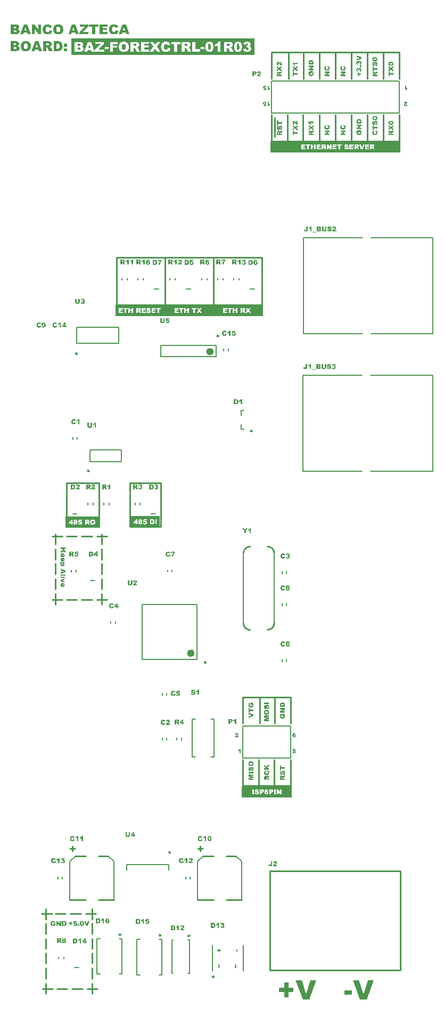
<source format=gto>
%FSLAX24Y24*%
%MOIN*%
G70*
G01*
G75*
G04 Layer_Color=65535*
%ADD10C,0.0394*%
%ADD11R,0.0354X0.0354*%
%ADD12R,0.0394X0.0945*%
%ADD13R,0.1299X0.0945*%
%ADD14R,0.0532X0.0453*%
%ADD15O,0.0217X0.0689*%
%ADD16O,0.0689X0.0217*%
%ADD17R,0.0472X0.1378*%
%ADD18R,0.0630X0.0236*%
%ADD19R,0.0335X0.0335*%
%ADD20R,0.0610X0.0925*%
%ADD21R,0.0335X0.0669*%
%ADD22R,0.0866X0.0925*%
%ADD23R,0.0394X0.0394*%
%ADD24R,0.0630X0.1181*%
%ADD25O,0.0236X0.0866*%
%ADD26R,0.0492X0.1201*%
%ADD27R,0.2185X0.2559*%
%ADD28R,0.0787X0.2362*%
%ADD29R,0.0532X0.0453*%
%ADD30C,0.0150*%
%ADD31C,0.0300*%
%ADD32C,0.1000*%
%ADD33C,0.0500*%
%ADD34C,0.0250*%
%ADD35C,0.0591*%
%ADD36R,0.0591X0.0591*%
%ADD37C,0.0591*%
%ADD38P,0.2706X8X22.5*%
%ADD39C,0.1800*%
%ADD40C,0.0630*%
%ADD41C,0.1161*%
%ADD42R,0.0591X0.0591*%
%ADD43C,0.0500*%
%ADD44C,0.0394*%
%ADD45C,0.0098*%
%ADD46C,0.0100*%
%ADD47C,0.0236*%
%ADD48C,0.0079*%
G36*
X48022Y85448D02*
X48024Y85447D01*
X48026Y85446D01*
X48033Y85445D01*
X48040Y85442D01*
X48050Y85438D01*
X48060Y85433D01*
X48069Y85428D01*
X48078Y85421D01*
X48080Y85421D01*
X48083Y85418D01*
X48087Y85414D01*
X48091Y85409D01*
X48097Y85403D01*
X48103Y85396D01*
X48109Y85387D01*
X48114Y85377D01*
X48114Y85376D01*
X48115Y85373D01*
X48117Y85367D01*
X48119Y85359D01*
X48122Y85349D01*
X48123Y85338D01*
X48125Y85325D01*
X48125Y85310D01*
Y85310D01*
Y85308D01*
Y85305D01*
Y85302D01*
X48125Y85298D01*
Y85293D01*
X48123Y85281D01*
X48122Y85269D01*
X48119Y85255D01*
X48116Y85242D01*
X48111Y85229D01*
Y85228D01*
X48111Y85228D01*
X48109Y85226D01*
X48108Y85224D01*
X48105Y85218D01*
X48100Y85211D01*
X48092Y85202D01*
X48084Y85193D01*
X48073Y85184D01*
X48060Y85175D01*
X48060D01*
X48059Y85174D01*
X48057Y85173D01*
X48054Y85172D01*
X48050Y85170D01*
X48046Y85168D01*
X48041Y85166D01*
X48035Y85164D01*
X48029Y85162D01*
X48022Y85159D01*
X48014Y85157D01*
X48006Y85156D01*
X47988Y85153D01*
X47967Y85152D01*
X47960D01*
X47955Y85153D01*
X47949Y85153D01*
X47942Y85155D01*
X47933Y85156D01*
X47925Y85157D01*
X47906Y85162D01*
X47896Y85165D01*
X47887Y85169D01*
X47877Y85174D01*
X47868Y85179D01*
X47860Y85185D01*
X47851Y85192D01*
X47851Y85193D01*
X47850Y85194D01*
X47848Y85196D01*
X47845Y85200D01*
X47842Y85204D01*
X47839Y85208D01*
X47835Y85215D01*
X47831Y85221D01*
X47827Y85229D01*
X47823Y85238D01*
X47820Y85247D01*
X47817Y85257D01*
X47814Y85268D01*
X47812Y85280D01*
X47811Y85292D01*
X47811Y85305D01*
Y85306D01*
Y85308D01*
Y85311D01*
X47811Y85315D01*
Y85320D01*
X47812Y85325D01*
X47812Y85332D01*
X47813Y85339D01*
X47816Y85353D01*
X47820Y85368D01*
X47826Y85383D01*
X47830Y85390D01*
X47834Y85396D01*
Y85397D01*
X47835Y85397D01*
X47836Y85399D01*
X47838Y85401D01*
X47844Y85407D01*
X47851Y85415D01*
X47861Y85422D01*
X47874Y85431D01*
X47888Y85438D01*
X47905Y85445D01*
X47923Y85362D01*
X47923D01*
X47921Y85362D01*
X47919Y85360D01*
X47916Y85359D01*
X47909Y85356D01*
X47906Y85355D01*
X47904Y85353D01*
X47903Y85352D01*
X47902Y85352D01*
X47899Y85350D01*
X47897Y85348D01*
X47892Y85341D01*
X47887Y85333D01*
Y85332D01*
X47885Y85331D01*
X47885Y85329D01*
X47884Y85326D01*
X47882Y85322D01*
X47882Y85318D01*
X47881Y85308D01*
Y85307D01*
Y85307D01*
Y85305D01*
X47881Y85303D01*
X47882Y85297D01*
X47884Y85290D01*
X47887Y85282D01*
X47892Y85274D01*
X47898Y85266D01*
X47902Y85263D01*
X47906Y85259D01*
X47908Y85259D01*
X47910Y85258D01*
X47915Y85255D01*
X47921Y85253D01*
X47930Y85250D01*
X47940Y85248D01*
X47952Y85247D01*
X47967Y85246D01*
X47975D01*
X47979Y85247D01*
X47984D01*
X47994Y85248D01*
X48006Y85250D01*
X48017Y85253D01*
X48028Y85256D01*
X48032Y85259D01*
X48036Y85262D01*
X48036Y85262D01*
X48039Y85265D01*
X48042Y85268D01*
X48045Y85273D01*
X48049Y85279D01*
X48052Y85286D01*
X48054Y85295D01*
X48054Y85305D01*
Y85305D01*
Y85306D01*
Y85310D01*
X48054Y85314D01*
X48053Y85320D01*
X48051Y85327D01*
X48048Y85334D01*
X48045Y85339D01*
X48040Y85345D01*
X48039Y85346D01*
X48037Y85348D01*
X48033Y85350D01*
X48029Y85353D01*
X48022Y85356D01*
X48015Y85360D01*
X48006Y85363D01*
X47995Y85366D01*
X48021Y85448D01*
X48021D01*
X48022Y85448D01*
D02*
G37*
G36*
X48120Y85012D02*
X47953Y84898D01*
X48120D01*
Y84810D01*
X47816D01*
Y84897D01*
X47985Y85012D01*
X47816D01*
Y85101D01*
X48120D01*
Y85012D01*
D02*
G37*
G36*
X49022Y85448D02*
X49024Y85447D01*
X49026Y85446D01*
X49033Y85445D01*
X49040Y85442D01*
X49050Y85438D01*
X49060Y85433D01*
X49069Y85428D01*
X49078Y85421D01*
X49080Y85421D01*
X49083Y85418D01*
X49087Y85414D01*
X49091Y85409D01*
X49097Y85403D01*
X49103Y85396D01*
X49109Y85387D01*
X49114Y85377D01*
X49114Y85376D01*
X49115Y85373D01*
X49117Y85367D01*
X49119Y85359D01*
X49122Y85349D01*
X49124Y85338D01*
X49125Y85325D01*
X49125Y85310D01*
Y85310D01*
Y85308D01*
Y85305D01*
Y85302D01*
X49125Y85298D01*
Y85293D01*
X49124Y85281D01*
X49122Y85269D01*
X49119Y85255D01*
X49116Y85242D01*
X49111Y85229D01*
Y85228D01*
X49111Y85228D01*
X49109Y85226D01*
X49108Y85224D01*
X49105Y85218D01*
X49100Y85211D01*
X49092Y85202D01*
X49084Y85193D01*
X49073Y85184D01*
X49060Y85175D01*
X49060D01*
X49059Y85174D01*
X49057Y85173D01*
X49054Y85172D01*
X49050Y85170D01*
X49046Y85168D01*
X49041Y85166D01*
X49035Y85164D01*
X49029Y85162D01*
X49022Y85159D01*
X49014Y85157D01*
X49006Y85156D01*
X48988Y85153D01*
X48967Y85152D01*
X48960D01*
X48955Y85153D01*
X48949Y85153D01*
X48942Y85155D01*
X48933Y85156D01*
X48925Y85157D01*
X48906Y85162D01*
X48896Y85165D01*
X48887Y85169D01*
X48877Y85174D01*
X48868Y85179D01*
X48860Y85185D01*
X48851Y85192D01*
X48851Y85193D01*
X48850Y85194D01*
X48848Y85196D01*
X48845Y85200D01*
X48842Y85204D01*
X48839Y85208D01*
X48835Y85215D01*
X48831Y85221D01*
X48827Y85229D01*
X48823Y85238D01*
X48820Y85247D01*
X48817Y85257D01*
X48814Y85268D01*
X48812Y85280D01*
X48811Y85292D01*
X48811Y85305D01*
Y85306D01*
Y85308D01*
Y85311D01*
X48811Y85315D01*
Y85320D01*
X48812Y85325D01*
X48812Y85332D01*
X48813Y85339D01*
X48816Y85353D01*
X48820Y85368D01*
X48826Y85383D01*
X48830Y85390D01*
X48834Y85396D01*
Y85397D01*
X48835Y85397D01*
X48836Y85399D01*
X48838Y85401D01*
X48844Y85407D01*
X48851Y85415D01*
X48861Y85422D01*
X48874Y85431D01*
X48888Y85438D01*
X48905Y85445D01*
X48923Y85362D01*
X48923D01*
X48921Y85362D01*
X48919Y85360D01*
X48916Y85359D01*
X48909Y85356D01*
X48906Y85355D01*
X48904Y85353D01*
X48903Y85352D01*
X48902Y85352D01*
X48899Y85350D01*
X48897Y85348D01*
X48892Y85341D01*
X48887Y85333D01*
Y85332D01*
X48885Y85331D01*
X48885Y85329D01*
X48884Y85326D01*
X48882Y85322D01*
X48882Y85318D01*
X48881Y85308D01*
Y85307D01*
Y85307D01*
Y85305D01*
X48881Y85303D01*
X48882Y85297D01*
X48884Y85290D01*
X48887Y85282D01*
X48892Y85274D01*
X48898Y85266D01*
X48902Y85263D01*
X48906Y85259D01*
X48908Y85259D01*
X48910Y85258D01*
X48915Y85255D01*
X48921Y85253D01*
X48930Y85250D01*
X48940Y85248D01*
X48952Y85247D01*
X48967Y85246D01*
X48975D01*
X48979Y85247D01*
X48984D01*
X48994Y85248D01*
X49006Y85250D01*
X49017Y85253D01*
X49028Y85256D01*
X49032Y85259D01*
X49036Y85262D01*
X49036Y85262D01*
X49039Y85265D01*
X49042Y85268D01*
X49045Y85273D01*
X49049Y85279D01*
X49052Y85286D01*
X49054Y85295D01*
X49054Y85305D01*
Y85305D01*
Y85306D01*
Y85310D01*
X49054Y85314D01*
X49053Y85320D01*
X49051Y85327D01*
X49048Y85334D01*
X49045Y85339D01*
X49040Y85345D01*
X49039Y85346D01*
X49037Y85348D01*
X49033Y85350D01*
X49029Y85353D01*
X49022Y85356D01*
X49015Y85360D01*
X49006Y85363D01*
X48995Y85366D01*
X49021Y85448D01*
X49021D01*
X49022Y85448D01*
D02*
G37*
G36*
X49120Y85012D02*
X48953Y84898D01*
X49120D01*
Y84810D01*
X48816D01*
Y84897D01*
X48985Y85012D01*
X48816D01*
Y85101D01*
X49120D01*
Y85012D01*
D02*
G37*
G36*
X53000Y83200D02*
Y83199D01*
X53000Y83197D01*
X52999Y83195D01*
X52999Y83192D01*
X52998Y83189D01*
X52996Y83181D01*
X52993Y83172D01*
X52989Y83162D01*
X52984Y83152D01*
X52978Y83141D01*
Y83141D01*
X52977Y83140D01*
X52976Y83139D01*
X52974Y83137D01*
X52972Y83134D01*
X52970Y83131D01*
X52966Y83127D01*
X52962Y83123D01*
X52958Y83118D01*
X52953Y83113D01*
X52947Y83108D01*
X52941Y83102D01*
X52934Y83096D01*
X52927Y83090D01*
X52919Y83083D01*
X52909Y83076D01*
X52909Y83076D01*
X52908Y83075D01*
X52906Y83074D01*
X52904Y83072D01*
X52899Y83068D01*
X52893Y83063D01*
X52886Y83057D01*
X52879Y83052D01*
X52874Y83046D01*
X52871Y83044D01*
X52869Y83041D01*
X52869Y83041D01*
X52868Y83039D01*
X52866Y83037D01*
X52865Y83034D01*
X52863Y83031D01*
X52862Y83027D01*
X52861Y83022D01*
X52860Y83018D01*
Y83018D01*
Y83017D01*
X52861Y83014D01*
X52861Y83012D01*
X52862Y83008D01*
X52864Y83005D01*
X52866Y83002D01*
X52869Y82998D01*
X52870Y82998D01*
X52871Y82997D01*
X52873Y82996D01*
X52875Y82994D01*
X52878Y82993D01*
X52882Y82992D01*
X52886Y82991D01*
X52891Y82990D01*
X52893D01*
X52896Y82991D01*
X52899Y82991D01*
X52902Y82992D01*
X52906Y82994D01*
X52909Y82996D01*
X52913Y82999D01*
X52913Y82999D01*
X52914Y83000D01*
X52916Y83003D01*
X52917Y83006D01*
X52919Y83010D01*
X52921Y83015D01*
X52922Y83021D01*
X52924Y83029D01*
X52995Y83023D01*
Y83023D01*
Y83022D01*
X52994Y83020D01*
X52994Y83018D01*
X52993Y83013D01*
X52991Y83006D01*
X52989Y82999D01*
X52987Y82991D01*
X52984Y82984D01*
X52980Y82977D01*
X52979Y82976D01*
X52978Y82974D01*
X52976Y82971D01*
X52972Y82967D01*
X52967Y82963D01*
X52962Y82959D01*
X52956Y82955D01*
X52949Y82951D01*
X52948Y82951D01*
X52945Y82950D01*
X52940Y82948D01*
X52934Y82946D01*
X52926Y82945D01*
X52917Y82943D01*
X52905Y82942D01*
X52893Y82942D01*
X52886D01*
X52883Y82942D01*
X52880D01*
X52872Y82943D01*
X52862Y82944D01*
X52853Y82946D01*
X52843Y82948D01*
X52835Y82951D01*
X52835D01*
X52834Y82951D01*
X52832Y82952D01*
X52828Y82954D01*
X52823Y82957D01*
X52818Y82960D01*
X52813Y82965D01*
X52807Y82970D01*
X52802Y82977D01*
X52802Y82977D01*
X52800Y82979D01*
X52798Y82983D01*
X52796Y82988D01*
X52794Y82994D01*
X52792Y83000D01*
X52791Y83008D01*
X52790Y83016D01*
Y83017D01*
Y83017D01*
Y83020D01*
X52791Y83024D01*
X52792Y83030D01*
X52794Y83037D01*
X52796Y83044D01*
X52799Y83052D01*
X52804Y83060D01*
X52804Y83061D01*
X52806Y83064D01*
X52810Y83068D01*
X52815Y83074D01*
X52822Y83081D01*
X52831Y83089D01*
X52836Y83093D01*
X52841Y83098D01*
X52847Y83102D01*
X52854Y83107D01*
X52855Y83107D01*
X52857Y83109D01*
X52860Y83112D01*
X52865Y83115D01*
X52875Y83121D01*
X52878Y83125D01*
X52882Y83127D01*
X52882Y83128D01*
X52883Y83128D01*
X52885Y83130D01*
X52887Y83131D01*
X52892Y83136D01*
X52899Y83142D01*
X52788D01*
Y83200D01*
X53000D01*
Y83200D01*
D02*
G37*
G36*
X44326Y84031D02*
X44327Y84032D01*
X44329Y84033D01*
X44332Y84036D01*
X44337Y84039D01*
X44342Y84042D01*
X44347Y84046D01*
X44359Y84053D01*
X44360Y84053D01*
X44362Y84054D01*
X44366Y84056D01*
X44371Y84058D01*
X44377Y84060D01*
X44383Y84062D01*
X44391Y84065D01*
X44400Y84068D01*
Y84010D01*
X44400D01*
X44399Y84010D01*
X44397Y84009D01*
X44394Y84008D01*
X44391Y84007D01*
X44388Y84006D01*
X44380Y84002D01*
X44371Y83998D01*
X44361Y83994D01*
X44353Y83989D01*
X44344Y83983D01*
X44343Y83982D01*
X44341Y83980D01*
X44338Y83976D01*
X44333Y83972D01*
X44328Y83966D01*
X44323Y83958D01*
X44318Y83951D01*
X44313Y83942D01*
X44255D01*
Y84200D01*
X44326D01*
Y84031D01*
D02*
G37*
G36*
X44076Y83204D02*
X44080D01*
X44089Y83203D01*
X44098Y83201D01*
X44109Y83199D01*
X44118Y83196D01*
X44128Y83192D01*
X44128D01*
X44129Y83191D01*
X44132Y83189D01*
X44135Y83186D01*
X44141Y83181D01*
X44147Y83176D01*
X44153Y83169D01*
X44159Y83160D01*
X44164Y83150D01*
Y83150D01*
X44165Y83149D01*
X44166Y83147D01*
X44166Y83145D01*
X44167Y83142D01*
X44169Y83139D01*
X44170Y83135D01*
X44171Y83130D01*
X44173Y83125D01*
X44174Y83119D01*
X44175Y83113D01*
X44176Y83106D01*
X44177Y83099D01*
X44177Y83091D01*
X44178Y83075D01*
Y83074D01*
Y83072D01*
Y83068D01*
X44177Y83063D01*
X44177Y83057D01*
X44177Y83051D01*
X44176Y83044D01*
X44175Y83036D01*
X44171Y83020D01*
X44169Y83012D01*
X44166Y83003D01*
X44162Y82995D01*
X44158Y82987D01*
X44154Y82980D01*
X44149Y82974D01*
X44149Y82974D01*
X44148Y82973D01*
X44146Y82971D01*
X44144Y82969D01*
X44141Y82967D01*
X44137Y82964D01*
X44133Y82961D01*
X44128Y82958D01*
X44123Y82955D01*
X44117Y82952D01*
X44111Y82949D01*
X44103Y82947D01*
X44095Y82945D01*
X44087Y82943D01*
X44078Y82942D01*
X44069Y82942D01*
X44064D01*
X44058Y82942D01*
X44052Y82943D01*
X44044Y82944D01*
X44036Y82945D01*
X44029Y82947D01*
X44021Y82949D01*
X44020Y82950D01*
X44018Y82951D01*
X44015Y82952D01*
X44011Y82954D01*
X44007Y82957D01*
X44002Y82961D01*
X43997Y82965D01*
X43993Y82970D01*
X43992Y82970D01*
X43991Y82972D01*
X43989Y82975D01*
X43986Y82979D01*
X43983Y82984D01*
X43980Y82990D01*
X43977Y82997D01*
X43974Y83004D01*
X44045Y83012D01*
Y83012D01*
X44045Y83010D01*
X44046Y83007D01*
X44047Y83004D01*
X44050Y82997D01*
X44052Y82994D01*
X44054Y82992D01*
X44055Y82991D01*
X44055Y82991D01*
X44057Y82990D01*
X44059Y82988D01*
X44064Y82986D01*
X44067Y82986D01*
X44070Y82985D01*
X44071D01*
X44073Y82986D01*
X44076Y82986D01*
X44080Y82987D01*
X44084Y82990D01*
X44089Y82993D01*
X44093Y82997D01*
X44097Y83003D01*
X44097Y83003D01*
X44098Y83005D01*
X44099Y83009D01*
X44101Y83014D01*
X44101Y83017D01*
X44102Y83021D01*
X44103Y83025D01*
X44104Y83030D01*
X44105Y83036D01*
X44105Y83042D01*
X44106Y83049D01*
X44107Y83056D01*
X44106Y83056D01*
X44105Y83054D01*
X44102Y83052D01*
X44099Y83049D01*
X44095Y83046D01*
X44091Y83043D01*
X44086Y83039D01*
X44081Y83037D01*
X44081Y83037D01*
X44079Y83036D01*
X44076Y83035D01*
X44072Y83034D01*
X44068Y83033D01*
X44062Y83032D01*
X44056Y83031D01*
X44050Y83031D01*
X44047D01*
X44044Y83031D01*
X44042D01*
X44038Y83032D01*
X44030Y83034D01*
X44021Y83037D01*
X44012Y83041D01*
X44007Y83044D01*
X44002Y83047D01*
X43997Y83051D01*
X43993Y83055D01*
X43993Y83056D01*
X43992Y83056D01*
X43991Y83057D01*
X43989Y83059D01*
X43988Y83062D01*
X43985Y83065D01*
X43981Y83072D01*
X43976Y83081D01*
X43973Y83091D01*
X43970Y83103D01*
X43970Y83110D01*
X43969Y83117D01*
Y83117D01*
Y83118D01*
Y83119D01*
Y83121D01*
X43970Y83126D01*
X43971Y83132D01*
X43972Y83139D01*
X43974Y83147D01*
X43977Y83155D01*
X43981Y83163D01*
X43982Y83164D01*
X43983Y83166D01*
X43986Y83170D01*
X43990Y83175D01*
X43994Y83180D01*
X44000Y83185D01*
X44007Y83190D01*
X44014Y83194D01*
X44015Y83195D01*
X44018Y83196D01*
X44022Y83198D01*
X44029Y83199D01*
X44036Y83201D01*
X44045Y83203D01*
X44055Y83204D01*
X44067Y83204D01*
X44073D01*
X44076Y83204D01*
D02*
G37*
G36*
X52926Y84031D02*
X52927Y84032D01*
X52929Y84033D01*
X52932Y84036D01*
X52937Y84039D01*
X52942Y84042D01*
X52947Y84046D01*
X52959Y84053D01*
X52960Y84053D01*
X52962Y84054D01*
X52966Y84056D01*
X52971Y84058D01*
X52977Y84060D01*
X52983Y84062D01*
X52991Y84065D01*
X53000Y84068D01*
Y84010D01*
X53000D01*
X52999Y84010D01*
X52997Y84009D01*
X52994Y84008D01*
X52991Y84007D01*
X52988Y84006D01*
X52979Y84002D01*
X52971Y83998D01*
X52961Y83994D01*
X52953Y83989D01*
X52944Y83983D01*
X52943Y83982D01*
X52941Y83980D01*
X52938Y83976D01*
X52933Y83972D01*
X52928Y83966D01*
X52923Y83958D01*
X52918Y83951D01*
X52913Y83942D01*
X52855D01*
Y84200D01*
X52926D01*
Y84031D01*
D02*
G37*
G36*
X44083Y84204D02*
X44089D01*
X44096Y84203D01*
X44103Y84202D01*
X44111Y84201D01*
X44117Y84200D01*
X44118D01*
X44120Y84199D01*
X44124Y84198D01*
X44128Y84197D01*
X44133Y84194D01*
X44138Y84192D01*
X44143Y84189D01*
X44148Y84186D01*
X44149Y84185D01*
X44150Y84184D01*
X44153Y84182D01*
X44155Y84179D01*
X44158Y84176D01*
X44162Y84173D01*
X44168Y84164D01*
X44169Y84164D01*
X44170Y84162D01*
X44171Y84159D01*
X44173Y84156D01*
X44175Y84152D01*
X44177Y84147D01*
X44179Y84141D01*
X44181Y84135D01*
X44110Y84126D01*
Y84127D01*
X44109Y84129D01*
X44108Y84132D01*
X44107Y84136D01*
X44106Y84140D01*
X44104Y84145D01*
X44101Y84149D01*
X44098Y84153D01*
X44097Y84153D01*
X44096Y84154D01*
X44094Y84156D01*
X44092Y84157D01*
X44088Y84159D01*
X44084Y84160D01*
X44080Y84161D01*
X44075Y84161D01*
X44073D01*
X44070Y84161D01*
X44066Y84160D01*
X44063Y84159D01*
X44058Y84157D01*
X44054Y84154D01*
X44051Y84150D01*
X44050Y84150D01*
X44049Y84148D01*
X44048Y84145D01*
X44046Y84142D01*
X44044Y84137D01*
X44042Y84132D01*
X44041Y84125D01*
X44041Y84117D01*
Y84117D01*
Y84116D01*
Y84113D01*
X44041Y84109D01*
X44042Y84104D01*
X44043Y84099D01*
X44045Y84093D01*
X44047Y84088D01*
X44051Y84083D01*
X44051Y84083D01*
X44053Y84082D01*
X44054Y84080D01*
X44057Y84078D01*
X44061Y84076D01*
X44066Y84074D01*
X44071Y84073D01*
X44076Y84073D01*
X44078D01*
X44080Y84073D01*
X44083D01*
X44089Y84075D01*
X44093Y84076D01*
X44096Y84078D01*
X44097D01*
X44097Y84078D01*
X44099Y84079D01*
X44101Y84081D01*
X44103Y84083D01*
X44106Y84085D01*
X44109Y84088D01*
X44112Y84091D01*
X44172Y84082D01*
X44149Y83946D01*
X43982D01*
Y84002D01*
X44095D01*
X44102Y84040D01*
X44101Y84040D01*
X44100Y84039D01*
X44097Y84038D01*
X44095Y84038D01*
X44091Y84036D01*
X44087Y84035D01*
X44078Y84032D01*
X44078D01*
X44076Y84032D01*
X44074Y84031D01*
X44071Y84031D01*
X44068Y84030D01*
X44064Y84030D01*
X44055Y84029D01*
X44052D01*
X44049Y84030D01*
X44046D01*
X44042Y84030D01*
X44034Y84032D01*
X44024Y84035D01*
X44014Y84039D01*
X44003Y84045D01*
X43998Y84049D01*
X43994Y84053D01*
X43994Y84053D01*
X43993Y84054D01*
X43992Y84055D01*
X43990Y84057D01*
X43986Y84062D01*
X43982Y84068D01*
X43977Y84077D01*
X43974Y84087D01*
X43971Y84098D01*
X43971Y84104D01*
X43970Y84111D01*
Y84111D01*
Y84112D01*
Y84113D01*
Y84115D01*
X43971Y84119D01*
X43972Y84126D01*
X43973Y84133D01*
X43975Y84141D01*
X43978Y84149D01*
X43982Y84158D01*
X43983Y84159D01*
X43985Y84162D01*
X43987Y84166D01*
X43991Y84171D01*
X43996Y84177D01*
X44002Y84182D01*
X44009Y84188D01*
X44017Y84193D01*
X44017D01*
X44018Y84193D01*
X44019Y84194D01*
X44021Y84195D01*
X44026Y84197D01*
X44033Y84199D01*
X44041Y84200D01*
X44051Y84202D01*
X44062Y84204D01*
X44075Y84204D01*
X44079D01*
X44083Y84204D01*
D02*
G37*
G36*
X50891Y85308D02*
X51120D01*
Y85214D01*
X50891D01*
Y85118D01*
X50816D01*
Y85404D01*
X50891D01*
Y85308D01*
D02*
G37*
G36*
X51120Y85003D02*
X51028Y84952D01*
X51027Y84952D01*
X51025Y84950D01*
X51022Y84949D01*
X51018Y84946D01*
X51010Y84941D01*
X51006Y84938D01*
X51004Y84935D01*
X51004Y84935D01*
X51003Y84933D01*
X51002Y84931D01*
X51000Y84929D01*
X50999Y84925D01*
X50998Y84921D01*
X50997Y84917D01*
X50997Y84912D01*
Y84904D01*
X51120D01*
Y84810D01*
X50816D01*
Y84967D01*
Y84967D01*
Y84969D01*
Y84971D01*
Y84974D01*
Y84977D01*
X50816Y84982D01*
X50817Y84991D01*
X50818Y85002D01*
X50819Y85013D01*
X50821Y85024D01*
X50823Y85033D01*
X50824Y85034D01*
X50825Y85037D01*
X50827Y85041D01*
X50830Y85046D01*
X50833Y85052D01*
X50839Y85059D01*
X50844Y85064D01*
X50851Y85070D01*
X50853Y85071D01*
X50855Y85073D01*
X50859Y85075D01*
X50865Y85078D01*
X50872Y85080D01*
X50881Y85083D01*
X50890Y85084D01*
X50901Y85085D01*
X50905D01*
X50909Y85084D01*
X50915Y85084D01*
X50922Y85082D01*
X50930Y85080D01*
X50937Y85077D01*
X50944Y85074D01*
X50945Y85073D01*
X50947Y85072D01*
X50951Y85069D01*
X50955Y85066D01*
X50960Y85062D01*
X50965Y85057D01*
X50970Y85050D01*
X50974Y85044D01*
Y85043D01*
X50975Y85042D01*
X50977Y85039D01*
X50978Y85035D01*
X50980Y85031D01*
X50982Y85025D01*
X50984Y85018D01*
X50986Y85011D01*
Y85011D01*
X50987Y85014D01*
X50988Y85016D01*
X50990Y85020D01*
X50993Y85028D01*
X50995Y85032D01*
X50997Y85035D01*
X50998Y85036D01*
X51001Y85039D01*
X51003Y85041D01*
X51006Y85043D01*
X51009Y85046D01*
X51014Y85050D01*
X51014Y85050D01*
X51015Y85052D01*
X51018Y85053D01*
X51021Y85055D01*
X51026Y85060D01*
X51029Y85062D01*
X51032Y85063D01*
X51120Y85110D01*
Y85003D01*
D02*
G37*
G36*
X50980Y85986D02*
X50987D01*
X50994Y85986D01*
X51003Y85985D01*
X51012Y85983D01*
X51032Y85980D01*
X51052Y85975D01*
X51061Y85972D01*
X51071Y85968D01*
X51080Y85964D01*
X51087Y85959D01*
X51088Y85958D01*
X51089Y85958D01*
X51091Y85956D01*
X51093Y85954D01*
X51096Y85950D01*
X51100Y85947D01*
X51102Y85942D01*
X51106Y85936D01*
X51110Y85930D01*
X51113Y85923D01*
X51116Y85915D01*
X51119Y85906D01*
X51122Y85897D01*
X51123Y85886D01*
X51125Y85875D01*
X51125Y85862D01*
Y85862D01*
Y85861D01*
Y85859D01*
Y85856D01*
X51125Y85853D01*
Y85849D01*
X51123Y85840D01*
X51122Y85831D01*
X51121Y85820D01*
X51118Y85810D01*
X51114Y85800D01*
X51113Y85799D01*
X51111Y85796D01*
X51108Y85792D01*
X51104Y85787D01*
X51100Y85780D01*
X51093Y85774D01*
X51085Y85768D01*
X51077Y85762D01*
X51077Y85761D01*
X51074Y85760D01*
X51070Y85758D01*
X51065Y85755D01*
X51059Y85753D01*
X51051Y85750D01*
X51042Y85747D01*
X51032Y85745D01*
X51030D01*
X51029Y85744D01*
X51026Y85744D01*
X51021Y85743D01*
X51012Y85742D01*
X51003Y85741D01*
X50992Y85740D01*
X50980Y85739D01*
X50959D01*
X50953Y85740D01*
X50946Y85740D01*
X50937Y85741D01*
X50929Y85741D01*
X50919Y85743D01*
X50899Y85747D01*
X50879Y85752D01*
X50870Y85755D01*
X50861Y85760D01*
X50853Y85765D01*
X50846Y85770D01*
X50845Y85771D01*
X50844Y85772D01*
X50842Y85773D01*
X50840Y85776D01*
X50837Y85779D01*
X50835Y85783D01*
X50832Y85788D01*
X50828Y85793D01*
X50825Y85800D01*
X50822Y85807D01*
X50819Y85814D01*
X50816Y85823D01*
X50814Y85833D01*
X50812Y85843D01*
X50811Y85853D01*
X50811Y85865D01*
Y85865D01*
Y85866D01*
Y85868D01*
Y85870D01*
X50811Y85875D01*
X50812Y85882D01*
X50812Y85890D01*
X50813Y85899D01*
X50816Y85907D01*
X50818Y85915D01*
X50819Y85916D01*
X50819Y85919D01*
X50821Y85922D01*
X50823Y85927D01*
X50830Y85937D01*
X50833Y85943D01*
X50838Y85947D01*
X50839Y85948D01*
X50840Y85950D01*
X50843Y85951D01*
X50846Y85954D01*
X50850Y85957D01*
X50854Y85961D01*
X50864Y85967D01*
X50864Y85967D01*
X50866Y85968D01*
X50869Y85969D01*
X50873Y85971D01*
X50877Y85973D01*
X50882Y85975D01*
X50888Y85976D01*
X50895Y85978D01*
X50895D01*
X50897Y85979D01*
X50898D01*
X50901Y85979D01*
X50904Y85981D01*
X50908Y85981D01*
X50916Y85983D01*
X50927Y85984D01*
X50939Y85986D01*
X50952Y85986D01*
X50966Y85987D01*
X50974D01*
X50980Y85986D01*
D02*
G37*
G36*
X51032Y85704D02*
X51039Y85703D01*
X51047Y85701D01*
X51056Y85698D01*
X51066Y85694D01*
X51076Y85689D01*
X51077Y85688D01*
X51080Y85686D01*
X51084Y85682D01*
X51090Y85677D01*
X51095Y85671D01*
X51102Y85662D01*
X51108Y85654D01*
X51113Y85643D01*
Y85642D01*
X51114Y85642D01*
X51114Y85640D01*
X51115Y85638D01*
X51116Y85635D01*
X51117Y85632D01*
X51119Y85623D01*
X51121Y85613D01*
X51123Y85600D01*
X51125Y85586D01*
X51125Y85570D01*
Y85570D01*
Y85567D01*
Y85563D01*
X51125Y85558D01*
X51124Y85552D01*
X51123Y85545D01*
X51123Y85537D01*
X51122Y85528D01*
X51118Y85510D01*
X51113Y85493D01*
X51109Y85484D01*
X51105Y85477D01*
X51101Y85469D01*
X51096Y85463D01*
X51095Y85463D01*
X51095Y85462D01*
X51093Y85461D01*
X51091Y85459D01*
X51088Y85456D01*
X51084Y85454D01*
X51076Y85448D01*
X51064Y85442D01*
X51052Y85437D01*
X51036Y85432D01*
X51028Y85431D01*
X51020Y85430D01*
X51014Y85520D01*
X51015D01*
X51018Y85520D01*
X51022Y85521D01*
X51026Y85522D01*
X51038Y85525D01*
X51043Y85528D01*
X51047Y85531D01*
X51048Y85532D01*
X51050Y85534D01*
X51053Y85537D01*
X51056Y85542D01*
X51060Y85548D01*
X51063Y85555D01*
X51065Y85563D01*
X51066Y85572D01*
Y85573D01*
Y85576D01*
X51065Y85579D01*
X51064Y85583D01*
X51063Y85589D01*
X51061Y85593D01*
X51059Y85599D01*
X51056Y85603D01*
X51056Y85603D01*
X51054Y85604D01*
X51053Y85606D01*
X51050Y85609D01*
X51043Y85612D01*
X51039Y85613D01*
X51035Y85614D01*
X51033D01*
X51030Y85613D01*
X51028Y85613D01*
X51024Y85611D01*
X51021Y85609D01*
X51017Y85607D01*
X51014Y85603D01*
X51013Y85603D01*
X51012Y85601D01*
X51010Y85598D01*
X51008Y85593D01*
X51005Y85587D01*
X51002Y85579D01*
X50999Y85568D01*
X50998Y85562D01*
X50996Y85555D01*
Y85555D01*
X50995Y85552D01*
X50994Y85549D01*
X50994Y85545D01*
X50992Y85540D01*
X50990Y85534D01*
X50988Y85528D01*
X50986Y85521D01*
X50981Y85507D01*
X50974Y85492D01*
X50967Y85479D01*
X50963Y85473D01*
X50959Y85468D01*
X50957Y85466D01*
X50954Y85463D01*
X50949Y85459D01*
X50943Y85455D01*
X50934Y85449D01*
X50924Y85445D01*
X50913Y85442D01*
X50906Y85442D01*
X50900Y85441D01*
X50896D01*
X50891Y85442D01*
X50885Y85443D01*
X50879Y85445D01*
X50871Y85447D01*
X50864Y85450D01*
X50856Y85455D01*
X50854Y85455D01*
X50852Y85457D01*
X50849Y85461D01*
X50843Y85465D01*
X50838Y85470D01*
X50833Y85477D01*
X50827Y85486D01*
X50823Y85495D01*
Y85496D01*
X50822Y85496D01*
X50822Y85498D01*
X50821Y85500D01*
X50820Y85503D01*
X50819Y85506D01*
X50816Y85515D01*
X50815Y85525D01*
X50812Y85538D01*
X50811Y85553D01*
X50811Y85570D01*
Y85570D01*
Y85572D01*
Y85576D01*
X50811Y85579D01*
Y85585D01*
X50812Y85590D01*
X50812Y85596D01*
X50813Y85603D01*
X50816Y85617D01*
X50820Y85632D01*
X50825Y85646D01*
X50829Y85652D01*
X50833Y85658D01*
Y85659D01*
X50834Y85659D01*
X50837Y85663D01*
X50842Y85668D01*
X50850Y85675D01*
X50859Y85681D01*
X50871Y85687D01*
X50878Y85690D01*
X50885Y85692D01*
X50893Y85694D01*
X50902Y85695D01*
X50906Y85607D01*
X50905D01*
X50903Y85606D01*
X50899Y85605D01*
X50895Y85604D01*
X50890Y85601D01*
X50885Y85599D01*
X50881Y85596D01*
X50877Y85592D01*
X50876Y85591D01*
X50875Y85590D01*
X50874Y85587D01*
X50872Y85583D01*
X50870Y85579D01*
X50868Y85574D01*
X50868Y85568D01*
X50867Y85561D01*
Y85560D01*
Y85558D01*
X50868Y85555D01*
Y85552D01*
X50870Y85544D01*
X50872Y85540D01*
X50874Y85537D01*
X50875Y85536D01*
X50875Y85535D01*
X50879Y85532D01*
X50884Y85530D01*
X50888Y85529D01*
X50891Y85528D01*
X50892D01*
X50896Y85529D01*
X50900Y85531D01*
X50902Y85532D01*
X50905Y85535D01*
Y85535D01*
X50906Y85536D01*
X50907Y85538D01*
X50908Y85541D01*
X50910Y85545D01*
X50912Y85551D01*
X50914Y85558D01*
X50916Y85566D01*
Y85566D01*
X50916Y85569D01*
X50917Y85572D01*
X50918Y85576D01*
X50919Y85581D01*
X50921Y85587D01*
X50922Y85593D01*
X50924Y85600D01*
X50928Y85614D01*
X50933Y85629D01*
X50937Y85642D01*
X50940Y85648D01*
X50943Y85654D01*
Y85654D01*
X50943Y85655D01*
X50945Y85658D01*
X50948Y85663D01*
X50952Y85669D01*
X50957Y85675D01*
X50963Y85682D01*
X50969Y85687D01*
X50977Y85693D01*
X50978Y85693D01*
X50980Y85695D01*
X50984Y85697D01*
X50990Y85699D01*
X50996Y85701D01*
X51004Y85703D01*
X51012Y85704D01*
X51021Y85705D01*
X51026D01*
X51032Y85704D01*
D02*
G37*
G36*
X50120Y85989D02*
Y85887D01*
X49816Y85772D01*
Y85870D01*
X50035Y85939D01*
X49816Y86007D01*
Y86102D01*
X50120Y85989D01*
D02*
G37*
G36*
X50033Y85329D02*
X50040Y85328D01*
X50048Y85327D01*
X50057Y85324D01*
X50066Y85321D01*
X50075Y85316D01*
X50076Y85315D01*
X50079Y85314D01*
X50083Y85310D01*
X50088Y85305D01*
X50095Y85300D01*
X50101Y85293D01*
X50107Y85285D01*
X50112Y85276D01*
X50113Y85274D01*
X50114Y85271D01*
X50116Y85265D01*
X50119Y85258D01*
X50121Y85248D01*
X50124Y85236D01*
X50125Y85222D01*
X50125Y85207D01*
Y85207D01*
Y85205D01*
Y85203D01*
Y85200D01*
X50125Y85197D01*
Y85193D01*
X50124Y85183D01*
X50123Y85173D01*
X50121Y85162D01*
X50119Y85152D01*
X50116Y85142D01*
X50115Y85141D01*
X50114Y85138D01*
X50112Y85133D01*
X50108Y85128D01*
X50105Y85122D01*
X50100Y85115D01*
X50094Y85108D01*
X50087Y85102D01*
X50086Y85102D01*
X50084Y85100D01*
X50080Y85097D01*
X50074Y85094D01*
X50067Y85090D01*
X50060Y85086D01*
X50050Y85083D01*
X50040Y85079D01*
X50029Y85163D01*
X50030D01*
X50033Y85164D01*
X50038Y85166D01*
X50043Y85167D01*
X50054Y85172D01*
X50060Y85175D01*
X50064Y85179D01*
X50065Y85179D01*
X50066Y85180D01*
X50067Y85183D01*
X50069Y85186D01*
X50071Y85190D01*
X50072Y85194D01*
X50073Y85200D01*
X50074Y85205D01*
Y85206D01*
Y85208D01*
X50073Y85211D01*
X50072Y85215D01*
X50071Y85219D01*
X50069Y85225D01*
X50066Y85229D01*
X50061Y85234D01*
X50061Y85234D01*
X50059Y85235D01*
X50056Y85237D01*
X50053Y85239D01*
X50048Y85242D01*
X50042Y85243D01*
X50036Y85245D01*
X50028Y85245D01*
X50025D01*
X50021Y85245D01*
X50016Y85244D01*
X50011Y85242D01*
X50005Y85241D01*
X50000Y85238D01*
X49995Y85234D01*
X49995Y85234D01*
X49994Y85232D01*
X49992Y85229D01*
X49990Y85227D01*
X49987Y85222D01*
X49985Y85217D01*
X49984Y85211D01*
X49984Y85204D01*
Y85204D01*
Y85203D01*
Y85200D01*
X49984Y85197D01*
X49985Y85193D01*
X49986Y85188D01*
X49987Y85183D01*
X49989Y85177D01*
X49929Y85181D01*
Y85182D01*
Y85183D01*
Y85186D01*
X49929Y85189D01*
Y85193D01*
Y85193D01*
Y85196D01*
X49929Y85198D01*
X49928Y85202D01*
X49927Y85207D01*
X49925Y85211D01*
X49922Y85216D01*
X49919Y85220D01*
X49918Y85221D01*
X49917Y85222D01*
X49915Y85224D01*
X49912Y85226D01*
X49908Y85228D01*
X49904Y85229D01*
X49899Y85231D01*
X49894Y85231D01*
X49892D01*
X49889Y85231D01*
X49886Y85230D01*
X49882Y85229D01*
X49879Y85228D01*
X49875Y85225D01*
X49872Y85222D01*
X49871Y85222D01*
X49871Y85221D01*
X49869Y85219D01*
X49867Y85217D01*
X49866Y85213D01*
X49864Y85210D01*
X49864Y85205D01*
X49863Y85200D01*
Y85199D01*
Y85197D01*
X49864Y85194D01*
X49864Y85191D01*
X49866Y85187D01*
X49867Y85183D01*
X49870Y85179D01*
X49873Y85176D01*
X49873Y85175D01*
X49874Y85174D01*
X49877Y85173D01*
X49880Y85170D01*
X49884Y85169D01*
X49889Y85166D01*
X49896Y85164D01*
X49904Y85163D01*
X49889Y85084D01*
X49889D01*
X49888Y85084D01*
X49886Y85085D01*
X49883Y85086D01*
X49877Y85088D01*
X49868Y85092D01*
X49858Y85097D01*
X49849Y85104D01*
X49839Y85112D01*
X49831Y85121D01*
Y85122D01*
X49830Y85122D01*
X49829Y85124D01*
X49827Y85126D01*
X49826Y85129D01*
X49825Y85133D01*
X49823Y85137D01*
X49820Y85142D01*
X49819Y85148D01*
X49817Y85153D01*
X49815Y85160D01*
X49813Y85167D01*
X49811Y85183D01*
X49811Y85201D01*
Y85202D01*
Y85204D01*
Y85207D01*
X49811Y85211D01*
Y85216D01*
X49812Y85222D01*
X49813Y85235D01*
X49816Y85249D01*
X49820Y85263D01*
X49825Y85276D01*
X49829Y85282D01*
X49833Y85287D01*
Y85288D01*
X49834Y85289D01*
X49837Y85291D01*
X49842Y85296D01*
X49848Y85301D01*
X49856Y85305D01*
X49866Y85310D01*
X49877Y85313D01*
X49882Y85314D01*
X49892D01*
X49896Y85314D01*
X49901Y85313D01*
X49906Y85311D01*
X49912Y85310D01*
X49919Y85307D01*
X49925Y85303D01*
X49925Y85303D01*
X49928Y85301D01*
X49930Y85298D01*
X49934Y85295D01*
X49939Y85291D01*
X49943Y85285D01*
X49948Y85279D01*
X49953Y85271D01*
Y85272D01*
X49953Y85274D01*
X49954Y85277D01*
X49956Y85281D01*
X49959Y85290D01*
X49960Y85294D01*
X49963Y85298D01*
X49963Y85298D01*
X49964Y85300D01*
X49966Y85303D01*
X49969Y85307D01*
X49973Y85310D01*
X49977Y85314D01*
X49982Y85318D01*
X49987Y85321D01*
X49988Y85322D01*
X49990Y85322D01*
X49993Y85324D01*
X49998Y85326D01*
X50003Y85327D01*
X50009Y85329D01*
X50016Y85329D01*
X50024Y85330D01*
X50029D01*
X50033Y85329D01*
D02*
G37*
G36*
X50002Y84957D02*
X50081D01*
Y84890D01*
X50002D01*
Y84810D01*
X49935D01*
Y84890D01*
X49855D01*
Y84957D01*
X49935D01*
Y85036D01*
X50002D01*
Y84957D01*
D02*
G37*
G36*
X50033Y85754D02*
X50040Y85753D01*
X50048Y85751D01*
X50057Y85749D01*
X50066Y85745D01*
X50075Y85741D01*
X50076Y85740D01*
X50079Y85738D01*
X50083Y85735D01*
X50088Y85730D01*
X50095Y85725D01*
X50101Y85718D01*
X50107Y85710D01*
X50112Y85700D01*
X50113Y85699D01*
X50114Y85696D01*
X50116Y85690D01*
X50119Y85682D01*
X50121Y85672D01*
X50124Y85661D01*
X50125Y85647D01*
X50125Y85632D01*
Y85631D01*
Y85630D01*
Y85628D01*
Y85625D01*
X50125Y85621D01*
Y85617D01*
X50124Y85608D01*
X50123Y85597D01*
X50121Y85587D01*
X50119Y85576D01*
X50116Y85566D01*
X50115Y85565D01*
X50114Y85562D01*
X50112Y85558D01*
X50108Y85552D01*
X50105Y85547D01*
X50100Y85539D01*
X50094Y85533D01*
X50087Y85527D01*
X50086Y85527D01*
X50084Y85525D01*
X50080Y85522D01*
X50074Y85518D01*
X50067Y85515D01*
X50060Y85511D01*
X50050Y85507D01*
X50040Y85504D01*
X50029Y85588D01*
X50030D01*
X50033Y85589D01*
X50038Y85590D01*
X50043Y85592D01*
X50054Y85596D01*
X50060Y85600D01*
X50064Y85603D01*
X50065Y85604D01*
X50066Y85605D01*
X50067Y85607D01*
X50069Y85611D01*
X50071Y85614D01*
X50072Y85619D01*
X50073Y85624D01*
X50074Y85630D01*
Y85631D01*
Y85633D01*
X50073Y85636D01*
X50072Y85640D01*
X50071Y85644D01*
X50069Y85649D01*
X50066Y85654D01*
X50061Y85658D01*
X50061Y85659D01*
X50059Y85660D01*
X50056Y85662D01*
X50053Y85664D01*
X50048Y85666D01*
X50042Y85668D01*
X50036Y85669D01*
X50028Y85670D01*
X50025D01*
X50021Y85669D01*
X50016Y85669D01*
X50011Y85667D01*
X50005Y85665D01*
X50000Y85662D01*
X49995Y85659D01*
X49995Y85658D01*
X49994Y85657D01*
X49992Y85654D01*
X49990Y85651D01*
X49987Y85647D01*
X49985Y85642D01*
X49984Y85635D01*
X49984Y85629D01*
Y85628D01*
Y85627D01*
Y85625D01*
X49984Y85622D01*
X49985Y85618D01*
X49986Y85613D01*
X49987Y85608D01*
X49989Y85602D01*
X49929Y85606D01*
Y85607D01*
Y85607D01*
Y85610D01*
X49929Y85614D01*
Y85617D01*
Y85618D01*
Y85620D01*
X49929Y85623D01*
X49928Y85627D01*
X49927Y85631D01*
X49925Y85636D01*
X49922Y85641D01*
X49919Y85645D01*
X49918Y85645D01*
X49917Y85647D01*
X49915Y85648D01*
X49912Y85651D01*
X49908Y85652D01*
X49904Y85654D01*
X49899Y85655D01*
X49894Y85656D01*
X49892D01*
X49889Y85655D01*
X49886Y85655D01*
X49882Y85654D01*
X49879Y85652D01*
X49875Y85650D01*
X49872Y85647D01*
X49871Y85647D01*
X49871Y85645D01*
X49869Y85644D01*
X49867Y85641D01*
X49866Y85638D01*
X49864Y85634D01*
X49864Y85630D01*
X49863Y85624D01*
Y85624D01*
Y85622D01*
X49864Y85619D01*
X49864Y85616D01*
X49866Y85612D01*
X49867Y85608D01*
X49870Y85604D01*
X49873Y85600D01*
X49873Y85600D01*
X49874Y85599D01*
X49877Y85597D01*
X49880Y85595D01*
X49884Y85593D01*
X49889Y85591D01*
X49896Y85589D01*
X49904Y85588D01*
X49889Y85508D01*
X49889D01*
X49888Y85509D01*
X49886Y85510D01*
X49883Y85510D01*
X49877Y85513D01*
X49868Y85517D01*
X49858Y85522D01*
X49849Y85528D01*
X49839Y85537D01*
X49831Y85546D01*
Y85547D01*
X49830Y85547D01*
X49829Y85549D01*
X49827Y85551D01*
X49826Y85554D01*
X49825Y85558D01*
X49823Y85562D01*
X49820Y85567D01*
X49819Y85572D01*
X49817Y85578D01*
X49815Y85585D01*
X49813Y85592D01*
X49811Y85608D01*
X49811Y85626D01*
Y85627D01*
Y85629D01*
Y85632D01*
X49811Y85636D01*
Y85641D01*
X49812Y85647D01*
X49813Y85659D01*
X49816Y85673D01*
X49820Y85687D01*
X49825Y85701D01*
X49829Y85707D01*
X49833Y85712D01*
Y85713D01*
X49834Y85713D01*
X49837Y85716D01*
X49842Y85721D01*
X49848Y85726D01*
X49856Y85730D01*
X49866Y85735D01*
X49877Y85738D01*
X49882Y85739D01*
X49892D01*
X49896Y85738D01*
X49901Y85738D01*
X49906Y85736D01*
X49912Y85734D01*
X49919Y85731D01*
X49925Y85728D01*
X49925Y85727D01*
X49928Y85726D01*
X49930Y85723D01*
X49934Y85720D01*
X49939Y85716D01*
X49943Y85710D01*
X49948Y85703D01*
X49953Y85696D01*
Y85696D01*
X49953Y85699D01*
X49954Y85702D01*
X49956Y85706D01*
X49959Y85714D01*
X49960Y85718D01*
X49963Y85723D01*
X49963Y85723D01*
X49964Y85725D01*
X49966Y85728D01*
X49969Y85731D01*
X49973Y85735D01*
X49977Y85739D01*
X49982Y85742D01*
X49987Y85746D01*
X49988Y85747D01*
X49990Y85747D01*
X49993Y85749D01*
X49998Y85751D01*
X50003Y85752D01*
X50009Y85754D01*
X50016Y85754D01*
X50024Y85755D01*
X50029D01*
X50033Y85754D01*
D02*
G37*
G36*
X50120Y85373D02*
X50035D01*
Y85463D01*
X50120D01*
Y85373D01*
D02*
G37*
G36*
X52568Y80025D02*
X44430D01*
Y80739D01*
X52568D01*
Y80025D01*
D02*
G37*
G36*
X44921Y81924D02*
X45150D01*
Y81830D01*
X44921D01*
Y81734D01*
X44846D01*
Y82020D01*
X44921D01*
Y81924D01*
D02*
G37*
G36*
X46006Y42668D02*
X45893D01*
X45886Y42630D01*
X45887Y42631D01*
X45888Y42631D01*
X45891Y42632D01*
X45893Y42633D01*
X45897Y42634D01*
X45901Y42636D01*
X45910Y42638D01*
X45910D01*
X45912Y42639D01*
X45914Y42639D01*
X45917Y42640D01*
X45920Y42640D01*
X45924Y42641D01*
X45933Y42641D01*
X45936D01*
X45939Y42641D01*
X45942D01*
X45946Y42640D01*
X45954Y42638D01*
X45964Y42635D01*
X45974Y42632D01*
X45985Y42626D01*
X45990Y42622D01*
X45994Y42618D01*
X45994Y42617D01*
X45995Y42617D01*
X45996Y42615D01*
X45998Y42614D01*
X46002Y42609D01*
X46006Y42602D01*
X46011Y42593D01*
X46014Y42584D01*
X46017Y42572D01*
X46017Y42566D01*
X46018Y42560D01*
Y42559D01*
Y42559D01*
Y42557D01*
Y42555D01*
X46017Y42551D01*
X46016Y42545D01*
X46015Y42537D01*
X46013Y42530D01*
X46010Y42521D01*
X46006Y42512D01*
X46005Y42511D01*
X46003Y42509D01*
X46001Y42505D01*
X45997Y42500D01*
X45992Y42494D01*
X45986Y42489D01*
X45979Y42483D01*
X45971Y42478D01*
X45971D01*
X45970Y42477D01*
X45969Y42477D01*
X45967Y42476D01*
X45962Y42474D01*
X45955Y42472D01*
X45947Y42470D01*
X45937Y42468D01*
X45926Y42467D01*
X45913Y42466D01*
X45909D01*
X45905Y42467D01*
X45899D01*
X45892Y42467D01*
X45885Y42468D01*
X45877Y42469D01*
X45871Y42470D01*
X45870D01*
X45868Y42471D01*
X45864Y42472D01*
X45860Y42474D01*
X45855Y42476D01*
X45850Y42478D01*
X45845Y42481D01*
X45840Y42485D01*
X45839Y42485D01*
X45838Y42487D01*
X45835Y42489D01*
X45833Y42491D01*
X45830Y42494D01*
X45826Y42498D01*
X45820Y42506D01*
X45819Y42507D01*
X45818Y42509D01*
X45817Y42511D01*
X45815Y42514D01*
X45813Y42519D01*
X45811Y42524D01*
X45809Y42530D01*
X45807Y42536D01*
X45878Y42544D01*
Y42543D01*
X45879Y42541D01*
X45880Y42538D01*
X45881Y42534D01*
X45882Y42530D01*
X45884Y42526D01*
X45887Y42522D01*
X45890Y42518D01*
X45891Y42517D01*
X45892Y42516D01*
X45894Y42515D01*
X45896Y42513D01*
X45900Y42512D01*
X45904Y42510D01*
X45908Y42510D01*
X45913Y42509D01*
X45915D01*
X45918Y42510D01*
X45922Y42510D01*
X45925Y42512D01*
X45930Y42514D01*
X45933Y42516D01*
X45937Y42520D01*
X45938Y42521D01*
X45939Y42522D01*
X45940Y42525D01*
X45942Y42529D01*
X45944Y42533D01*
X45946Y42539D01*
X45947Y42546D01*
X45947Y42553D01*
Y42554D01*
Y42554D01*
Y42557D01*
X45947Y42561D01*
X45946Y42566D01*
X45945Y42572D01*
X45943Y42577D01*
X45941Y42583D01*
X45937Y42587D01*
X45937Y42588D01*
X45935Y42589D01*
X45933Y42591D01*
X45931Y42592D01*
X45927Y42594D01*
X45922Y42596D01*
X45917Y42597D01*
X45912Y42598D01*
X45910D01*
X45908Y42597D01*
X45905D01*
X45899Y42595D01*
X45895Y42594D01*
X45892Y42592D01*
X45891D01*
X45891Y42592D01*
X45889Y42591D01*
X45887Y42590D01*
X45885Y42588D01*
X45882Y42586D01*
X45879Y42583D01*
X45876Y42579D01*
X45816Y42588D01*
X45839Y42724D01*
X46006D01*
Y42668D01*
D02*
G37*
G36*
X45927Y43728D02*
X45933Y43728D01*
X45941Y43727D01*
X45949Y43726D01*
X45956Y43724D01*
X45964Y43721D01*
X45965Y43721D01*
X45967Y43720D01*
X45970Y43718D01*
X45974Y43716D01*
X45978Y43713D01*
X45983Y43710D01*
X45988Y43706D01*
X45993Y43701D01*
X45993Y43700D01*
X45994Y43698D01*
X45996Y43695D01*
X45999Y43692D01*
X46002Y43687D01*
X46005Y43681D01*
X46008Y43674D01*
X46011Y43667D01*
X45940Y43658D01*
Y43659D01*
X45940Y43661D01*
X45939Y43663D01*
X45938Y43667D01*
X45935Y43673D01*
X45933Y43676D01*
X45931Y43679D01*
X45930Y43679D01*
X45930Y43680D01*
X45928Y43681D01*
X45926Y43682D01*
X45921Y43684D01*
X45918Y43685D01*
X45915Y43685D01*
X45914D01*
X45912Y43685D01*
X45909Y43684D01*
X45905Y43683D01*
X45901Y43681D01*
X45896Y43678D01*
X45892Y43673D01*
X45888Y43668D01*
X45888Y43667D01*
X45887Y43665D01*
X45886Y43662D01*
X45884Y43656D01*
X45884Y43653D01*
X45883Y43649D01*
X45882Y43645D01*
X45881Y43640D01*
X45880Y43634D01*
X45880Y43629D01*
X45879Y43622D01*
X45878Y43614D01*
X45879Y43615D01*
X45880Y43616D01*
X45883Y43619D01*
X45886Y43622D01*
X45890Y43625D01*
X45894Y43628D01*
X45899Y43631D01*
X45904Y43633D01*
X45904Y43634D01*
X45906Y43634D01*
X45909Y43635D01*
X45913Y43637D01*
X45917Y43638D01*
X45923Y43639D01*
X45929Y43639D01*
X45935Y43640D01*
X45938D01*
X45941Y43639D01*
X45943D01*
X45947Y43638D01*
X45955Y43637D01*
X45964Y43634D01*
X45974Y43630D01*
X45978Y43627D01*
X45983Y43624D01*
X45988Y43620D01*
X45992Y43615D01*
X45993Y43615D01*
X45993Y43614D01*
X45994Y43613D01*
X45996Y43611D01*
X45997Y43609D01*
X46000Y43606D01*
X46004Y43599D01*
X46009Y43590D01*
X46012Y43579D01*
X46015Y43567D01*
X46015Y43561D01*
X46016Y43554D01*
Y43553D01*
Y43553D01*
Y43551D01*
Y43550D01*
X46015Y43545D01*
X46014Y43539D01*
X46013Y43531D01*
X46011Y43524D01*
X46008Y43515D01*
X46004Y43508D01*
X46003Y43507D01*
X46002Y43504D01*
X45999Y43501D01*
X45995Y43496D01*
X45991Y43491D01*
X45985Y43486D01*
X45978Y43481D01*
X45971Y43476D01*
X45970Y43476D01*
X45967Y43475D01*
X45963Y43473D01*
X45956Y43471D01*
X45949Y43470D01*
X45940Y43468D01*
X45930Y43467D01*
X45918Y43466D01*
X45912D01*
X45909Y43467D01*
X45905D01*
X45896Y43468D01*
X45887Y43469D01*
X45876Y43471D01*
X45867Y43474D01*
X45857Y43479D01*
X45857D01*
X45856Y43479D01*
X45853Y43481D01*
X45850Y43485D01*
X45844Y43489D01*
X45838Y43495D01*
X45832Y43502D01*
X45826Y43510D01*
X45821Y43520D01*
Y43521D01*
X45820Y43522D01*
X45819Y43523D01*
X45819Y43526D01*
X45818Y43528D01*
X45816Y43531D01*
X45815Y43536D01*
X45814Y43540D01*
X45812Y43546D01*
X45811Y43551D01*
X45811Y43557D01*
X45809Y43564D01*
X45809Y43572D01*
X45808Y43579D01*
X45807Y43596D01*
Y43597D01*
Y43599D01*
Y43602D01*
X45808Y43607D01*
X45808Y43613D01*
X45809Y43619D01*
X45810Y43627D01*
X45811Y43634D01*
X45814Y43651D01*
X45816Y43659D01*
X45819Y43667D01*
X45823Y43675D01*
X45827Y43683D01*
X45831Y43690D01*
X45836Y43696D01*
X45836Y43697D01*
X45837Y43698D01*
X45839Y43699D01*
X45841Y43701D01*
X45844Y43704D01*
X45848Y43707D01*
X45852Y43710D01*
X45857Y43713D01*
X45862Y43715D01*
X45868Y43718D01*
X45874Y43721D01*
X45882Y43724D01*
X45890Y43726D01*
X45898Y43727D01*
X45907Y43728D01*
X45916Y43729D01*
X45921D01*
X45927Y43728D01*
D02*
G37*
G36*
X45062Y81708D02*
X45069Y81707D01*
X45077Y81704D01*
X45086Y81701D01*
X45096Y81697D01*
X45106Y81692D01*
X45107Y81692D01*
X45110Y81689D01*
X45114Y81686D01*
X45120Y81680D01*
X45125Y81674D01*
X45132Y81666D01*
X45138Y81657D01*
X45143Y81646D01*
Y81646D01*
X45144Y81645D01*
X45144Y81644D01*
X45145Y81641D01*
X45146Y81638D01*
X45147Y81635D01*
X45149Y81627D01*
X45151Y81616D01*
X45153Y81604D01*
X45155Y81590D01*
X45155Y81574D01*
Y81573D01*
Y81570D01*
Y81567D01*
X45155Y81562D01*
X45154Y81555D01*
X45153Y81548D01*
X45153Y81540D01*
X45152Y81532D01*
X45148Y81514D01*
X45143Y81496D01*
X45139Y81488D01*
X45135Y81480D01*
X45131Y81473D01*
X45126Y81467D01*
X45125Y81466D01*
X45125Y81466D01*
X45123Y81464D01*
X45121Y81462D01*
X45118Y81460D01*
X45114Y81458D01*
X45106Y81452D01*
X45094Y81446D01*
X45082Y81440D01*
X45066Y81436D01*
X45058Y81435D01*
X45050Y81434D01*
X45044Y81523D01*
X45045D01*
X45048Y81524D01*
X45052Y81524D01*
X45056Y81525D01*
X45068Y81529D01*
X45073Y81532D01*
X45077Y81535D01*
X45078Y81535D01*
X45080Y81538D01*
X45083Y81541D01*
X45086Y81545D01*
X45090Y81551D01*
X45093Y81558D01*
X45095Y81566D01*
X45096Y81576D01*
Y81577D01*
Y81579D01*
X45095Y81583D01*
X45094Y81587D01*
X45093Y81592D01*
X45091Y81597D01*
X45089Y81602D01*
X45086Y81606D01*
X45086Y81607D01*
X45084Y81608D01*
X45083Y81610D01*
X45080Y81612D01*
X45073Y81615D01*
X45069Y81617D01*
X45065Y81617D01*
X45063D01*
X45060Y81617D01*
X45058Y81616D01*
X45054Y81615D01*
X45051Y81613D01*
X45047Y81610D01*
X45044Y81607D01*
X45043Y81606D01*
X45042Y81604D01*
X45040Y81601D01*
X45038Y81597D01*
X45035Y81590D01*
X45032Y81582D01*
X45029Y81572D01*
X45028Y81565D01*
X45026Y81559D01*
Y81558D01*
X45025Y81556D01*
X45024Y81553D01*
X45024Y81549D01*
X45022Y81544D01*
X45020Y81538D01*
X45018Y81532D01*
X45016Y81525D01*
X45011Y81510D01*
X45004Y81496D01*
X44997Y81482D01*
X44993Y81476D01*
X44989Y81471D01*
X44987Y81470D01*
X44984Y81467D01*
X44979Y81463D01*
X44973Y81458D01*
X44964Y81453D01*
X44954Y81449D01*
X44943Y81446D01*
X44936Y81445D01*
X44930Y81445D01*
X44926D01*
X44921Y81445D01*
X44915Y81446D01*
X44909Y81448D01*
X44901Y81451D01*
X44894Y81453D01*
X44886Y81458D01*
X44884Y81459D01*
X44882Y81460D01*
X44879Y81464D01*
X44873Y81468D01*
X44868Y81474D01*
X44863Y81481D01*
X44857Y81489D01*
X44853Y81498D01*
Y81499D01*
X44852Y81500D01*
X44852Y81501D01*
X44851Y81504D01*
X44850Y81506D01*
X44849Y81510D01*
X44846Y81518D01*
X44845Y81529D01*
X44842Y81542D01*
X44841Y81556D01*
X44841Y81573D01*
Y81574D01*
Y81576D01*
Y81579D01*
X44841Y81583D01*
Y81588D01*
X44842Y81593D01*
X44842Y81600D01*
X44843Y81606D01*
X44846Y81620D01*
X44850Y81635D01*
X44855Y81649D01*
X44859Y81656D01*
X44863Y81662D01*
Y81662D01*
X44864Y81663D01*
X44867Y81666D01*
X44872Y81672D01*
X44880Y81678D01*
X44889Y81685D01*
X44901Y81690D01*
X44908Y81693D01*
X44915Y81695D01*
X44923Y81697D01*
X44932Y81699D01*
X44936Y81610D01*
X44935D01*
X44933Y81610D01*
X44929Y81608D01*
X44925Y81607D01*
X44920Y81605D01*
X44915Y81603D01*
X44911Y81599D01*
X44907Y81595D01*
X44906Y81594D01*
X44905Y81593D01*
X44904Y81590D01*
X44902Y81587D01*
X44900Y81583D01*
X44898Y81577D01*
X44898Y81571D01*
X44897Y81564D01*
Y81563D01*
Y81562D01*
X44898Y81559D01*
Y81555D01*
X44900Y81547D01*
X44902Y81544D01*
X44904Y81540D01*
X44905Y81539D01*
X44905Y81539D01*
X44909Y81536D01*
X44914Y81533D01*
X44918Y81532D01*
X44921Y81532D01*
X44922D01*
X44926Y81532D01*
X44930Y81535D01*
X44932Y81536D01*
X44935Y81538D01*
Y81539D01*
X44936Y81539D01*
X44937Y81542D01*
X44938Y81545D01*
X44940Y81549D01*
X44942Y81554D01*
X44944Y81561D01*
X44946Y81569D01*
Y81570D01*
X44946Y81572D01*
X44947Y81575D01*
X44948Y81579D01*
X44949Y81584D01*
X44951Y81590D01*
X44952Y81597D01*
X44954Y81603D01*
X44958Y81618D01*
X44963Y81632D01*
X44967Y81646D01*
X44970Y81652D01*
X44973Y81657D01*
Y81658D01*
X44973Y81658D01*
X44975Y81662D01*
X44978Y81666D01*
X44982Y81672D01*
X44987Y81679D01*
X44993Y81685D01*
X44999Y81691D01*
X45007Y81696D01*
X45008Y81697D01*
X45010Y81698D01*
X45014Y81700D01*
X45020Y81703D01*
X45026Y81704D01*
X45034Y81707D01*
X45042Y81708D01*
X45051Y81708D01*
X45056D01*
X45062Y81708D01*
D02*
G37*
G36*
X46135Y81643D02*
X46037Y81583D01*
X46135Y81522D01*
Y81418D01*
X45976Y81522D01*
X45831Y81427D01*
Y81531D01*
X45924Y81584D01*
X45831Y81637D01*
Y81740D01*
X45978Y81645D01*
X46135Y81748D01*
Y81643D01*
D02*
G37*
G36*
X45906Y81310D02*
X46135D01*
Y81216D01*
X45906D01*
Y81120D01*
X45831D01*
Y81406D01*
X45906D01*
Y81310D01*
D02*
G37*
G36*
X45150Y81313D02*
X45058Y81262D01*
X45057Y81262D01*
X45055Y81260D01*
X45052Y81259D01*
X45048Y81256D01*
X45040Y81251D01*
X45037Y81248D01*
X45034Y81245D01*
X45034Y81245D01*
X45033Y81243D01*
X45032Y81241D01*
X45030Y81239D01*
X45029Y81235D01*
X45028Y81231D01*
X45027Y81227D01*
X45027Y81222D01*
Y81214D01*
X45150D01*
Y81120D01*
X44846D01*
Y81277D01*
Y81277D01*
Y81279D01*
Y81281D01*
Y81284D01*
Y81287D01*
X44846Y81292D01*
X44847Y81301D01*
X44848Y81312D01*
X44849Y81323D01*
X44851Y81334D01*
X44853Y81343D01*
X44854Y81344D01*
X44855Y81347D01*
X44857Y81351D01*
X44860Y81356D01*
X44863Y81362D01*
X44869Y81369D01*
X44874Y81374D01*
X44881Y81380D01*
X44883Y81381D01*
X44885Y81383D01*
X44889Y81385D01*
X44895Y81388D01*
X44902Y81390D01*
X44911Y81393D01*
X44920Y81394D01*
X44931Y81395D01*
X44935D01*
X44939Y81394D01*
X44945Y81394D01*
X44952Y81392D01*
X44960Y81390D01*
X44967Y81387D01*
X44974Y81384D01*
X44975Y81383D01*
X44977Y81382D01*
X44981Y81379D01*
X44985Y81376D01*
X44990Y81372D01*
X44995Y81367D01*
X45000Y81360D01*
X45004Y81354D01*
Y81353D01*
X45005Y81352D01*
X45007Y81349D01*
X45008Y81345D01*
X45010Y81341D01*
X45012Y81335D01*
X45014Y81328D01*
X45016Y81321D01*
Y81321D01*
X45017Y81324D01*
X45018Y81326D01*
X45020Y81330D01*
X45023Y81338D01*
X45025Y81342D01*
X45027Y81345D01*
X45028Y81346D01*
X45031Y81349D01*
X45033Y81351D01*
X45036Y81353D01*
X45039Y81356D01*
X45044Y81360D01*
X45044Y81360D01*
X45045Y81362D01*
X45048Y81363D01*
X45051Y81365D01*
X45056Y81370D01*
X45059Y81372D01*
X45062Y81373D01*
X45150Y81420D01*
Y81313D01*
D02*
G37*
G36*
X46135Y81759D02*
X46133D01*
X46131Y81759D01*
X46129Y81760D01*
X46125Y81761D01*
X46122Y81761D01*
X46112Y81763D01*
X46102Y81767D01*
X46089Y81772D01*
X46077Y81778D01*
X46065Y81785D01*
X46064D01*
X46063Y81786D01*
X46061Y81787D01*
X46059Y81790D01*
X46055Y81792D01*
X46052Y81795D01*
X46047Y81799D01*
X46043Y81804D01*
X46037Y81809D01*
X46031Y81815D01*
X46024Y81822D01*
X46017Y81830D01*
X46010Y81838D01*
X46003Y81847D01*
X45995Y81856D01*
X45986Y81868D01*
X45986Y81868D01*
X45985Y81869D01*
X45983Y81871D01*
X45982Y81873D01*
X45977Y81880D01*
X45971Y81888D01*
X45964Y81896D01*
X45957Y81904D01*
X45951Y81910D01*
X45948Y81913D01*
X45945Y81916D01*
X45944Y81916D01*
X45943Y81917D01*
X45940Y81919D01*
X45936Y81921D01*
X45932Y81923D01*
X45927Y81924D01*
X45922Y81926D01*
X45917Y81926D01*
X45915D01*
X45912Y81926D01*
X45909Y81925D01*
X45905Y81924D01*
X45902Y81921D01*
X45897Y81919D01*
X45893Y81916D01*
X45893Y81915D01*
X45892Y81914D01*
X45890Y81911D01*
X45888Y81909D01*
X45886Y81905D01*
X45885Y81900D01*
X45884Y81896D01*
X45883Y81890D01*
Y81889D01*
Y81887D01*
X45884Y81884D01*
X45885Y81880D01*
X45886Y81876D01*
X45888Y81872D01*
X45890Y81868D01*
X45894Y81864D01*
X45895Y81863D01*
X45896Y81862D01*
X45899Y81860D01*
X45902Y81858D01*
X45907Y81856D01*
X45913Y81854D01*
X45921Y81852D01*
X45930Y81850D01*
X45923Y81765D01*
X45921D01*
X45920Y81766D01*
X45917Y81766D01*
X45911Y81768D01*
X45903Y81769D01*
X45894Y81772D01*
X45885Y81775D01*
X45876Y81778D01*
X45868Y81783D01*
X45866Y81783D01*
X45864Y81785D01*
X45861Y81788D01*
X45856Y81793D01*
X45851Y81798D01*
X45846Y81804D01*
X45841Y81812D01*
X45837Y81820D01*
X45836Y81821D01*
X45835Y81825D01*
X45833Y81830D01*
X45831Y81838D01*
X45829Y81848D01*
X45827Y81859D01*
X45826Y81872D01*
X45826Y81888D01*
Y81888D01*
Y81889D01*
Y81892D01*
Y81895D01*
X45826Y81899D01*
Y81903D01*
X45827Y81913D01*
X45828Y81924D01*
X45830Y81935D01*
X45833Y81947D01*
X45836Y81957D01*
Y81957D01*
X45837Y81958D01*
X45838Y81961D01*
X45840Y81965D01*
X45844Y81971D01*
X45848Y81977D01*
X45853Y81983D01*
X45859Y81990D01*
X45867Y81996D01*
X45868Y81996D01*
X45871Y81998D01*
X45875Y82000D01*
X45881Y82003D01*
X45888Y82006D01*
X45896Y82008D01*
X45905Y82010D01*
X45914Y82010D01*
X45919D01*
X45924Y82010D01*
X45931Y82009D01*
X45940Y82006D01*
X45948Y82003D01*
X45958Y81999D01*
X45968Y81994D01*
X45969Y81993D01*
X45972Y81991D01*
X45977Y81986D01*
X45984Y81981D01*
X45992Y81972D01*
X46002Y81962D01*
X46007Y81956D01*
X46012Y81950D01*
X46017Y81942D01*
X46023Y81934D01*
X46024Y81933D01*
X46026Y81930D01*
X46029Y81926D01*
X46033Y81921D01*
X46041Y81909D01*
X46045Y81904D01*
X46048Y81900D01*
X46048Y81900D01*
X46049Y81899D01*
X46051Y81897D01*
X46053Y81895D01*
X46058Y81888D01*
X46066Y81880D01*
Y82013D01*
X46135D01*
Y81759D01*
D02*
G37*
G36*
X47120Y85379D02*
X46953Y85265D01*
X47120D01*
Y85176D01*
X46816D01*
Y85263D01*
X46985Y85379D01*
X46816D01*
Y85467D01*
X47120D01*
Y85379D01*
D02*
G37*
G36*
X47077Y85119D02*
X47078Y85118D01*
X47080Y85116D01*
X47081Y85113D01*
X47084Y85110D01*
X47086Y85105D01*
X47092Y85095D01*
X47098Y85083D01*
X47105Y85071D01*
X47111Y85058D01*
X47115Y85046D01*
Y85045D01*
X47116Y85045D01*
X47116Y85042D01*
X47117Y85040D01*
X47118Y85037D01*
X47118Y85033D01*
X47120Y85024D01*
X47122Y85013D01*
X47123Y85000D01*
X47125Y84985D01*
X47125Y84970D01*
Y84969D01*
Y84967D01*
Y84964D01*
X47125Y84961D01*
Y84956D01*
X47124Y84951D01*
X47123Y84945D01*
X47123Y84939D01*
X47121Y84925D01*
X47118Y84910D01*
X47113Y84895D01*
X47107Y84881D01*
Y84881D01*
X47106Y84880D01*
X47105Y84878D01*
X47104Y84876D01*
X47100Y84870D01*
X47093Y84862D01*
X47085Y84854D01*
X47076Y84845D01*
X47065Y84836D01*
X47052Y84829D01*
X47052D01*
X47050Y84828D01*
X47049Y84827D01*
X47046Y84826D01*
X47042Y84825D01*
X47038Y84823D01*
X47033Y84821D01*
X47028Y84819D01*
X47015Y84816D01*
X47001Y84813D01*
X46985Y84811D01*
X46968Y84810D01*
X46963D01*
X46960Y84811D01*
X46955D01*
X46950Y84811D01*
X46944Y84812D01*
X46939Y84812D01*
X46925Y84815D01*
X46911Y84819D01*
X46895Y84823D01*
X46881Y84830D01*
X46881D01*
X46880Y84832D01*
X46878Y84833D01*
X46875Y84835D01*
X46868Y84839D01*
X46860Y84846D01*
X46851Y84854D01*
X46842Y84864D01*
X46833Y84877D01*
X46826Y84891D01*
Y84891D01*
X46825Y84892D01*
X46825Y84894D01*
X46823Y84897D01*
X46822Y84899D01*
X46821Y84903D01*
X46819Y84908D01*
X46818Y84913D01*
X46817Y84918D01*
X46815Y84925D01*
X46813Y84939D01*
X46811Y84955D01*
X46811Y84974D01*
Y84974D01*
Y84976D01*
Y84978D01*
Y84982D01*
Y84986D01*
X46811Y84991D01*
X46812Y85002D01*
X46813Y85014D01*
X46815Y85027D01*
X46817Y85039D01*
X46818Y85044D01*
X46820Y85049D01*
Y85050D01*
X46820Y85050D01*
X46822Y85053D01*
X46824Y85058D01*
X46827Y85064D01*
X46831Y85070D01*
X46836Y85077D01*
X46842Y85084D01*
X46849Y85091D01*
X46849Y85091D01*
X46852Y85094D01*
X46856Y85097D01*
X46861Y85100D01*
X46868Y85104D01*
X46877Y85108D01*
X46887Y85112D01*
X46897Y85116D01*
X46913Y85025D01*
X46912D01*
X46910Y85024D01*
X46907Y85023D01*
X46903Y85021D01*
X46899Y85018D01*
X46895Y85015D01*
X46890Y85011D01*
X46887Y85006D01*
X46886Y85005D01*
X46885Y85004D01*
X46884Y85001D01*
X46882Y84997D01*
X46880Y84992D01*
X46878Y84985D01*
X46878Y84979D01*
X46877Y84971D01*
Y84971D01*
Y84970D01*
Y84969D01*
X46878Y84966D01*
X46878Y84961D01*
X46880Y84954D01*
X46882Y84946D01*
X46887Y84938D01*
X46892Y84930D01*
X46899Y84922D01*
X46900Y84922D01*
X46903Y84919D01*
X46908Y84916D01*
X46915Y84914D01*
X46925Y84910D01*
X46937Y84907D01*
X46951Y84905D01*
X46959Y84904D01*
X46972D01*
X46975Y84905D01*
X46980D01*
X46984Y84905D01*
X46994Y84907D01*
X47006Y84909D01*
X47018Y84912D01*
X47028Y84916D01*
X47033Y84919D01*
X47038Y84922D01*
X47039Y84923D01*
X47041Y84926D01*
X47044Y84930D01*
X47048Y84936D01*
X47052Y84943D01*
X47055Y84952D01*
X47057Y84963D01*
X47059Y84974D01*
Y84975D01*
Y84977D01*
Y84980D01*
X47058Y84984D01*
X47057Y84988D01*
X47057Y84994D01*
X47054Y85004D01*
Y85005D01*
X47053Y85007D01*
X47052Y85010D01*
X47051Y85014D01*
X47049Y85019D01*
X47046Y85025D01*
X47043Y85031D01*
X47039Y85038D01*
X47009D01*
Y84974D01*
X46946D01*
Y85120D01*
X47077D01*
X47077Y85119D01*
D02*
G37*
G36*
X44326Y83031D02*
X44327Y83032D01*
X44329Y83033D01*
X44332Y83036D01*
X44337Y83039D01*
X44342Y83042D01*
X44347Y83046D01*
X44359Y83053D01*
X44360Y83053D01*
X44362Y83054D01*
X44366Y83056D01*
X44371Y83057D01*
X44377Y83060D01*
X44383Y83062D01*
X44391Y83065D01*
X44400Y83068D01*
Y83010D01*
X44400D01*
X44399Y83010D01*
X44397Y83009D01*
X44394Y83008D01*
X44391Y83007D01*
X44388Y83006D01*
X44380Y83002D01*
X44371Y82998D01*
X44361Y82994D01*
X44353Y82989D01*
X44344Y82983D01*
X44343Y82982D01*
X44341Y82980D01*
X44338Y82977D01*
X44333Y82972D01*
X44328Y82966D01*
X44323Y82958D01*
X44318Y82951D01*
X44313Y82942D01*
X44255D01*
Y83200D01*
X44326D01*
Y83031D01*
D02*
G37*
G36*
X46980Y85810D02*
X46984D01*
X46995Y85810D01*
X47007Y85808D01*
X47019Y85806D01*
X47032Y85803D01*
X47043Y85800D01*
X47044Y85799D01*
X47047Y85798D01*
X47052Y85795D01*
X47059Y85792D01*
X47066Y85788D01*
X47073Y85782D01*
X47081Y85776D01*
X47088Y85769D01*
X47088Y85768D01*
X47091Y85765D01*
X47094Y85761D01*
X47098Y85756D01*
X47102Y85750D01*
X47105Y85742D01*
X47109Y85734D01*
X47112Y85726D01*
Y85726D01*
X47112Y85725D01*
Y85723D01*
X47113Y85721D01*
X47114Y85715D01*
X47116Y85707D01*
X47118Y85699D01*
X47119Y85689D01*
X47119Y85680D01*
X47120Y85670D01*
Y85531D01*
X46816D01*
Y85670D01*
Y85671D01*
Y85672D01*
Y85674D01*
Y85677D01*
X46816Y85680D01*
Y85685D01*
X46817Y85694D01*
X46819Y85704D01*
X46820Y85716D01*
X46823Y85727D01*
X46827Y85737D01*
Y85737D01*
X46828Y85738D01*
X46829Y85741D01*
X46832Y85745D01*
X46836Y85752D01*
X46840Y85758D01*
X46846Y85765D01*
X46852Y85772D01*
X46860Y85779D01*
X46861Y85779D01*
X46863Y85782D01*
X46868Y85785D01*
X46873Y85788D01*
X46881Y85792D01*
X46889Y85796D01*
X46898Y85800D01*
X46908Y85803D01*
X46909D01*
X46909Y85804D01*
X46913Y85804D01*
X46919Y85806D01*
X46926Y85807D01*
X46935Y85809D01*
X46945Y85810D01*
X46956Y85810D01*
X46967Y85811D01*
X46975D01*
X46980Y85810D01*
D02*
G37*
G36*
X46135Y85561D02*
X45933D01*
X45933Y85560D01*
X45935Y85558D01*
X45938Y85554D01*
X45942Y85548D01*
X45946Y85542D01*
X45950Y85535D01*
X45958Y85521D01*
X45959Y85520D01*
X45960Y85517D01*
X45962Y85513D01*
X45964Y85507D01*
X45967Y85500D01*
X45970Y85492D01*
X45973Y85483D01*
X45976Y85472D01*
X45907D01*
Y85473D01*
X45907Y85474D01*
X45906Y85476D01*
X45905Y85479D01*
X45904Y85483D01*
X45902Y85487D01*
X45898Y85497D01*
X45893Y85507D01*
X45888Y85518D01*
X45882Y85529D01*
X45875Y85539D01*
X45873Y85540D01*
X45871Y85543D01*
X45867Y85547D01*
X45861Y85552D01*
X45854Y85559D01*
X45845Y85565D01*
X45836Y85571D01*
X45826Y85576D01*
Y85647D01*
X46135D01*
Y85561D01*
D02*
G37*
G36*
X42553Y42470D02*
X42481D01*
Y42639D01*
X42480Y42639D01*
X42478Y42637D01*
X42475Y42635D01*
X42471Y42632D01*
X42465Y42628D01*
X42460Y42625D01*
X42448Y42618D01*
X42447Y42617D01*
X42445Y42616D01*
X42441Y42615D01*
X42436Y42613D01*
X42431Y42611D01*
X42424Y42608D01*
X42416Y42606D01*
X42407Y42603D01*
Y42660D01*
X42408D01*
X42409Y42661D01*
X42411Y42661D01*
X42413Y42662D01*
X42416Y42663D01*
X42419Y42665D01*
X42428Y42668D01*
X42436Y42672D01*
X42446Y42676D01*
X42454Y42682D01*
X42463Y42688D01*
X42464Y42689D01*
X42466Y42691D01*
X42470Y42694D01*
X42474Y42699D01*
X42479Y42705D01*
X42484Y42712D01*
X42490Y42720D01*
X42494Y42729D01*
X42553D01*
Y42470D01*
D02*
G37*
G36*
X42324Y43728D02*
X42327D01*
X42335Y43728D01*
X42345Y43727D01*
X42354Y43725D01*
X42364Y43723D01*
X42372Y43720D01*
X42373D01*
X42373Y43719D01*
X42375Y43718D01*
X42379Y43716D01*
X42384Y43713D01*
X42389Y43710D01*
X42394Y43706D01*
X42400Y43700D01*
X42405Y43694D01*
X42405Y43693D01*
X42407Y43691D01*
X42409Y43687D01*
X42411Y43682D01*
X42413Y43676D01*
X42415Y43670D01*
X42416Y43662D01*
X42417Y43654D01*
Y43654D01*
Y43653D01*
Y43651D01*
X42416Y43646D01*
X42415Y43640D01*
X42414Y43633D01*
X42411Y43626D01*
X42408Y43618D01*
X42403Y43610D01*
X42403Y43609D01*
X42401Y43607D01*
X42397Y43602D01*
X42392Y43596D01*
X42385Y43590D01*
X42376Y43582D01*
X42372Y43577D01*
X42366Y43573D01*
X42360Y43569D01*
X42354Y43564D01*
X42353Y43563D01*
X42350Y43561D01*
X42347Y43559D01*
X42342Y43556D01*
X42333Y43549D01*
X42329Y43546D01*
X42325Y43543D01*
X42325Y43543D01*
X42324Y43542D01*
X42322Y43541D01*
X42320Y43539D01*
X42315Y43534D01*
X42308Y43528D01*
X42419D01*
Y43470D01*
X42207D01*
Y43471D01*
Y43472D01*
X42208Y43473D01*
X42208Y43476D01*
X42209Y43479D01*
X42209Y43482D01*
X42211Y43490D01*
X42214Y43498D01*
X42218Y43509D01*
X42223Y43519D01*
X42229Y43529D01*
Y43530D01*
X42230Y43531D01*
X42231Y43532D01*
X42233Y43534D01*
X42235Y43537D01*
X42237Y43540D01*
X42241Y43544D01*
X42245Y43548D01*
X42249Y43552D01*
X42254Y43557D01*
X42260Y43563D01*
X42266Y43569D01*
X42273Y43574D01*
X42280Y43581D01*
X42289Y43588D01*
X42298Y43594D01*
X42298Y43595D01*
X42299Y43595D01*
X42301Y43597D01*
X42303Y43598D01*
X42308Y43602D01*
X42314Y43608D01*
X42321Y43613D01*
X42328Y43619D01*
X42333Y43624D01*
X42336Y43627D01*
X42338Y43629D01*
X42338Y43630D01*
X42339Y43631D01*
X42341Y43633D01*
X42342Y43636D01*
X42344Y43640D01*
X42345Y43644D01*
X42346Y43648D01*
X42347Y43652D01*
Y43653D01*
Y43654D01*
X42346Y43656D01*
X42346Y43659D01*
X42345Y43662D01*
X42343Y43665D01*
X42341Y43669D01*
X42338Y43672D01*
X42337Y43673D01*
X42336Y43673D01*
X42334Y43674D01*
X42332Y43676D01*
X42329Y43678D01*
X42325Y43679D01*
X42321Y43680D01*
X42316Y43680D01*
X42314D01*
X42312Y43680D01*
X42309Y43679D01*
X42305Y43678D01*
X42301Y43676D01*
X42298Y43674D01*
X42294Y43672D01*
X42294Y43671D01*
X42293Y43670D01*
X42292Y43668D01*
X42290Y43665D01*
X42288Y43661D01*
X42286Y43655D01*
X42285Y43649D01*
X42283Y43642D01*
X42212Y43647D01*
Y43648D01*
Y43649D01*
X42213Y43650D01*
X42213Y43652D01*
X42214Y43657D01*
X42216Y43664D01*
X42218Y43672D01*
X42220Y43679D01*
X42223Y43687D01*
X42227Y43693D01*
X42228Y43694D01*
X42229Y43696D01*
X42231Y43699D01*
X42235Y43703D01*
X42240Y43707D01*
X42245Y43712D01*
X42252Y43716D01*
X42258Y43719D01*
X42259Y43720D01*
X42262Y43721D01*
X42267Y43722D01*
X42273Y43724D01*
X42281Y43726D01*
X42291Y43727D01*
X42302Y43728D01*
X42314Y43729D01*
X42321D01*
X42324Y43728D01*
D02*
G37*
G36*
X46135Y85333D02*
X46037Y85273D01*
X46135Y85212D01*
Y85108D01*
X45976Y85212D01*
X45831Y85117D01*
Y85221D01*
X45924Y85274D01*
X45831Y85327D01*
Y85429D01*
X45978Y85335D01*
X46135Y85438D01*
Y85333D01*
D02*
G37*
G36*
X45906Y85000D02*
X46135D01*
Y84906D01*
X45906D01*
Y84810D01*
X45831D01*
Y85096D01*
X45906D01*
Y85000D01*
D02*
G37*
G36*
X51891D02*
X52120D01*
Y84906D01*
X51891D01*
Y84810D01*
X51816D01*
Y85096D01*
X51891D01*
Y85000D01*
D02*
G37*
G36*
X35212Y73325D02*
X35221Y73324D01*
X35232Y73324D01*
X35243Y73323D01*
X35254Y73320D01*
X35263Y73318D01*
X35264Y73317D01*
X35267Y73316D01*
X35271Y73314D01*
X35276Y73311D01*
X35282Y73308D01*
X35289Y73303D01*
X35294Y73297D01*
X35300Y73290D01*
X35301Y73289D01*
X35303Y73286D01*
X35305Y73282D01*
X35308Y73276D01*
X35310Y73269D01*
X35313Y73261D01*
X35314Y73251D01*
X35315Y73241D01*
Y73239D01*
Y73237D01*
X35314Y73232D01*
X35314Y73226D01*
X35312Y73219D01*
X35310Y73211D01*
X35307Y73204D01*
X35304Y73197D01*
X35303Y73196D01*
X35302Y73194D01*
X35299Y73190D01*
X35296Y73186D01*
X35292Y73182D01*
X35287Y73176D01*
X35280Y73172D01*
X35274Y73167D01*
X35273D01*
X35272Y73166D01*
X35269Y73165D01*
X35265Y73163D01*
X35261Y73161D01*
X35255Y73159D01*
X35248Y73157D01*
X35241Y73155D01*
X35241D01*
X35244Y73154D01*
X35247Y73153D01*
X35250Y73152D01*
X35258Y73148D01*
X35262Y73146D01*
X35265Y73144D01*
X35266Y73144D01*
X35269Y73141D01*
X35271Y73138D01*
X35273Y73135D01*
X35276Y73132D01*
X35280Y73128D01*
X35280Y73127D01*
X35282Y73126D01*
X35283Y73124D01*
X35285Y73121D01*
X35290Y73115D01*
X35292Y73112D01*
X35293Y73109D01*
X35340Y73021D01*
X35233D01*
X35182Y73114D01*
X35182Y73114D01*
X35180Y73117D01*
X35179Y73120D01*
X35176Y73124D01*
X35171Y73131D01*
X35168Y73135D01*
X35165Y73137D01*
X35165Y73138D01*
X35163Y73138D01*
X35161Y73139D01*
X35159Y73141D01*
X35155Y73142D01*
X35151Y73144D01*
X35147Y73144D01*
X35142Y73145D01*
X35134D01*
Y73021D01*
X35040D01*
Y73325D01*
X35207D01*
X35212Y73325D01*
D02*
G37*
G36*
X38772Y73328D02*
X38777D01*
X38786Y73327D01*
X38798Y73326D01*
X38809Y73324D01*
X38820Y73321D01*
X38830Y73318D01*
X38831D01*
X38832Y73317D01*
X38834Y73316D01*
X38839Y73314D01*
X38845Y73310D01*
X38851Y73306D01*
X38857Y73301D01*
X38864Y73294D01*
X38870Y73287D01*
X38870Y73285D01*
X38872Y73283D01*
X38874Y73278D01*
X38877Y73273D01*
X38879Y73266D01*
X38882Y73258D01*
X38884Y73249D01*
X38884Y73239D01*
Y73239D01*
Y73238D01*
Y73235D01*
X38884Y73229D01*
X38882Y73222D01*
X38880Y73214D01*
X38877Y73205D01*
X38873Y73196D01*
X38868Y73186D01*
X38867Y73185D01*
X38865Y73182D01*
X38860Y73177D01*
X38854Y73170D01*
X38846Y73161D01*
X38836Y73152D01*
X38830Y73147D01*
X38823Y73142D01*
X38816Y73136D01*
X38808Y73130D01*
X38807Y73130D01*
X38804Y73128D01*
X38800Y73125D01*
X38795Y73121D01*
X38783Y73113D01*
X38778Y73109D01*
X38774Y73106D01*
X38774Y73105D01*
X38772Y73105D01*
X38771Y73103D01*
X38768Y73101D01*
X38762Y73095D01*
X38754Y73088D01*
X38886D01*
Y73019D01*
X38633D01*
Y73019D01*
Y73020D01*
X38633Y73022D01*
X38634Y73025D01*
X38634Y73029D01*
X38635Y73032D01*
X38637Y73042D01*
X38641Y73052D01*
X38645Y73064D01*
X38651Y73077D01*
X38659Y73089D01*
Y73090D01*
X38660Y73091D01*
X38661Y73092D01*
X38664Y73095D01*
X38666Y73098D01*
X38669Y73102D01*
X38673Y73106D01*
X38678Y73111D01*
X38683Y73117D01*
X38689Y73123D01*
X38696Y73129D01*
X38703Y73136D01*
X38712Y73143D01*
X38720Y73151D01*
X38730Y73159D01*
X38741Y73167D01*
X38742Y73168D01*
X38743Y73169D01*
X38745Y73170D01*
X38747Y73172D01*
X38754Y73177D01*
X38761Y73183D01*
X38770Y73190D01*
X38778Y73197D01*
X38784Y73203D01*
X38787Y73206D01*
X38789Y73209D01*
X38790Y73209D01*
X38791Y73211D01*
X38793Y73214D01*
X38795Y73218D01*
X38796Y73222D01*
X38798Y73226D01*
X38799Y73232D01*
X38800Y73236D01*
Y73237D01*
Y73239D01*
X38799Y73242D01*
X38799Y73245D01*
X38798Y73249D01*
X38795Y73252D01*
X38793Y73256D01*
X38789Y73260D01*
X38789Y73261D01*
X38788Y73262D01*
X38785Y73263D01*
X38782Y73266D01*
X38779Y73267D01*
X38774Y73269D01*
X38770Y73270D01*
X38764Y73270D01*
X38761D01*
X38758Y73270D01*
X38754Y73269D01*
X38750Y73268D01*
X38746Y73266D01*
X38741Y73263D01*
X38737Y73260D01*
X38737Y73259D01*
X38736Y73258D01*
X38734Y73255D01*
X38732Y73252D01*
X38730Y73247D01*
X38727Y73240D01*
X38726Y73233D01*
X38724Y73224D01*
X38639Y73231D01*
Y73231D01*
Y73232D01*
X38640Y73234D01*
X38640Y73236D01*
X38641Y73243D01*
X38643Y73251D01*
X38645Y73260D01*
X38648Y73269D01*
X38652Y73278D01*
X38657Y73286D01*
X38657Y73287D01*
X38659Y73290D01*
X38662Y73293D01*
X38667Y73298D01*
X38672Y73302D01*
X38678Y73308D01*
X38686Y73313D01*
X38694Y73317D01*
X38695Y73318D01*
X38699Y73319D01*
X38704Y73321D01*
X38712Y73323D01*
X38722Y73325D01*
X38733Y73326D01*
X38746Y73328D01*
X38761Y73328D01*
X38769D01*
X38772Y73328D01*
D02*
G37*
G36*
X35830Y73021D02*
X35745D01*
Y73224D01*
X35744Y73223D01*
X35741Y73221D01*
X35737Y73218D01*
X35732Y73214D01*
X35726Y73210D01*
X35719Y73206D01*
X35705Y73198D01*
X35704Y73197D01*
X35701Y73196D01*
X35697Y73194D01*
X35691Y73192D01*
X35684Y73189D01*
X35676Y73186D01*
X35667Y73183D01*
X35656Y73180D01*
Y73249D01*
X35657D01*
X35658Y73249D01*
X35660Y73250D01*
X35663Y73251D01*
X35667Y73252D01*
X35671Y73254D01*
X35681Y73258D01*
X35691Y73263D01*
X35702Y73268D01*
X35713Y73275D01*
X35723Y73282D01*
X35724Y73283D01*
X35727Y73285D01*
X35731Y73289D01*
X35736Y73295D01*
X35743Y73302D01*
X35748Y73311D01*
X35755Y73320D01*
X35760Y73331D01*
X35830D01*
Y73021D01*
D02*
G37*
G36*
X35547D02*
X35462D01*
Y73224D01*
X35461Y73223D01*
X35458Y73221D01*
X35454Y73218D01*
X35449Y73214D01*
X35442Y73210D01*
X35436Y73206D01*
X35421Y73198D01*
X35421Y73197D01*
X35418Y73196D01*
X35414Y73194D01*
X35408Y73192D01*
X35401Y73189D01*
X35393Y73186D01*
X35383Y73183D01*
X35373Y73180D01*
Y73249D01*
X35373D01*
X35375Y73249D01*
X35377Y73250D01*
X35380Y73251D01*
X35383Y73252D01*
X35387Y73254D01*
X35397Y73258D01*
X35408Y73263D01*
X35419Y73268D01*
X35430Y73275D01*
X35440Y73282D01*
X35441Y73283D01*
X35444Y73285D01*
X35448Y73289D01*
X35453Y73295D01*
X35459Y73302D01*
X35465Y73311D01*
X35472Y73320D01*
X35477Y73331D01*
X35547D01*
Y73021D01*
D02*
G37*
G36*
X38547Y73019D02*
X38462D01*
Y73221D01*
X38461Y73221D01*
X38458Y73219D01*
X38454Y73216D01*
X38449Y73212D01*
X38442Y73208D01*
X38436Y73204D01*
X38421Y73195D01*
X38421Y73195D01*
X38418Y73194D01*
X38414Y73192D01*
X38408Y73190D01*
X38401Y73187D01*
X38393Y73184D01*
X38383Y73181D01*
X38373Y73177D01*
Y73246D01*
X38373D01*
X38375Y73247D01*
X38377Y73247D01*
X38380Y73249D01*
X38383Y73250D01*
X38387Y73252D01*
X38397Y73256D01*
X38408Y73260D01*
X38419Y73266D01*
X38430Y73272D01*
X38440Y73279D01*
X38441Y73280D01*
X38444Y73283D01*
X38448Y73287D01*
X38453Y73293D01*
X38459Y73300D01*
X38465Y73308D01*
X38472Y73318D01*
X38477Y73328D01*
X38547D01*
Y73019D01*
D02*
G37*
G36*
X39200Y73320D02*
X39204D01*
X39213Y73320D01*
X39224Y73318D01*
X39235Y73316D01*
X39246Y73313D01*
X39256Y73309D01*
X39257D01*
X39257Y73309D01*
X39260Y73307D01*
X39265Y73304D01*
X39271Y73301D01*
X39278Y73296D01*
X39285Y73291D01*
X39292Y73285D01*
X39298Y73277D01*
X39299Y73276D01*
X39301Y73273D01*
X39304Y73269D01*
X39307Y73263D01*
X39311Y73256D01*
X39316Y73248D01*
X39319Y73238D01*
X39323Y73228D01*
Y73228D01*
X39323Y73227D01*
X39324Y73224D01*
X39325Y73218D01*
X39327Y73210D01*
X39328Y73201D01*
X39329Y73192D01*
X39330Y73181D01*
X39330Y73169D01*
Y73169D01*
Y73167D01*
Y73165D01*
Y73161D01*
X39330Y73157D01*
Y73152D01*
X39329Y73142D01*
X39327Y73130D01*
X39326Y73117D01*
X39323Y73105D01*
X39319Y73094D01*
X39319Y73093D01*
X39317Y73089D01*
X39314Y73084D01*
X39311Y73078D01*
X39307Y73071D01*
X39302Y73063D01*
X39295Y73056D01*
X39288Y73049D01*
X39287Y73048D01*
X39285Y73046D01*
X39280Y73043D01*
X39275Y73039D01*
X39269Y73035D01*
X39262Y73031D01*
X39254Y73028D01*
X39245Y73025D01*
X39245D01*
X39244Y73024D01*
X39242D01*
X39240Y73024D01*
X39234Y73022D01*
X39227Y73021D01*
X39218Y73019D01*
X39209Y73018D01*
X39199Y73017D01*
X39189Y73017D01*
X39050D01*
Y73321D01*
X39196D01*
X39200Y73320D01*
D02*
G37*
G36*
X43509Y73320D02*
X43517Y73320D01*
X43526Y73319D01*
X43536Y73318D01*
X43545Y73315D01*
X43554Y73312D01*
X43555Y73312D01*
X43557Y73311D01*
X43561Y73309D01*
X43566Y73306D01*
X43571Y73303D01*
X43577Y73298D01*
X43583Y73294D01*
X43588Y73288D01*
X43589Y73287D01*
X43591Y73285D01*
X43593Y73281D01*
X43596Y73277D01*
X43600Y73271D01*
X43603Y73264D01*
X43607Y73256D01*
X43610Y73247D01*
X43526Y73237D01*
Y73237D01*
X43525Y73240D01*
X43524Y73243D01*
X43523Y73247D01*
X43519Y73254D01*
X43517Y73258D01*
X43514Y73261D01*
X43513Y73262D01*
X43513Y73263D01*
X43511Y73264D01*
X43509Y73265D01*
X43503Y73268D01*
X43499Y73268D01*
X43495Y73269D01*
X43494D01*
X43492Y73268D01*
X43488Y73268D01*
X43483Y73267D01*
X43478Y73264D01*
X43473Y73260D01*
X43468Y73255D01*
X43463Y73248D01*
X43462Y73247D01*
X43462Y73245D01*
X43460Y73241D01*
X43458Y73234D01*
X43458Y73230D01*
X43457Y73226D01*
X43455Y73221D01*
X43455Y73215D01*
X43454Y73208D01*
X43453Y73201D01*
X43452Y73193D01*
X43451Y73184D01*
X43452Y73185D01*
X43454Y73186D01*
X43457Y73189D01*
X43461Y73193D01*
X43465Y73196D01*
X43471Y73200D01*
X43476Y73204D01*
X43482Y73207D01*
X43482Y73208D01*
X43485Y73208D01*
X43488Y73209D01*
X43493Y73211D01*
X43498Y73212D01*
X43505Y73213D01*
X43512Y73214D01*
X43519Y73215D01*
X43523D01*
X43526Y73214D01*
X43529D01*
X43533Y73213D01*
X43543Y73211D01*
X43554Y73208D01*
X43565Y73202D01*
X43571Y73199D01*
X43576Y73195D01*
X43582Y73191D01*
X43588Y73185D01*
X43588Y73185D01*
X43589Y73184D01*
X43591Y73182D01*
X43592Y73180D01*
X43594Y73177D01*
X43597Y73174D01*
X43602Y73165D01*
X43608Y73154D01*
X43612Y73142D01*
X43615Y73127D01*
X43616Y73120D01*
X43616Y73112D01*
Y73111D01*
Y73110D01*
Y73109D01*
Y73106D01*
X43616Y73101D01*
X43615Y73093D01*
X43613Y73085D01*
X43610Y73075D01*
X43606Y73065D01*
X43602Y73056D01*
X43601Y73055D01*
X43599Y73052D01*
X43596Y73048D01*
X43592Y73042D01*
X43586Y73036D01*
X43579Y73030D01*
X43571Y73024D01*
X43562Y73019D01*
X43561Y73018D01*
X43558Y73017D01*
X43553Y73015D01*
X43545Y73013D01*
X43536Y73010D01*
X43525Y73008D01*
X43513Y73007D01*
X43499Y73006D01*
X43492D01*
X43488Y73007D01*
X43483D01*
X43473Y73008D01*
X43461Y73010D01*
X43449Y73013D01*
X43437Y73016D01*
X43426Y73022D01*
X43426D01*
X43425Y73022D01*
X43421Y73024D01*
X43417Y73029D01*
X43410Y73034D01*
X43403Y73041D01*
X43396Y73049D01*
X43389Y73060D01*
X43382Y73071D01*
Y73072D01*
X43382Y73073D01*
X43381Y73075D01*
X43380Y73078D01*
X43379Y73081D01*
X43377Y73085D01*
X43376Y73090D01*
X43374Y73095D01*
X43372Y73102D01*
X43371Y73108D01*
X43370Y73116D01*
X43368Y73124D01*
X43368Y73133D01*
X43366Y73142D01*
X43366Y73162D01*
Y73163D01*
Y73165D01*
Y73170D01*
X43366Y73175D01*
X43367Y73182D01*
X43368Y73190D01*
X43369Y73199D01*
X43370Y73208D01*
X43374Y73227D01*
X43377Y73237D01*
X43381Y73247D01*
X43385Y73257D01*
X43389Y73267D01*
X43395Y73275D01*
X43400Y73282D01*
X43401Y73283D01*
X43402Y73284D01*
X43404Y73286D01*
X43407Y73288D01*
X43410Y73291D01*
X43414Y73295D01*
X43420Y73298D01*
X43426Y73302D01*
X43432Y73305D01*
X43439Y73309D01*
X43447Y73312D01*
X43455Y73315D01*
X43465Y73318D01*
X43475Y73319D01*
X43485Y73320D01*
X43496Y73321D01*
X43502D01*
X43509Y73320D01*
D02*
G37*
G36*
X38212Y73322D02*
X38221Y73322D01*
X38232Y73321D01*
X38243Y73320D01*
X38254Y73318D01*
X38263Y73315D01*
X38264Y73315D01*
X38267Y73314D01*
X38271Y73312D01*
X38276Y73309D01*
X38282Y73305D01*
X38289Y73300D01*
X38294Y73294D01*
X38300Y73287D01*
X38301Y73286D01*
X38303Y73284D01*
X38305Y73280D01*
X38308Y73274D01*
X38310Y73267D01*
X38313Y73258D01*
X38314Y73249D01*
X38315Y73238D01*
Y73237D01*
Y73234D01*
X38314Y73229D01*
X38314Y73223D01*
X38312Y73216D01*
X38310Y73209D01*
X38307Y73201D01*
X38304Y73194D01*
X38303Y73194D01*
X38302Y73191D01*
X38299Y73188D01*
X38296Y73184D01*
X38292Y73179D01*
X38287Y73174D01*
X38280Y73169D01*
X38274Y73164D01*
X38273D01*
X38272Y73163D01*
X38269Y73162D01*
X38265Y73160D01*
X38261Y73159D01*
X38255Y73157D01*
X38248Y73154D01*
X38241Y73153D01*
X38241D01*
X38244Y73152D01*
X38247Y73150D01*
X38250Y73149D01*
X38258Y73146D01*
X38262Y73143D01*
X38265Y73142D01*
X38266Y73141D01*
X38269Y73138D01*
X38271Y73136D01*
X38273Y73133D01*
X38276Y73129D01*
X38280Y73125D01*
X38280Y73125D01*
X38282Y73123D01*
X38283Y73121D01*
X38285Y73118D01*
X38290Y73112D01*
X38292Y73109D01*
X38293Y73106D01*
X38340Y73019D01*
X38233D01*
X38182Y73111D01*
X38182Y73112D01*
X38180Y73114D01*
X38179Y73117D01*
X38176Y73121D01*
X38171Y73129D01*
X38168Y73132D01*
X38165Y73135D01*
X38165Y73135D01*
X38163Y73136D01*
X38161Y73137D01*
X38159Y73139D01*
X38155Y73140D01*
X38151Y73141D01*
X38147Y73142D01*
X38142Y73142D01*
X38134D01*
Y73019D01*
X38040D01*
Y73323D01*
X38207D01*
X38212Y73322D01*
D02*
G37*
G36*
X39600Y73254D02*
X39465D01*
X39457Y73208D01*
X39458Y73208D01*
X39460Y73209D01*
X39462Y73210D01*
X39466Y73211D01*
X39471Y73213D01*
X39475Y73215D01*
X39485Y73218D01*
X39486D01*
X39488Y73218D01*
X39490Y73219D01*
X39494Y73220D01*
X39498Y73220D01*
X39503Y73221D01*
X39513Y73221D01*
X39517D01*
X39520Y73221D01*
X39524D01*
X39529Y73220D01*
X39539Y73218D01*
X39551Y73214D01*
X39563Y73210D01*
X39575Y73203D01*
X39581Y73198D01*
X39586Y73193D01*
X39587Y73193D01*
X39588Y73192D01*
X39589Y73190D01*
X39591Y73189D01*
X39596Y73182D01*
X39601Y73175D01*
X39606Y73164D01*
X39610Y73152D01*
X39614Y73139D01*
X39615Y73131D01*
X39615Y73124D01*
Y73123D01*
Y73123D01*
Y73121D01*
Y73118D01*
X39615Y73113D01*
X39613Y73106D01*
X39612Y73097D01*
X39609Y73087D01*
X39605Y73077D01*
X39600Y73067D01*
X39600Y73066D01*
X39598Y73062D01*
X39595Y73058D01*
X39590Y73052D01*
X39584Y73045D01*
X39577Y73038D01*
X39568Y73031D01*
X39559Y73025D01*
X39558D01*
X39558Y73025D01*
X39556Y73024D01*
X39554Y73023D01*
X39548Y73021D01*
X39540Y73018D01*
X39530Y73016D01*
X39519Y73014D01*
X39505Y73012D01*
X39490Y73011D01*
X39485D01*
X39479Y73012D01*
X39472D01*
X39464Y73013D01*
X39455Y73014D01*
X39447Y73015D01*
X39438Y73017D01*
X39437D01*
X39435Y73018D01*
X39431Y73019D01*
X39426Y73021D01*
X39420Y73024D01*
X39414Y73026D01*
X39407Y73029D01*
X39402Y73034D01*
X39401Y73034D01*
X39399Y73036D01*
X39396Y73038D01*
X39393Y73041D01*
X39389Y73045D01*
X39385Y73049D01*
X39378Y73059D01*
X39377Y73060D01*
X39376Y73062D01*
X39374Y73065D01*
X39372Y73069D01*
X39370Y73075D01*
X39367Y73080D01*
X39365Y73087D01*
X39362Y73095D01*
X39448Y73105D01*
Y73104D01*
X39448Y73101D01*
X39450Y73098D01*
X39451Y73093D01*
X39452Y73088D01*
X39455Y73083D01*
X39458Y73078D01*
X39462Y73073D01*
X39462Y73073D01*
X39464Y73072D01*
X39467Y73070D01*
X39469Y73068D01*
X39474Y73066D01*
X39478Y73065D01*
X39483Y73063D01*
X39489Y73063D01*
X39492D01*
X39496Y73063D01*
X39500Y73065D01*
X39504Y73066D01*
X39509Y73069D01*
X39514Y73072D01*
X39519Y73076D01*
X39519Y73077D01*
X39520Y73079D01*
X39522Y73082D01*
X39524Y73086D01*
X39527Y73092D01*
X39529Y73099D01*
X39530Y73107D01*
X39530Y73116D01*
Y73117D01*
Y73117D01*
Y73121D01*
X39530Y73125D01*
X39529Y73131D01*
X39527Y73138D01*
X39526Y73145D01*
X39523Y73151D01*
X39519Y73156D01*
X39518Y73157D01*
X39516Y73158D01*
X39514Y73161D01*
X39510Y73163D01*
X39506Y73165D01*
X39500Y73168D01*
X39495Y73169D01*
X39488Y73169D01*
X39485D01*
X39483Y73169D01*
X39480D01*
X39472Y73166D01*
X39468Y73165D01*
X39464Y73163D01*
X39463D01*
X39462Y73162D01*
X39461Y73161D01*
X39458Y73159D01*
X39455Y73157D01*
X39452Y73155D01*
X39449Y73151D01*
X39445Y73147D01*
X39374Y73158D01*
X39400Y73321D01*
X39600D01*
Y73254D01*
D02*
G37*
G36*
X42547Y73021D02*
X42462D01*
Y73224D01*
X42461Y73223D01*
X42458Y73221D01*
X42454Y73218D01*
X42449Y73214D01*
X42442Y73210D01*
X42436Y73206D01*
X42421Y73198D01*
X42421Y73197D01*
X42418Y73196D01*
X42414Y73194D01*
X42408Y73192D01*
X42401Y73189D01*
X42393Y73186D01*
X42383Y73183D01*
X42373Y73180D01*
Y73249D01*
X42373D01*
X42375Y73249D01*
X42377Y73250D01*
X42380Y73251D01*
X42383Y73252D01*
X42387Y73254D01*
X42397Y73258D01*
X42408Y73263D01*
X42419Y73268D01*
X42430Y73275D01*
X42440Y73282D01*
X42441Y73283D01*
X42444Y73285D01*
X42448Y73289D01*
X42453Y73295D01*
X42459Y73302D01*
X42465Y73311D01*
X42472Y73320D01*
X42477Y73331D01*
X42547D01*
Y73021D01*
D02*
G37*
G36*
X42212Y73325D02*
X42221Y73324D01*
X42232Y73324D01*
X42243Y73323D01*
X42254Y73320D01*
X42263Y73318D01*
X42264Y73317D01*
X42267Y73316D01*
X42271Y73314D01*
X42276Y73311D01*
X42282Y73308D01*
X42289Y73303D01*
X42294Y73297D01*
X42300Y73290D01*
X42301Y73289D01*
X42303Y73286D01*
X42305Y73282D01*
X42308Y73276D01*
X42310Y73269D01*
X42313Y73261D01*
X42314Y73251D01*
X42315Y73241D01*
Y73239D01*
Y73237D01*
X42314Y73232D01*
X42314Y73226D01*
X42312Y73219D01*
X42310Y73211D01*
X42307Y73204D01*
X42304Y73197D01*
X42303Y73196D01*
X42302Y73194D01*
X42299Y73190D01*
X42296Y73186D01*
X42292Y73182D01*
X42287Y73176D01*
X42280Y73172D01*
X42274Y73167D01*
X42273D01*
X42272Y73166D01*
X42269Y73165D01*
X42265Y73163D01*
X42261Y73161D01*
X42255Y73159D01*
X42248Y73157D01*
X42241Y73155D01*
X42241D01*
X42244Y73154D01*
X42246Y73153D01*
X42250Y73152D01*
X42258Y73148D01*
X42262Y73146D01*
X42265Y73144D01*
X42266Y73144D01*
X42269Y73141D01*
X42271Y73138D01*
X42273Y73135D01*
X42276Y73132D01*
X42280Y73128D01*
X42280Y73127D01*
X42282Y73126D01*
X42283Y73124D01*
X42285Y73121D01*
X42290Y73115D01*
X42292Y73112D01*
X42293Y73109D01*
X42340Y73021D01*
X42233D01*
X42182Y73114D01*
X42182Y73114D01*
X42180Y73117D01*
X42179Y73120D01*
X42176Y73124D01*
X42171Y73131D01*
X42168Y73135D01*
X42165Y73137D01*
X42165Y73138D01*
X42163Y73138D01*
X42161Y73139D01*
X42159Y73141D01*
X42155Y73142D01*
X42151Y73144D01*
X42147Y73144D01*
X42142Y73145D01*
X42134D01*
Y73021D01*
X42040D01*
Y73325D01*
X42207D01*
X42212Y73325D01*
D02*
G37*
G36*
X41212D02*
X41221Y73324D01*
X41232Y73324D01*
X41243Y73323D01*
X41254Y73320D01*
X41263Y73318D01*
X41264Y73317D01*
X41267Y73316D01*
X41271Y73314D01*
X41276Y73311D01*
X41282Y73308D01*
X41289Y73303D01*
X41294Y73297D01*
X41300Y73290D01*
X41301Y73289D01*
X41303Y73286D01*
X41305Y73282D01*
X41308Y73276D01*
X41310Y73269D01*
X41313Y73261D01*
X41314Y73251D01*
X41315Y73241D01*
Y73239D01*
Y73237D01*
X41314Y73232D01*
X41314Y73226D01*
X41312Y73219D01*
X41310Y73211D01*
X41307Y73204D01*
X41304Y73197D01*
X41303Y73196D01*
X41302Y73194D01*
X41299Y73190D01*
X41296Y73186D01*
X41292Y73182D01*
X41287Y73176D01*
X41280Y73172D01*
X41274Y73167D01*
X41273D01*
X41272Y73166D01*
X41269Y73165D01*
X41265Y73163D01*
X41261Y73161D01*
X41255Y73159D01*
X41248Y73157D01*
X41241Y73155D01*
X41241D01*
X41244Y73154D01*
X41247Y73153D01*
X41250Y73152D01*
X41258Y73148D01*
X41262Y73146D01*
X41265Y73144D01*
X41266Y73144D01*
X41269Y73141D01*
X41271Y73138D01*
X41273Y73135D01*
X41276Y73132D01*
X41280Y73128D01*
X41280Y73127D01*
X41282Y73126D01*
X41283Y73124D01*
X41285Y73121D01*
X41290Y73115D01*
X41292Y73112D01*
X41293Y73109D01*
X41340Y73021D01*
X41233D01*
X41182Y73114D01*
X41182Y73114D01*
X41180Y73117D01*
X41179Y73120D01*
X41176Y73124D01*
X41171Y73131D01*
X41168Y73135D01*
X41165Y73137D01*
X41165Y73138D01*
X41163Y73138D01*
X41161Y73139D01*
X41159Y73141D01*
X41155Y73142D01*
X41151Y73144D01*
X41147Y73144D01*
X41142Y73145D01*
X41134D01*
Y73021D01*
X41040D01*
Y73325D01*
X41207D01*
X41212Y73325D01*
D02*
G37*
G36*
X42769Y73330D02*
X42774D01*
X42779Y73330D01*
X42792Y73328D01*
X42806Y73325D01*
X42820Y73321D01*
X42834Y73316D01*
X42840Y73313D01*
X42845Y73309D01*
X42846D01*
X42846Y73307D01*
X42849Y73304D01*
X42854Y73300D01*
X42858Y73293D01*
X42863Y73285D01*
X42868Y73276D01*
X42871Y73265D01*
X42872Y73259D01*
Y73252D01*
Y73252D01*
Y73249D01*
X42871Y73245D01*
X42871Y73241D01*
X42869Y73235D01*
X42867Y73229D01*
X42864Y73222D01*
X42861Y73217D01*
X42860Y73216D01*
X42859Y73214D01*
X42856Y73211D01*
X42853Y73207D01*
X42848Y73203D01*
X42843Y73198D01*
X42836Y73193D01*
X42829Y73189D01*
X42829D01*
X42832Y73188D01*
X42834Y73187D01*
X42839Y73186D01*
X42847Y73183D01*
X42851Y73181D01*
X42855Y73179D01*
X42856Y73178D01*
X42858Y73177D01*
X42861Y73175D01*
X42864Y73172D01*
X42868Y73169D01*
X42872Y73165D01*
X42875Y73159D01*
X42879Y73154D01*
X42879Y73153D01*
X42880Y73151D01*
X42882Y73148D01*
X42884Y73144D01*
X42885Y73138D01*
X42887Y73132D01*
X42887Y73125D01*
X42888Y73117D01*
Y73116D01*
Y73113D01*
X42887Y73108D01*
X42886Y73101D01*
X42884Y73093D01*
X42882Y73084D01*
X42878Y73076D01*
X42874Y73066D01*
X42873Y73065D01*
X42871Y73062D01*
X42868Y73058D01*
X42863Y73053D01*
X42858Y73046D01*
X42851Y73041D01*
X42843Y73034D01*
X42833Y73029D01*
X42832Y73028D01*
X42829Y73027D01*
X42823Y73025D01*
X42815Y73022D01*
X42805Y73020D01*
X42793Y73018D01*
X42780Y73017D01*
X42765Y73016D01*
X42758D01*
X42754Y73017D01*
X42750D01*
X42741Y73017D01*
X42730Y73018D01*
X42720Y73020D01*
X42709Y73022D01*
X42699Y73025D01*
X42698Y73026D01*
X42695Y73027D01*
X42691Y73029D01*
X42685Y73033D01*
X42679Y73036D01*
X42672Y73042D01*
X42666Y73048D01*
X42660Y73054D01*
X42660Y73055D01*
X42658Y73058D01*
X42655Y73062D01*
X42651Y73067D01*
X42648Y73074D01*
X42644Y73082D01*
X42640Y73091D01*
X42637Y73101D01*
X42721Y73113D01*
Y73111D01*
X42722Y73108D01*
X42723Y73104D01*
X42724Y73098D01*
X42729Y73087D01*
X42733Y73082D01*
X42736Y73077D01*
X42737Y73076D01*
X42738Y73076D01*
X42740Y73074D01*
X42744Y73072D01*
X42747Y73070D01*
X42752Y73069D01*
X42757Y73068D01*
X42763Y73067D01*
X42766D01*
X42769Y73068D01*
X42773Y73069D01*
X42777Y73070D01*
X42782Y73073D01*
X42787Y73076D01*
X42791Y73080D01*
X42792Y73080D01*
X42793Y73082D01*
X42795Y73085D01*
X42797Y73089D01*
X42799Y73093D01*
X42801Y73099D01*
X42802Y73106D01*
X42803Y73113D01*
Y73114D01*
Y73117D01*
X42802Y73120D01*
X42802Y73125D01*
X42800Y73131D01*
X42798Y73136D01*
X42795Y73141D01*
X42792Y73146D01*
X42791Y73146D01*
X42790Y73148D01*
X42787Y73149D01*
X42784Y73152D01*
X42779Y73154D01*
X42775Y73156D01*
X42768Y73157D01*
X42762Y73158D01*
X42758D01*
X42755Y73157D01*
X42751Y73156D01*
X42746Y73155D01*
X42741Y73154D01*
X42735Y73152D01*
X42739Y73213D01*
X42743D01*
X42747Y73212D01*
X42753D01*
X42756Y73213D01*
X42760Y73213D01*
X42764Y73214D01*
X42769Y73217D01*
X42774Y73219D01*
X42778Y73222D01*
X42778Y73223D01*
X42779Y73224D01*
X42781Y73227D01*
X42784Y73230D01*
X42785Y73233D01*
X42787Y73237D01*
X42788Y73242D01*
X42789Y73247D01*
Y73248D01*
Y73249D01*
X42788Y73252D01*
X42788Y73255D01*
X42786Y73259D01*
X42785Y73262D01*
X42783Y73266D01*
X42780Y73269D01*
X42779Y73270D01*
X42778Y73270D01*
X42777Y73272D01*
X42774Y73274D01*
X42771Y73275D01*
X42767Y73277D01*
X42762Y73277D01*
X42757Y73278D01*
X42755D01*
X42752Y73277D01*
X42749Y73277D01*
X42745Y73276D01*
X42741Y73274D01*
X42737Y73272D01*
X42733Y73269D01*
X42733Y73268D01*
X42731Y73267D01*
X42730Y73265D01*
X42728Y73262D01*
X42726Y73258D01*
X42724Y73252D01*
X42722Y73245D01*
X42721Y73238D01*
X42641Y73252D01*
Y73252D01*
X42642Y73254D01*
X42643Y73255D01*
X42643Y73258D01*
X42646Y73265D01*
X42650Y73273D01*
X42655Y73283D01*
X42661Y73293D01*
X42669Y73302D01*
X42679Y73310D01*
X42679D01*
X42680Y73311D01*
X42682Y73312D01*
X42684Y73314D01*
X42687Y73315D01*
X42691Y73317D01*
X42695Y73318D01*
X42700Y73321D01*
X42705Y73323D01*
X42711Y73324D01*
X42717Y73326D01*
X42725Y73328D01*
X42741Y73330D01*
X42759Y73331D01*
X42765D01*
X42769Y73330D01*
D02*
G37*
G36*
X37614Y73258D02*
X37613Y73258D01*
X37613Y73257D01*
X37611Y73256D01*
X37609Y73253D01*
X37603Y73247D01*
X37595Y73240D01*
X37586Y73230D01*
X37578Y73219D01*
X37569Y73208D01*
X37560Y73195D01*
Y73195D01*
X37559Y73194D01*
X37558Y73191D01*
X37556Y73188D01*
X37554Y73184D01*
X37551Y73179D01*
X37548Y73174D01*
X37545Y73168D01*
X37542Y73162D01*
X37538Y73155D01*
X37531Y73140D01*
X37525Y73122D01*
X37519Y73104D01*
Y73103D01*
X37518Y73102D01*
X37517Y73100D01*
X37517Y73097D01*
X37516Y73093D01*
X37514Y73089D01*
X37513Y73084D01*
X37512Y73078D01*
X37511Y73071D01*
X37510Y73064D01*
X37507Y73048D01*
X37505Y73031D01*
X37503Y73012D01*
X37419D01*
Y73012D01*
X37419Y73015D01*
X37420Y73019D01*
X37420Y73024D01*
X37421Y73030D01*
X37423Y73038D01*
X37424Y73046D01*
X37426Y73055D01*
X37428Y73065D01*
X37430Y73075D01*
X37436Y73095D01*
X37442Y73116D01*
X37450Y73136D01*
Y73137D01*
X37451Y73139D01*
X37452Y73141D01*
X37454Y73145D01*
X37456Y73150D01*
X37459Y73155D01*
X37462Y73161D01*
X37466Y73168D01*
X37471Y73177D01*
X37476Y73185D01*
X37488Y73203D01*
X37501Y73223D01*
X37517Y73244D01*
X37367D01*
Y73316D01*
X37614D01*
Y73258D01*
D02*
G37*
G36*
X36547Y73021D02*
X36462D01*
Y73224D01*
X36461Y73223D01*
X36458Y73221D01*
X36454Y73218D01*
X36449Y73214D01*
X36442Y73210D01*
X36436Y73206D01*
X36421Y73198D01*
X36421Y73197D01*
X36418Y73196D01*
X36414Y73194D01*
X36408Y73192D01*
X36401Y73189D01*
X36393Y73186D01*
X36383Y73183D01*
X36373Y73180D01*
Y73249D01*
X36373D01*
X36375Y73249D01*
X36377Y73250D01*
X36380Y73251D01*
X36383Y73252D01*
X36387Y73254D01*
X36397Y73258D01*
X36408Y73263D01*
X36419Y73268D01*
X36430Y73275D01*
X36440Y73282D01*
X36441Y73283D01*
X36444Y73285D01*
X36448Y73289D01*
X36453Y73295D01*
X36459Y73302D01*
X36465Y73311D01*
X36472Y73320D01*
X36477Y73331D01*
X36547D01*
Y73021D01*
D02*
G37*
G36*
X36212Y73325D02*
X36221Y73324D01*
X36232Y73324D01*
X36243Y73323D01*
X36254Y73320D01*
X36263Y73318D01*
X36264Y73317D01*
X36267Y73316D01*
X36271Y73314D01*
X36276Y73311D01*
X36282Y73308D01*
X36289Y73303D01*
X36294Y73297D01*
X36300Y73290D01*
X36301Y73289D01*
X36303Y73286D01*
X36305Y73282D01*
X36308Y73276D01*
X36310Y73269D01*
X36313Y73261D01*
X36314Y73251D01*
X36315Y73241D01*
Y73239D01*
Y73237D01*
X36314Y73232D01*
X36314Y73226D01*
X36312Y73219D01*
X36310Y73211D01*
X36307Y73204D01*
X36304Y73197D01*
X36303Y73196D01*
X36302Y73194D01*
X36299Y73190D01*
X36296Y73186D01*
X36292Y73182D01*
X36287Y73176D01*
X36280Y73172D01*
X36274Y73167D01*
X36273D01*
X36272Y73166D01*
X36269Y73165D01*
X36265Y73163D01*
X36261Y73161D01*
X36255Y73159D01*
X36248Y73157D01*
X36241Y73155D01*
X36241D01*
X36244Y73154D01*
X36247Y73153D01*
X36250Y73152D01*
X36258Y73148D01*
X36262Y73146D01*
X36265Y73144D01*
X36266Y73144D01*
X36269Y73141D01*
X36271Y73138D01*
X36273Y73135D01*
X36276Y73132D01*
X36280Y73128D01*
X36280Y73127D01*
X36282Y73126D01*
X36283Y73124D01*
X36285Y73121D01*
X36290Y73115D01*
X36292Y73112D01*
X36293Y73109D01*
X36340Y73021D01*
X36233D01*
X36182Y73114D01*
X36182Y73114D01*
X36180Y73117D01*
X36179Y73120D01*
X36176Y73124D01*
X36171Y73131D01*
X36168Y73135D01*
X36165Y73137D01*
X36165Y73138D01*
X36163Y73138D01*
X36161Y73139D01*
X36159Y73141D01*
X36155Y73142D01*
X36151Y73144D01*
X36147Y73144D01*
X36142Y73145D01*
X36134D01*
Y73021D01*
X36040D01*
Y73325D01*
X36207D01*
X36212Y73325D01*
D02*
G37*
G36*
X37200Y73315D02*
X37204D01*
X37213Y73315D01*
X37224Y73313D01*
X37235Y73311D01*
X37246Y73308D01*
X37256Y73304D01*
X37257D01*
X37257Y73303D01*
X37260Y73302D01*
X37265Y73299D01*
X37271Y73296D01*
X37278Y73291D01*
X37285Y73286D01*
X37292Y73280D01*
X37298Y73272D01*
X37299Y73271D01*
X37301Y73268D01*
X37304Y73264D01*
X37307Y73258D01*
X37311Y73251D01*
X37316Y73243D01*
X37319Y73233D01*
X37323Y73223D01*
Y73223D01*
X37323Y73222D01*
X37324Y73219D01*
X37325Y73213D01*
X37327Y73205D01*
X37328Y73196D01*
X37329Y73186D01*
X37330Y73176D01*
X37330Y73164D01*
Y73164D01*
Y73162D01*
Y73160D01*
Y73156D01*
X37330Y73152D01*
Y73147D01*
X37329Y73137D01*
X37327Y73124D01*
X37326Y73112D01*
X37323Y73100D01*
X37319Y73089D01*
X37319Y73088D01*
X37317Y73084D01*
X37314Y73079D01*
X37311Y73073D01*
X37307Y73066D01*
X37302Y73058D01*
X37295Y73051D01*
X37288Y73044D01*
X37287Y73043D01*
X37285Y73041D01*
X37280Y73038D01*
X37275Y73034D01*
X37269Y73030D01*
X37262Y73026D01*
X37254Y73023D01*
X37245Y73020D01*
X37245D01*
X37244Y73019D01*
X37242D01*
X37240Y73019D01*
X37234Y73017D01*
X37227Y73016D01*
X37218Y73014D01*
X37209Y73013D01*
X37199Y73012D01*
X37189Y73012D01*
X37050D01*
Y73316D01*
X37196D01*
X37200Y73315D01*
D02*
G37*
G36*
X36782Y73330D02*
X36791Y73330D01*
X36799Y73328D01*
X36809Y73327D01*
X36818Y73325D01*
X36827Y73322D01*
X36828Y73321D01*
X36830Y73320D01*
X36834Y73318D01*
X36839Y73316D01*
X36844Y73313D01*
X36850Y73308D01*
X36856Y73303D01*
X36861Y73297D01*
X36862Y73297D01*
X36864Y73294D01*
X36866Y73291D01*
X36870Y73286D01*
X36873Y73280D01*
X36877Y73273D01*
X36880Y73265D01*
X36883Y73256D01*
X36799Y73246D01*
Y73247D01*
X36798Y73249D01*
X36797Y73252D01*
X36796Y73256D01*
X36792Y73264D01*
X36790Y73268D01*
X36787Y73271D01*
X36786Y73272D01*
X36786Y73272D01*
X36784Y73273D01*
X36782Y73275D01*
X36776Y73277D01*
X36772Y73278D01*
X36768Y73279D01*
X36767D01*
X36765Y73278D01*
X36761Y73277D01*
X36757Y73276D01*
X36751Y73273D01*
X36746Y73270D01*
X36741Y73265D01*
X36736Y73258D01*
X36736Y73257D01*
X36735Y73255D01*
X36733Y73251D01*
X36731Y73244D01*
X36731Y73240D01*
X36730Y73235D01*
X36729Y73231D01*
X36728Y73225D01*
X36727Y73218D01*
X36726Y73211D01*
X36725Y73203D01*
X36724Y73194D01*
X36725Y73194D01*
X36727Y73196D01*
X36730Y73199D01*
X36734Y73203D01*
X36738Y73206D01*
X36744Y73210D01*
X36749Y73214D01*
X36755Y73217D01*
X36755Y73217D01*
X36758Y73218D01*
X36761Y73219D01*
X36766Y73221D01*
X36771Y73222D01*
X36778Y73223D01*
X36785Y73224D01*
X36792Y73224D01*
X36796D01*
X36799Y73224D01*
X36802D01*
X36806Y73222D01*
X36816Y73221D01*
X36827Y73217D01*
X36839Y73212D01*
X36844Y73208D01*
X36850Y73205D01*
X36855Y73200D01*
X36861Y73195D01*
X36861Y73194D01*
X36862Y73194D01*
X36864Y73192D01*
X36865Y73190D01*
X36867Y73187D01*
X36870Y73183D01*
X36875Y73175D01*
X36881Y73164D01*
X36885Y73152D01*
X36888Y73137D01*
X36889Y73129D01*
X36889Y73121D01*
Y73121D01*
Y73120D01*
Y73118D01*
Y73116D01*
X36889Y73110D01*
X36888Y73103D01*
X36886Y73094D01*
X36883Y73085D01*
X36879Y73075D01*
X36875Y73066D01*
X36874Y73065D01*
X36872Y73062D01*
X36869Y73058D01*
X36865Y73052D01*
X36859Y73046D01*
X36853Y73039D01*
X36844Y73034D01*
X36836Y73028D01*
X36834Y73028D01*
X36831Y73027D01*
X36826Y73024D01*
X36818Y73022D01*
X36809Y73020D01*
X36798Y73018D01*
X36786Y73017D01*
X36772Y73016D01*
X36765D01*
X36761Y73017D01*
X36757D01*
X36746Y73018D01*
X36734Y73020D01*
X36722Y73022D01*
X36710Y73026D01*
X36699Y73031D01*
X36699D01*
X36698Y73032D01*
X36695Y73034D01*
X36690Y73038D01*
X36683Y73043D01*
X36676Y73051D01*
X36669Y73059D01*
X36662Y73069D01*
X36655Y73081D01*
Y73082D01*
X36655Y73083D01*
X36654Y73084D01*
X36653Y73087D01*
X36652Y73090D01*
X36650Y73094D01*
X36649Y73100D01*
X36647Y73105D01*
X36645Y73111D01*
X36644Y73118D01*
X36643Y73125D01*
X36641Y73134D01*
X36641Y73142D01*
X36640Y73152D01*
X36639Y73172D01*
Y73173D01*
Y73175D01*
Y73179D01*
X36640Y73185D01*
X36640Y73192D01*
X36641Y73200D01*
X36642Y73208D01*
X36643Y73218D01*
X36647Y73237D01*
X36650Y73247D01*
X36654Y73257D01*
X36658Y73267D01*
X36662Y73276D01*
X36668Y73285D01*
X36674Y73292D01*
X36674Y73293D01*
X36675Y73294D01*
X36677Y73296D01*
X36680Y73298D01*
X36683Y73301D01*
X36688Y73304D01*
X36693Y73308D01*
X36699Y73311D01*
X36705Y73315D01*
X36712Y73318D01*
X36720Y73322D01*
X36729Y73325D01*
X36738Y73327D01*
X36748Y73329D01*
X36758Y73330D01*
X36769Y73331D01*
X36775D01*
X36782Y73330D01*
D02*
G37*
G36*
X50077Y81429D02*
X50078Y81428D01*
X50080Y81426D01*
X50081Y81423D01*
X50084Y81420D01*
X50086Y81415D01*
X50092Y81405D01*
X50098Y81393D01*
X50105Y81381D01*
X50111Y81368D01*
X50115Y81356D01*
Y81355D01*
X50116Y81355D01*
X50116Y81352D01*
X50117Y81350D01*
X50118Y81347D01*
X50118Y81343D01*
X50120Y81334D01*
X50122Y81323D01*
X50124Y81310D01*
X50125Y81295D01*
X50125Y81280D01*
Y81279D01*
Y81277D01*
Y81274D01*
X50125Y81271D01*
Y81266D01*
X50124Y81261D01*
X50124Y81255D01*
X50123Y81249D01*
X50121Y81235D01*
X50118Y81220D01*
X50113Y81205D01*
X50107Y81191D01*
Y81191D01*
X50106Y81190D01*
X50105Y81188D01*
X50104Y81186D01*
X50100Y81180D01*
X50093Y81172D01*
X50085Y81164D01*
X50076Y81155D01*
X50065Y81146D01*
X50052Y81139D01*
X50052D01*
X50050Y81138D01*
X50049Y81137D01*
X50046Y81136D01*
X50042Y81135D01*
X50038Y81133D01*
X50033Y81131D01*
X50028Y81129D01*
X50015Y81126D01*
X50001Y81123D01*
X49985Y81121D01*
X49968Y81120D01*
X49963D01*
X49960Y81121D01*
X49955D01*
X49950Y81121D01*
X49944Y81122D01*
X49939Y81122D01*
X49925Y81125D01*
X49911Y81129D01*
X49895Y81133D01*
X49881Y81140D01*
X49881D01*
X49880Y81142D01*
X49878Y81143D01*
X49875Y81145D01*
X49868Y81149D01*
X49860Y81156D01*
X49851Y81164D01*
X49842Y81174D01*
X49833Y81187D01*
X49826Y81201D01*
Y81201D01*
X49825Y81202D01*
X49825Y81204D01*
X49823Y81207D01*
X49822Y81209D01*
X49821Y81213D01*
X49819Y81218D01*
X49818Y81223D01*
X49817Y81228D01*
X49815Y81235D01*
X49813Y81249D01*
X49811Y81265D01*
X49811Y81284D01*
Y81284D01*
Y81286D01*
Y81288D01*
Y81292D01*
Y81296D01*
X49811Y81301D01*
X49812Y81312D01*
X49813Y81324D01*
X49815Y81337D01*
X49817Y81349D01*
X49818Y81354D01*
X49820Y81359D01*
Y81360D01*
X49820Y81360D01*
X49822Y81363D01*
X49824Y81368D01*
X49827Y81374D01*
X49831Y81380D01*
X49836Y81387D01*
X49842Y81394D01*
X49849Y81401D01*
X49849Y81401D01*
X49852Y81404D01*
X49856Y81407D01*
X49861Y81410D01*
X49868Y81414D01*
X49877Y81418D01*
X49887Y81422D01*
X49897Y81426D01*
X49913Y81335D01*
X49912D01*
X49910Y81334D01*
X49907Y81333D01*
X49903Y81331D01*
X49899Y81328D01*
X49895Y81325D01*
X49890Y81321D01*
X49887Y81316D01*
X49886Y81315D01*
X49885Y81314D01*
X49884Y81311D01*
X49882Y81307D01*
X49880Y81302D01*
X49878Y81295D01*
X49878Y81289D01*
X49877Y81281D01*
Y81281D01*
Y81280D01*
Y81279D01*
X49878Y81276D01*
X49878Y81271D01*
X49880Y81264D01*
X49882Y81256D01*
X49887Y81248D01*
X49892Y81240D01*
X49899Y81232D01*
X49900Y81232D01*
X49903Y81229D01*
X49908Y81226D01*
X49915Y81224D01*
X49925Y81220D01*
X49937Y81217D01*
X49951Y81215D01*
X49959Y81214D01*
X49972D01*
X49976Y81215D01*
X49980D01*
X49984Y81215D01*
X49994Y81217D01*
X50006Y81219D01*
X50018Y81222D01*
X50028Y81226D01*
X50033Y81229D01*
X50038Y81232D01*
X50039Y81233D01*
X50041Y81236D01*
X50044Y81240D01*
X50048Y81246D01*
X50052Y81253D01*
X50055Y81262D01*
X50057Y81273D01*
X50059Y81284D01*
Y81285D01*
Y81287D01*
Y81290D01*
X50058Y81294D01*
X50057Y81298D01*
X50057Y81304D01*
X50054Y81314D01*
Y81315D01*
X50053Y81317D01*
X50052Y81320D01*
X50051Y81324D01*
X50049Y81329D01*
X50046Y81335D01*
X50043Y81341D01*
X50039Y81348D01*
X50009D01*
Y81284D01*
X49946D01*
Y81430D01*
X50077D01*
X50077Y81429D01*
D02*
G37*
G36*
X49022Y81758D02*
X49024Y81757D01*
X49026Y81756D01*
X49033Y81755D01*
X49040Y81752D01*
X49050Y81748D01*
X49060Y81743D01*
X49069Y81738D01*
X49078Y81731D01*
X49080Y81731D01*
X49083Y81728D01*
X49087Y81724D01*
X49091Y81719D01*
X49097Y81713D01*
X49103Y81706D01*
X49109Y81697D01*
X49114Y81687D01*
X49114Y81686D01*
X49115Y81683D01*
X49117Y81677D01*
X49119Y81669D01*
X49122Y81659D01*
X49124Y81648D01*
X49125Y81635D01*
X49125Y81620D01*
Y81620D01*
Y81618D01*
Y81615D01*
Y81612D01*
X49125Y81608D01*
Y81603D01*
X49124Y81592D01*
X49122Y81579D01*
X49119Y81565D01*
X49116Y81552D01*
X49111Y81539D01*
Y81538D01*
X49111Y81538D01*
X49109Y81536D01*
X49108Y81534D01*
X49105Y81528D01*
X49100Y81521D01*
X49092Y81512D01*
X49084Y81503D01*
X49073Y81494D01*
X49060Y81485D01*
X49060D01*
X49059Y81484D01*
X49057Y81483D01*
X49054Y81482D01*
X49050Y81480D01*
X49046Y81478D01*
X49041Y81476D01*
X49035Y81474D01*
X49029Y81472D01*
X49022Y81469D01*
X49014Y81467D01*
X49006Y81466D01*
X48988Y81463D01*
X48967Y81462D01*
X48960D01*
X48955Y81463D01*
X48949Y81463D01*
X48942Y81465D01*
X48933Y81466D01*
X48925Y81467D01*
X48906Y81472D01*
X48896Y81475D01*
X48887Y81479D01*
X48877Y81484D01*
X48868Y81489D01*
X48860Y81495D01*
X48851Y81502D01*
X48851Y81503D01*
X48850Y81504D01*
X48848Y81506D01*
X48845Y81510D01*
X48842Y81514D01*
X48839Y81518D01*
X48835Y81525D01*
X48831Y81531D01*
X48827Y81539D01*
X48823Y81548D01*
X48820Y81557D01*
X48817Y81567D01*
X48814Y81578D01*
X48812Y81590D01*
X48811Y81602D01*
X48811Y81615D01*
Y81616D01*
Y81618D01*
Y81621D01*
X48811Y81625D01*
Y81630D01*
X48812Y81635D01*
X48812Y81642D01*
X48813Y81649D01*
X48816Y81663D01*
X48820Y81678D01*
X48826Y81693D01*
X48830Y81700D01*
X48834Y81706D01*
Y81707D01*
X48835Y81707D01*
X48836Y81709D01*
X48838Y81711D01*
X48844Y81717D01*
X48851Y81725D01*
X48861Y81732D01*
X48874Y81741D01*
X48888Y81748D01*
X48905Y81755D01*
X48923Y81672D01*
X48923D01*
X48921Y81672D01*
X48919Y81670D01*
X48916Y81669D01*
X48909Y81666D01*
X48906Y81665D01*
X48904Y81663D01*
X48903Y81662D01*
X48902Y81662D01*
X48899Y81660D01*
X48897Y81658D01*
X48892Y81651D01*
X48887Y81643D01*
Y81642D01*
X48885Y81641D01*
X48885Y81639D01*
X48884Y81636D01*
X48882Y81632D01*
X48882Y81628D01*
X48881Y81618D01*
Y81617D01*
Y81617D01*
Y81615D01*
X48881Y81613D01*
X48882Y81607D01*
X48884Y81600D01*
X48887Y81592D01*
X48892Y81584D01*
X48898Y81576D01*
X48902Y81573D01*
X48906Y81569D01*
X48908Y81569D01*
X48910Y81568D01*
X48915Y81565D01*
X48921Y81563D01*
X48930Y81560D01*
X48940Y81558D01*
X48952Y81557D01*
X48967Y81556D01*
X48975D01*
X48979Y81557D01*
X48984D01*
X48994Y81558D01*
X49006Y81560D01*
X49017Y81563D01*
X49028Y81566D01*
X49032Y81569D01*
X49036Y81572D01*
X49036Y81572D01*
X49039Y81575D01*
X49042Y81578D01*
X49045Y81583D01*
X49049Y81589D01*
X49052Y81596D01*
X49054Y81605D01*
X49054Y81615D01*
Y81615D01*
Y81616D01*
Y81620D01*
X49054Y81624D01*
X49053Y81630D01*
X49051Y81637D01*
X49048Y81644D01*
X49045Y81649D01*
X49040Y81655D01*
X49039Y81656D01*
X49037Y81658D01*
X49033Y81660D01*
X49029Y81663D01*
X49022Y81666D01*
X49015Y81670D01*
X49006Y81673D01*
X48995Y81676D01*
X49021Y81758D01*
X49021D01*
X49022Y81758D01*
D02*
G37*
G36*
X49980Y82120D02*
X49984D01*
X49995Y82120D01*
X50007Y82118D01*
X50019Y82116D01*
X50032Y82113D01*
X50043Y82110D01*
X50044Y82109D01*
X50047Y82108D01*
X50052Y82105D01*
X50059Y82102D01*
X50066Y82098D01*
X50073Y82092D01*
X50081Y82086D01*
X50088Y82079D01*
X50088Y82078D01*
X50091Y82075D01*
X50094Y82071D01*
X50098Y82066D01*
X50102Y82059D01*
X50105Y82052D01*
X50109Y82044D01*
X50112Y82036D01*
Y82036D01*
X50112Y82035D01*
Y82033D01*
X50113Y82031D01*
X50114Y82025D01*
X50116Y82017D01*
X50118Y82009D01*
X50119Y81999D01*
X50119Y81990D01*
X50120Y81980D01*
Y81841D01*
X49816D01*
Y81980D01*
Y81981D01*
Y81982D01*
Y81984D01*
Y81987D01*
X49816Y81990D01*
Y81995D01*
X49817Y82004D01*
X49819Y82014D01*
X49820Y82026D01*
X49823Y82037D01*
X49827Y82047D01*
Y82047D01*
X49828Y82048D01*
X49829Y82051D01*
X49832Y82055D01*
X49836Y82062D01*
X49840Y82068D01*
X49846Y82075D01*
X49852Y82082D01*
X49860Y82089D01*
X49861Y82089D01*
X49863Y82092D01*
X49868Y82095D01*
X49873Y82098D01*
X49881Y82102D01*
X49889Y82106D01*
X49898Y82110D01*
X49908Y82113D01*
X49909D01*
X49909Y82114D01*
X49913Y82114D01*
X49919Y82116D01*
X49926Y82117D01*
X49935Y82119D01*
X49945Y82120D01*
X49956Y82120D01*
X49967Y82121D01*
X49976D01*
X49980Y82120D01*
D02*
G37*
G36*
X50120Y81689D02*
X49953Y81575D01*
X50120D01*
Y81486D01*
X49816D01*
Y81573D01*
X49985Y81689D01*
X49816D01*
Y81777D01*
X50120D01*
Y81689D01*
D02*
G37*
G36*
X49120Y81322D02*
X48953Y81208D01*
X49120D01*
Y81120D01*
X48816D01*
Y81207D01*
X48985Y81322D01*
X48816D01*
Y81411D01*
X49120D01*
Y81322D01*
D02*
G37*
G36*
X51980Y85703D02*
X51987D01*
X51994Y85702D01*
X52003Y85701D01*
X52012Y85700D01*
X52032Y85696D01*
X52052Y85692D01*
X52061Y85688D01*
X52071Y85685D01*
X52080Y85680D01*
X52087Y85675D01*
X52088Y85675D01*
X52089Y85674D01*
X52091Y85672D01*
X52093Y85670D01*
X52096Y85666D01*
X52100Y85663D01*
X52102Y85658D01*
X52106Y85652D01*
X52110Y85647D01*
X52113Y85640D01*
X52116Y85631D01*
X52119Y85623D01*
X52122Y85613D01*
X52123Y85603D01*
X52125Y85591D01*
X52125Y85579D01*
Y85578D01*
Y85577D01*
Y85575D01*
Y85572D01*
X52125Y85569D01*
Y85565D01*
X52123Y85556D01*
X52122Y85547D01*
X52121Y85537D01*
X52118Y85526D01*
X52114Y85517D01*
X52113Y85515D01*
X52111Y85513D01*
X52108Y85508D01*
X52104Y85503D01*
X52100Y85497D01*
X52093Y85490D01*
X52085Y85484D01*
X52077Y85478D01*
X52077Y85477D01*
X52074Y85476D01*
X52070Y85474D01*
X52065Y85472D01*
X52059Y85469D01*
X52051Y85466D01*
X52042Y85463D01*
X52032Y85461D01*
X52030D01*
X52029Y85461D01*
X52026Y85460D01*
X52021Y85459D01*
X52012Y85458D01*
X52003Y85457D01*
X51992Y85456D01*
X51980Y85455D01*
X51959D01*
X51953Y85456D01*
X51946Y85456D01*
X51937Y85457D01*
X51929Y85458D01*
X51919Y85459D01*
X51899Y85463D01*
X51879Y85468D01*
X51870Y85472D01*
X51861Y85476D01*
X51853Y85481D01*
X51846Y85486D01*
X51845Y85487D01*
X51844Y85488D01*
X51842Y85490D01*
X51840Y85492D01*
X51837Y85496D01*
X51835Y85500D01*
X51832Y85504D01*
X51828Y85510D01*
X51825Y85516D01*
X51822Y85523D01*
X51819Y85531D01*
X51816Y85539D01*
X51814Y85549D01*
X51812Y85559D01*
X51811Y85569D01*
X51811Y85581D01*
Y85582D01*
Y85582D01*
Y85584D01*
Y85586D01*
X51811Y85592D01*
X51812Y85599D01*
X51812Y85607D01*
X51813Y85615D01*
X51816Y85624D01*
X51818Y85631D01*
X51819Y85632D01*
X51819Y85635D01*
X51821Y85638D01*
X51823Y85643D01*
X51830Y85654D01*
X51833Y85659D01*
X51838Y85663D01*
X51839Y85664D01*
X51840Y85666D01*
X51843Y85668D01*
X51846Y85671D01*
X51850Y85673D01*
X51854Y85677D01*
X51864Y85683D01*
X51864Y85683D01*
X51866Y85684D01*
X51869Y85686D01*
X51873Y85687D01*
X51877Y85689D01*
X51882Y85691D01*
X51888Y85693D01*
X51895Y85695D01*
X51895D01*
X51897Y85695D01*
X51898D01*
X51901Y85696D01*
X51904Y85697D01*
X51908Y85697D01*
X51916Y85699D01*
X51927Y85700D01*
X51939Y85702D01*
X51952Y85703D01*
X51966Y85703D01*
X51974D01*
X51980Y85703D01*
D02*
G37*
G36*
X52120Y85333D02*
X52022Y85273D01*
X52120Y85212D01*
Y85108D01*
X51961Y85212D01*
X51816Y85117D01*
Y85221D01*
X51909Y85274D01*
X51816Y85327D01*
Y85429D01*
X51963Y85335D01*
X52120Y85438D01*
Y85333D01*
D02*
G37*
G36*
X48022Y81758D02*
X48024Y81757D01*
X48026Y81756D01*
X48033Y81755D01*
X48040Y81752D01*
X48050Y81748D01*
X48060Y81743D01*
X48069Y81738D01*
X48078Y81731D01*
X48080Y81731D01*
X48083Y81728D01*
X48087Y81724D01*
X48091Y81719D01*
X48097Y81713D01*
X48103Y81706D01*
X48109Y81697D01*
X48114Y81687D01*
X48114Y81686D01*
X48115Y81683D01*
X48117Y81677D01*
X48119Y81669D01*
X48122Y81659D01*
X48123Y81648D01*
X48125Y81635D01*
X48125Y81620D01*
Y81620D01*
Y81618D01*
Y81615D01*
Y81612D01*
X48125Y81608D01*
Y81603D01*
X48123Y81592D01*
X48122Y81579D01*
X48119Y81565D01*
X48116Y81552D01*
X48111Y81539D01*
Y81538D01*
X48111Y81538D01*
X48109Y81536D01*
X48108Y81534D01*
X48105Y81528D01*
X48100Y81521D01*
X48092Y81512D01*
X48084Y81503D01*
X48073Y81494D01*
X48060Y81485D01*
X48060D01*
X48059Y81484D01*
X48057Y81483D01*
X48054Y81482D01*
X48050Y81480D01*
X48046Y81478D01*
X48041Y81476D01*
X48035Y81474D01*
X48029Y81472D01*
X48022Y81469D01*
X48014Y81467D01*
X48006Y81466D01*
X47988Y81463D01*
X47967Y81462D01*
X47960D01*
X47955Y81463D01*
X47949Y81463D01*
X47942Y81465D01*
X47933Y81466D01*
X47925Y81467D01*
X47906Y81472D01*
X47896Y81475D01*
X47887Y81479D01*
X47877Y81484D01*
X47868Y81489D01*
X47860Y81495D01*
X47851Y81502D01*
X47851Y81503D01*
X47850Y81504D01*
X47848Y81506D01*
X47845Y81510D01*
X47842Y81514D01*
X47839Y81518D01*
X47835Y81525D01*
X47831Y81531D01*
X47827Y81539D01*
X47823Y81548D01*
X47820Y81557D01*
X47817Y81567D01*
X47814Y81578D01*
X47812Y81590D01*
X47811Y81602D01*
X47811Y81615D01*
Y81616D01*
Y81618D01*
Y81621D01*
X47811Y81625D01*
Y81630D01*
X47812Y81635D01*
X47812Y81642D01*
X47813Y81649D01*
X47816Y81663D01*
X47820Y81678D01*
X47826Y81693D01*
X47830Y81700D01*
X47834Y81706D01*
Y81707D01*
X47835Y81707D01*
X47836Y81709D01*
X47838Y81711D01*
X47844Y81717D01*
X47851Y81725D01*
X47861Y81732D01*
X47874Y81741D01*
X47888Y81748D01*
X47905Y81755D01*
X47923Y81672D01*
X47923D01*
X47921Y81672D01*
X47919Y81670D01*
X47916Y81669D01*
X47909Y81666D01*
X47906Y81665D01*
X47904Y81663D01*
X47903Y81662D01*
X47902Y81662D01*
X47899Y81660D01*
X47897Y81658D01*
X47892Y81651D01*
X47887Y81643D01*
Y81642D01*
X47885Y81641D01*
X47885Y81639D01*
X47884Y81636D01*
X47882Y81632D01*
X47882Y81628D01*
X47881Y81618D01*
Y81617D01*
Y81617D01*
Y81615D01*
X47881Y81613D01*
X47882Y81607D01*
X47884Y81600D01*
X47887Y81592D01*
X47892Y81584D01*
X47898Y81576D01*
X47902Y81573D01*
X47906Y81569D01*
X47908Y81569D01*
X47910Y81568D01*
X47915Y81565D01*
X47921Y81563D01*
X47930Y81560D01*
X47940Y81558D01*
X47952Y81557D01*
X47967Y81556D01*
X47975D01*
X47979Y81557D01*
X47984D01*
X47994Y81558D01*
X48006Y81560D01*
X48017Y81563D01*
X48028Y81566D01*
X48032Y81569D01*
X48036Y81572D01*
X48036Y81572D01*
X48039Y81575D01*
X48042Y81578D01*
X48045Y81583D01*
X48049Y81589D01*
X48052Y81596D01*
X48054Y81605D01*
X48054Y81615D01*
Y81615D01*
Y81616D01*
Y81620D01*
X48054Y81624D01*
X48053Y81630D01*
X48051Y81637D01*
X48048Y81644D01*
X48045Y81649D01*
X48040Y81655D01*
X48039Y81656D01*
X48037Y81658D01*
X48033Y81660D01*
X48029Y81663D01*
X48022Y81666D01*
X48015Y81670D01*
X48006Y81673D01*
X47995Y81676D01*
X48021Y81758D01*
X48021D01*
X48022Y81758D01*
D02*
G37*
G36*
X48120Y81322D02*
X47953Y81208D01*
X48120D01*
Y81120D01*
X47816D01*
Y81207D01*
X47985Y81322D01*
X47816D01*
Y81411D01*
X48120D01*
Y81322D01*
D02*
G37*
G36*
X45135Y85334D02*
X45037Y85274D01*
X45135Y85214D01*
Y85109D01*
Y85003D01*
X45043Y84952D01*
X45042Y84952D01*
X45040Y84950D01*
X45037Y84949D01*
X45033Y84946D01*
X45025Y84941D01*
X45022Y84938D01*
X45019Y84935D01*
X45019Y84935D01*
X45018Y84933D01*
X45017Y84931D01*
X45015Y84929D01*
X45014Y84925D01*
X45013Y84921D01*
X45012Y84917D01*
X45012Y84912D01*
Y84904D01*
X45135D01*
Y84810D01*
X44831D01*
Y84967D01*
Y84967D01*
Y84969D01*
Y84971D01*
Y84974D01*
Y84977D01*
X44831Y84982D01*
X44832Y84991D01*
X44833Y85002D01*
X44834Y85013D01*
X44836Y85024D01*
X44838Y85033D01*
X44839Y85034D01*
X44840Y85037D01*
X44842Y85041D01*
X44845Y85046D01*
X44848Y85052D01*
X44854Y85059D01*
X44859Y85064D01*
X44866Y85070D01*
X44868Y85071D01*
X44870Y85073D01*
X44874Y85075D01*
X44880Y85078D01*
X44887Y85080D01*
X44896Y85083D01*
X44905Y85084D01*
X44916Y85085D01*
X44920D01*
X44924Y85084D01*
X44930Y85084D01*
X44937Y85082D01*
X44945Y85080D01*
X44952Y85077D01*
X44959Y85074D01*
X44960Y85073D01*
X44962Y85072D01*
X44966Y85069D01*
X44970Y85066D01*
X44975Y85062D01*
X44980Y85057D01*
X44985Y85050D01*
X44989Y85044D01*
Y85043D01*
X44991Y85042D01*
X44992Y85039D01*
X44993Y85035D01*
X44995Y85031D01*
X44997Y85025D01*
X44999Y85018D01*
X45001Y85011D01*
Y85011D01*
X45002Y85014D01*
X45003Y85016D01*
X45005Y85020D01*
X45008Y85028D01*
X45010Y85032D01*
X45012Y85035D01*
X45013Y85036D01*
X45016Y85039D01*
X45018Y85041D01*
X45021Y85043D01*
X45024Y85046D01*
X45029Y85050D01*
X45029Y85050D01*
X45030Y85052D01*
X45033Y85053D01*
X45036Y85055D01*
X45041Y85060D01*
X45044Y85062D01*
X45047Y85063D01*
X45135Y85109D01*
X44976Y85214D01*
X44831Y85118D01*
Y85222D01*
X44924Y85276D01*
X44831Y85328D01*
Y85431D01*
X44978Y85336D01*
X45135Y85439D01*
Y85334D01*
D02*
G37*
G36*
X51980Y82014D02*
X51987D01*
X51994Y82013D01*
X52003Y82012D01*
X52012Y82011D01*
X52032Y82007D01*
X52052Y82003D01*
X52061Y81999D01*
X52071Y81996D01*
X52080Y81991D01*
X52087Y81986D01*
X52088Y81986D01*
X52089Y81985D01*
X52091Y81983D01*
X52093Y81981D01*
X52096Y81978D01*
X52100Y81974D01*
X52102Y81969D01*
X52106Y81964D01*
X52110Y81958D01*
X52113Y81951D01*
X52116Y81943D01*
X52119Y81934D01*
X52122Y81924D01*
X52123Y81914D01*
X52125Y81902D01*
X52125Y81890D01*
Y81889D01*
Y81888D01*
Y81886D01*
Y81883D01*
X52125Y81880D01*
Y81876D01*
X52123Y81868D01*
X52122Y81858D01*
X52121Y81848D01*
X52118Y81837D01*
X52114Y81828D01*
X52113Y81827D01*
X52111Y81824D01*
X52108Y81820D01*
X52104Y81814D01*
X52100Y81808D01*
X52093Y81802D01*
X52085Y81795D01*
X52077Y81789D01*
X52077Y81789D01*
X52074Y81787D01*
X52070Y81785D01*
X52065Y81783D01*
X52059Y81780D01*
X52051Y81778D01*
X52042Y81775D01*
X52032Y81772D01*
X52030D01*
X52029Y81772D01*
X52026Y81771D01*
X52021Y81771D01*
X52012Y81769D01*
X52003Y81768D01*
X51992Y81768D01*
X51980Y81766D01*
X51959D01*
X51953Y81767D01*
X51946Y81768D01*
X51937Y81768D01*
X51929Y81769D01*
X51919Y81771D01*
X51899Y81774D01*
X51879Y81779D01*
X51870Y81783D01*
X51861Y81787D01*
X51853Y81792D01*
X51846Y81797D01*
X51845Y81798D01*
X51844Y81799D01*
X51842Y81801D01*
X51840Y81803D01*
X51837Y81807D01*
X51835Y81811D01*
X51832Y81816D01*
X51828Y81821D01*
X51825Y81827D01*
X51822Y81834D01*
X51819Y81842D01*
X51816Y81851D01*
X51814Y81860D01*
X51812Y81870D01*
X51811Y81880D01*
X51811Y81892D01*
Y81893D01*
Y81893D01*
Y81895D01*
Y81897D01*
X51811Y81903D01*
X51812Y81910D01*
X51812Y81918D01*
X51813Y81926D01*
X51816Y81935D01*
X51818Y81943D01*
X51819Y81944D01*
X51819Y81946D01*
X51821Y81950D01*
X51823Y81954D01*
X51830Y81965D01*
X51833Y81970D01*
X51838Y81975D01*
X51839Y81975D01*
X51840Y81977D01*
X51843Y81979D01*
X51846Y81982D01*
X51850Y81985D01*
X51854Y81988D01*
X51864Y81994D01*
X51864Y81995D01*
X51866Y81995D01*
X51869Y81997D01*
X51873Y81998D01*
X51877Y82000D01*
X51882Y82002D01*
X51888Y82004D01*
X51895Y82006D01*
X51895D01*
X51897Y82006D01*
X51898D01*
X51901Y82007D01*
X51904Y82008D01*
X51908Y82009D01*
X51916Y82010D01*
X51927Y82012D01*
X51939Y82013D01*
X51952Y82014D01*
X51966Y82014D01*
X51974D01*
X51980Y82014D01*
D02*
G37*
G36*
X43200Y73315D02*
X43204D01*
X43213Y73315D01*
X43224Y73313D01*
X43235Y73311D01*
X43246Y73308D01*
X43256Y73304D01*
X43257D01*
X43257Y73303D01*
X43260Y73302D01*
X43265Y73299D01*
X43271Y73296D01*
X43278Y73291D01*
X43285Y73286D01*
X43292Y73280D01*
X43298Y73272D01*
X43299Y73271D01*
X43301Y73268D01*
X43304Y73264D01*
X43307Y73258D01*
X43312Y73251D01*
X43316Y73243D01*
X43319Y73233D01*
X43323Y73223D01*
Y73223D01*
X43323Y73222D01*
X43324Y73219D01*
X43325Y73213D01*
X43327Y73205D01*
X43328Y73196D01*
X43329Y73186D01*
X43330Y73176D01*
X43330Y73164D01*
Y73164D01*
Y73162D01*
Y73160D01*
Y73156D01*
X43330Y73152D01*
Y73147D01*
X43329Y73137D01*
X43327Y73124D01*
X43326Y73112D01*
X43323Y73100D01*
X43319Y73089D01*
X43319Y73088D01*
X43317Y73084D01*
X43314Y73079D01*
X43311Y73073D01*
X43307Y73066D01*
X43302Y73058D01*
X43295Y73051D01*
X43288Y73044D01*
X43287Y73043D01*
X43285Y73041D01*
X43280Y73038D01*
X43275Y73034D01*
X43269Y73030D01*
X43262Y73026D01*
X43254Y73023D01*
X43245Y73020D01*
X43245D01*
X43244Y73019D01*
X43242D01*
X43240Y73019D01*
X43234Y73017D01*
X43227Y73016D01*
X43218Y73014D01*
X43209Y73013D01*
X43199Y73012D01*
X43189Y73012D01*
X43050D01*
Y73316D01*
X43196D01*
X43200Y73315D01*
D02*
G37*
G36*
X45135Y85450D02*
X45133D01*
X45131Y85451D01*
X45129Y85451D01*
X45125Y85452D01*
X45122Y85452D01*
X45112Y85455D01*
X45102Y85458D01*
X45089Y85463D01*
X45077Y85469D01*
X45065Y85476D01*
X45064D01*
X45063Y85477D01*
X45061Y85479D01*
X45059Y85481D01*
X45055Y85483D01*
X45052Y85486D01*
X45047Y85490D01*
X45043Y85495D01*
X45037Y85500D01*
X45031Y85506D01*
X45024Y85513D01*
X45017Y85521D01*
X45010Y85529D01*
X45003Y85538D01*
X44995Y85548D01*
X44986Y85559D01*
X44986Y85559D01*
X44985Y85561D01*
X44983Y85562D01*
X44982Y85565D01*
X44977Y85571D01*
X44971Y85579D01*
X44964Y85587D01*
X44957Y85595D01*
X44951Y85601D01*
X44948Y85604D01*
X44945Y85607D01*
X44944Y85607D01*
X44943Y85609D01*
X44940Y85610D01*
X44936Y85612D01*
X44932Y85614D01*
X44927Y85616D01*
X44922Y85617D01*
X44917Y85617D01*
X44915D01*
X44912Y85617D01*
X44909Y85616D01*
X44905Y85615D01*
X44902Y85613D01*
X44897Y85610D01*
X44893Y85607D01*
X44893Y85606D01*
X44892Y85605D01*
X44890Y85603D01*
X44888Y85600D01*
X44886Y85596D01*
X44885Y85592D01*
X44884Y85587D01*
X44883Y85581D01*
Y85580D01*
Y85578D01*
X44884Y85575D01*
X44885Y85572D01*
X44886Y85568D01*
X44888Y85563D01*
X44890Y85559D01*
X44894Y85555D01*
X44895Y85554D01*
X44896Y85553D01*
X44899Y85551D01*
X44902Y85549D01*
X44907Y85547D01*
X44913Y85545D01*
X44921Y85543D01*
X44930Y85541D01*
X44923Y85456D01*
X44921D01*
X44920Y85457D01*
X44917Y85458D01*
X44911Y85459D01*
X44903Y85461D01*
X44894Y85463D01*
X44885Y85466D01*
X44876Y85469D01*
X44868Y85474D01*
X44866Y85475D01*
X44864Y85476D01*
X44861Y85479D01*
X44856Y85484D01*
X44851Y85489D01*
X44846Y85496D01*
X44841Y85503D01*
X44837Y85511D01*
X44836Y85513D01*
X44835Y85516D01*
X44833Y85521D01*
X44831Y85529D01*
X44829Y85539D01*
X44827Y85550D01*
X44826Y85563D01*
X44826Y85579D01*
Y85579D01*
Y85580D01*
Y85583D01*
Y85586D01*
X44826Y85590D01*
Y85594D01*
X44827Y85604D01*
X44828Y85615D01*
X44830Y85627D01*
X44833Y85638D01*
X44836Y85648D01*
Y85648D01*
X44837Y85649D01*
X44838Y85652D01*
X44840Y85656D01*
X44844Y85662D01*
X44848Y85668D01*
X44853Y85675D01*
X44859Y85681D01*
X44867Y85687D01*
X44868Y85687D01*
X44871Y85689D01*
X44875Y85692D01*
X44881Y85695D01*
X44888Y85697D01*
X44896Y85699D01*
X44905Y85701D01*
X44914Y85702D01*
X44919D01*
X44924Y85701D01*
X44931Y85700D01*
X44940Y85697D01*
X44948Y85695D01*
X44958Y85690D01*
X44968Y85685D01*
X44969Y85685D01*
X44972Y85682D01*
X44977Y85678D01*
X44984Y85672D01*
X44992Y85663D01*
X45002Y85653D01*
X45007Y85647D01*
X45012Y85641D01*
X45017Y85633D01*
X45023Y85625D01*
X45024Y85624D01*
X45026Y85621D01*
X45029Y85617D01*
X45033Y85612D01*
X45041Y85600D01*
X45045Y85596D01*
X45048Y85592D01*
X45048Y85591D01*
X45049Y85590D01*
X45051Y85588D01*
X45053Y85586D01*
X45058Y85579D01*
X45066Y85571D01*
Y85704D01*
X45135D01*
Y85450D01*
D02*
G37*
G36*
X52120Y81644D02*
X52022Y81584D01*
X52120Y81524D01*
Y81419D01*
Y81313D01*
X52028Y81262D01*
X52027Y81262D01*
X52025Y81260D01*
X52022Y81259D01*
X52018Y81256D01*
X52010Y81251D01*
X52007Y81248D01*
X52004Y81245D01*
X52004Y81245D01*
X52003Y81243D01*
X52002Y81241D01*
X52000Y81239D01*
X51999Y81235D01*
X51998Y81231D01*
X51997Y81227D01*
X51997Y81222D01*
Y81214D01*
X52120D01*
Y81120D01*
X51816D01*
Y81277D01*
Y81277D01*
Y81279D01*
Y81281D01*
Y81284D01*
Y81287D01*
X51816Y81292D01*
X51817Y81301D01*
X51818Y81312D01*
X51819Y81323D01*
X51821Y81334D01*
X51823Y81343D01*
X51824Y81344D01*
X51825Y81347D01*
X51827Y81351D01*
X51830Y81356D01*
X51833Y81362D01*
X51839Y81369D01*
X51844Y81374D01*
X51851Y81380D01*
X51853Y81381D01*
X51855Y81383D01*
X51859Y81385D01*
X51865Y81388D01*
X51872Y81390D01*
X51881Y81393D01*
X51890Y81394D01*
X51901Y81395D01*
X51905D01*
X51909Y81394D01*
X51915Y81394D01*
X51922Y81392D01*
X51930Y81390D01*
X51937Y81387D01*
X51944Y81384D01*
X51945Y81383D01*
X51947Y81382D01*
X51951Y81379D01*
X51955Y81376D01*
X51960Y81372D01*
X51965Y81367D01*
X51970Y81360D01*
X51974Y81354D01*
Y81353D01*
X51975Y81352D01*
X51977Y81349D01*
X51978Y81345D01*
X51980Y81341D01*
X51982Y81335D01*
X51984Y81328D01*
X51986Y81321D01*
Y81321D01*
X51987Y81324D01*
X51988Y81326D01*
X51990Y81330D01*
X51993Y81338D01*
X51995Y81342D01*
X51997Y81345D01*
X51998Y81346D01*
X52001Y81349D01*
X52003Y81351D01*
X52006Y81353D01*
X52009Y81356D01*
X52014Y81360D01*
X52014Y81360D01*
X52015Y81362D01*
X52018Y81363D01*
X52021Y81365D01*
X52026Y81370D01*
X52029Y81372D01*
X52032Y81373D01*
X52119Y81419D01*
X51961Y81524D01*
X51816Y81428D01*
Y81532D01*
X51909Y81586D01*
X51816Y81638D01*
Y81741D01*
X51963Y81646D01*
X52120Y81749D01*
Y81644D01*
D02*
G37*
G36*
X50891Y81630D02*
X51120D01*
Y81536D01*
X50891D01*
Y81440D01*
X50816D01*
Y81726D01*
X50891D01*
Y81630D01*
D02*
G37*
G36*
X51022Y81415D02*
X51024Y81415D01*
X51026Y81414D01*
X51033Y81412D01*
X51040Y81410D01*
X51050Y81405D01*
X51060Y81401D01*
X51069Y81396D01*
X51078Y81389D01*
X51080Y81389D01*
X51083Y81386D01*
X51087Y81382D01*
X51091Y81377D01*
X51097Y81371D01*
X51103Y81363D01*
X51109Y81355D01*
X51114Y81345D01*
X51114Y81344D01*
X51115Y81341D01*
X51117Y81335D01*
X51119Y81327D01*
X51122Y81317D01*
X51123Y81306D01*
X51125Y81293D01*
X51125Y81278D01*
Y81277D01*
Y81276D01*
Y81273D01*
Y81270D01*
X51125Y81266D01*
Y81260D01*
X51123Y81249D01*
X51122Y81236D01*
X51119Y81223D01*
X51116Y81209D01*
X51111Y81197D01*
Y81196D01*
X51111Y81195D01*
X51109Y81194D01*
X51108Y81191D01*
X51105Y81186D01*
X51100Y81178D01*
X51092Y81170D01*
X51084Y81161D01*
X51073Y81152D01*
X51060Y81143D01*
X51060D01*
X51059Y81142D01*
X51057Y81140D01*
X51054Y81139D01*
X51050Y81138D01*
X51046Y81136D01*
X51041Y81133D01*
X51035Y81132D01*
X51029Y81129D01*
X51022Y81127D01*
X51014Y81125D01*
X51006Y81124D01*
X50988Y81121D01*
X50967Y81120D01*
X50960D01*
X50955Y81121D01*
X50949Y81121D01*
X50942Y81122D01*
X50933Y81124D01*
X50925Y81125D01*
X50906Y81130D01*
X50896Y81133D01*
X50887Y81137D01*
X50877Y81142D01*
X50868Y81147D01*
X50860Y81153D01*
X50851Y81160D01*
X50851Y81160D01*
X50850Y81162D01*
X50848Y81164D01*
X50845Y81167D01*
X50842Y81171D01*
X50839Y81176D01*
X50835Y81183D01*
X50831Y81189D01*
X50827Y81197D01*
X50823Y81205D01*
X50820Y81215D01*
X50817Y81225D01*
X50814Y81236D01*
X50812Y81248D01*
X50811Y81260D01*
X50811Y81273D01*
Y81274D01*
Y81276D01*
Y81279D01*
X50811Y81283D01*
Y81288D01*
X50812Y81293D01*
X50812Y81300D01*
X50813Y81307D01*
X50816Y81321D01*
X50820Y81336D01*
X50826Y81350D01*
X50830Y81357D01*
X50834Y81364D01*
Y81365D01*
X50835Y81365D01*
X50836Y81367D01*
X50838Y81369D01*
X50844Y81375D01*
X50851Y81383D01*
X50861Y81390D01*
X50874Y81398D01*
X50888Y81406D01*
X50905Y81413D01*
X50923Y81330D01*
X50923D01*
X50921Y81329D01*
X50919Y81328D01*
X50916Y81327D01*
X50909Y81324D01*
X50906Y81322D01*
X50904Y81321D01*
X50903Y81320D01*
X50902Y81319D01*
X50899Y81318D01*
X50897Y81315D01*
X50892Y81309D01*
X50887Y81301D01*
Y81300D01*
X50885Y81299D01*
X50885Y81297D01*
X50884Y81294D01*
X50882Y81290D01*
X50882Y81286D01*
X50881Y81276D01*
Y81275D01*
Y81274D01*
Y81273D01*
X50881Y81270D01*
X50882Y81264D01*
X50884Y81257D01*
X50887Y81250D01*
X50892Y81242D01*
X50898Y81234D01*
X50902Y81231D01*
X50906Y81227D01*
X50908Y81226D01*
X50910Y81225D01*
X50915Y81223D01*
X50921Y81221D01*
X50930Y81218D01*
X50940Y81216D01*
X50952Y81215D01*
X50967Y81214D01*
X50975D01*
X50979Y81215D01*
X50984D01*
X50994Y81216D01*
X51006Y81218D01*
X51017Y81221D01*
X51028Y81224D01*
X51032Y81226D01*
X51036Y81229D01*
X51036Y81230D01*
X51039Y81232D01*
X51042Y81236D01*
X51045Y81241D01*
X51049Y81247D01*
X51052Y81254D01*
X51054Y81263D01*
X51054Y81273D01*
Y81273D01*
Y81274D01*
Y81277D01*
X51054Y81282D01*
X51053Y81288D01*
X51051Y81294D01*
X51048Y81301D01*
X51045Y81307D01*
X51040Y81313D01*
X51039Y81314D01*
X51037Y81315D01*
X51033Y81318D01*
X51029Y81321D01*
X51022Y81324D01*
X51015Y81328D01*
X51006Y81331D01*
X50995Y81334D01*
X51021Y81416D01*
X51021D01*
X51022Y81415D01*
D02*
G37*
G36*
X50980Y82309D02*
X50987D01*
X50994Y82308D01*
X51003Y82307D01*
X51012Y82306D01*
X51032Y82302D01*
X51052Y82298D01*
X51061Y82294D01*
X51071Y82291D01*
X51080Y82286D01*
X51087Y82281D01*
X51088Y82281D01*
X51089Y82280D01*
X51091Y82278D01*
X51093Y82276D01*
X51096Y82272D01*
X51100Y82269D01*
X51102Y82264D01*
X51106Y82258D01*
X51110Y82253D01*
X51113Y82246D01*
X51116Y82237D01*
X51119Y82229D01*
X51122Y82219D01*
X51123Y82209D01*
X51125Y82197D01*
X51125Y82185D01*
Y82184D01*
Y82183D01*
Y82181D01*
Y82178D01*
X51125Y82175D01*
Y82171D01*
X51123Y82162D01*
X51122Y82153D01*
X51121Y82143D01*
X51118Y82132D01*
X51114Y82123D01*
X51113Y82122D01*
X51111Y82119D01*
X51108Y82114D01*
X51104Y82109D01*
X51100Y82103D01*
X51093Y82096D01*
X51085Y82090D01*
X51077Y82084D01*
X51077Y82083D01*
X51074Y82082D01*
X51070Y82080D01*
X51065Y82078D01*
X51059Y82075D01*
X51051Y82072D01*
X51042Y82069D01*
X51032Y82067D01*
X51030D01*
X51029Y82067D01*
X51026Y82066D01*
X51021Y82065D01*
X51012Y82064D01*
X51003Y82063D01*
X50992Y82062D01*
X50980Y82061D01*
X50959D01*
X50953Y82062D01*
X50946Y82062D01*
X50937Y82063D01*
X50929Y82064D01*
X50919Y82065D01*
X50899Y82069D01*
X50879Y82074D01*
X50870Y82078D01*
X50861Y82082D01*
X50853Y82087D01*
X50846Y82092D01*
X50845Y82093D01*
X50844Y82094D01*
X50842Y82096D01*
X50840Y82098D01*
X50837Y82102D01*
X50835Y82106D01*
X50832Y82110D01*
X50828Y82116D01*
X50825Y82122D01*
X50822Y82129D01*
X50819Y82137D01*
X50816Y82145D01*
X50814Y82155D01*
X50812Y82165D01*
X50811Y82175D01*
X50811Y82187D01*
Y82188D01*
Y82188D01*
Y82190D01*
Y82192D01*
X50811Y82198D01*
X50812Y82205D01*
X50812Y82213D01*
X50813Y82221D01*
X50816Y82230D01*
X50818Y82237D01*
X50819Y82239D01*
X50819Y82241D01*
X50821Y82244D01*
X50823Y82249D01*
X50830Y82260D01*
X50833Y82265D01*
X50838Y82270D01*
X50839Y82270D01*
X50840Y82272D01*
X50843Y82274D01*
X50846Y82277D01*
X50850Y82279D01*
X50854Y82283D01*
X50864Y82289D01*
X50864Y82289D01*
X50866Y82290D01*
X50869Y82292D01*
X50873Y82293D01*
X50877Y82295D01*
X50882Y82297D01*
X50888Y82299D01*
X50895Y82301D01*
X50895D01*
X50897Y82301D01*
X50898D01*
X50901Y82302D01*
X50904Y82303D01*
X50908Y82303D01*
X50916Y82305D01*
X50927Y82306D01*
X50939Y82308D01*
X50952Y82309D01*
X50966Y82309D01*
X50974D01*
X50980Y82309D01*
D02*
G37*
G36*
X51032Y82027D02*
X51039Y82026D01*
X51047Y82023D01*
X51056Y82020D01*
X51066Y82016D01*
X51076Y82011D01*
X51077Y82010D01*
X51080Y82008D01*
X51084Y82005D01*
X51090Y81999D01*
X51095Y81993D01*
X51102Y81985D01*
X51108Y81976D01*
X51113Y81965D01*
Y81965D01*
X51114Y81964D01*
X51114Y81962D01*
X51115Y81960D01*
X51116Y81957D01*
X51117Y81954D01*
X51119Y81945D01*
X51121Y81935D01*
X51123Y81923D01*
X51125Y81909D01*
X51125Y81893D01*
Y81892D01*
Y81889D01*
Y81886D01*
X51125Y81880D01*
X51124Y81874D01*
X51123Y81867D01*
X51123Y81859D01*
X51122Y81851D01*
X51118Y81833D01*
X51113Y81815D01*
X51109Y81807D01*
X51105Y81799D01*
X51101Y81792D01*
X51096Y81786D01*
X51095Y81785D01*
X51095Y81785D01*
X51093Y81783D01*
X51091Y81781D01*
X51088Y81779D01*
X51084Y81776D01*
X51076Y81771D01*
X51064Y81765D01*
X51052Y81759D01*
X51036Y81755D01*
X51028Y81754D01*
X51020Y81752D01*
X51014Y81842D01*
X51015D01*
X51018Y81842D01*
X51022Y81843D01*
X51026Y81844D01*
X51038Y81848D01*
X51043Y81851D01*
X51047Y81854D01*
X51048Y81854D01*
X51050Y81856D01*
X51053Y81859D01*
X51056Y81864D01*
X51060Y81870D01*
X51063Y81877D01*
X51065Y81885D01*
X51066Y81895D01*
Y81896D01*
Y81898D01*
X51065Y81902D01*
X51064Y81906D01*
X51063Y81911D01*
X51061Y81916D01*
X51059Y81921D01*
X51056Y81925D01*
X51056Y81926D01*
X51054Y81927D01*
X51053Y81928D01*
X51050Y81931D01*
X51043Y81934D01*
X51039Y81935D01*
X51035Y81936D01*
X51033D01*
X51030Y81935D01*
X51028Y81935D01*
X51024Y81934D01*
X51021Y81931D01*
X51017Y81929D01*
X51014Y81926D01*
X51013Y81925D01*
X51012Y81923D01*
X51010Y81920D01*
X51008Y81916D01*
X51005Y81909D01*
X51002Y81901D01*
X50999Y81890D01*
X50998Y81884D01*
X50996Y81878D01*
Y81877D01*
X50995Y81875D01*
X50994Y81872D01*
X50994Y81868D01*
X50992Y81862D01*
X50990Y81856D01*
X50988Y81851D01*
X50986Y81844D01*
X50981Y81829D01*
X50974Y81814D01*
X50967Y81801D01*
X50963Y81795D01*
X50959Y81790D01*
X50957Y81789D01*
X50954Y81786D01*
X50949Y81782D01*
X50943Y81777D01*
X50934Y81772D01*
X50924Y81768D01*
X50913Y81765D01*
X50906Y81764D01*
X50900Y81763D01*
X50896D01*
X50891Y81764D01*
X50885Y81765D01*
X50879Y81767D01*
X50871Y81769D01*
X50864Y81772D01*
X50856Y81777D01*
X50854Y81778D01*
X50852Y81779D01*
X50849Y81783D01*
X50843Y81787D01*
X50838Y81793D01*
X50833Y81800D01*
X50827Y81808D01*
X50823Y81817D01*
Y81818D01*
X50822Y81818D01*
X50822Y81820D01*
X50821Y81823D01*
X50820Y81825D01*
X50819Y81828D01*
X50816Y81837D01*
X50815Y81848D01*
X50812Y81861D01*
X50811Y81875D01*
X50811Y81892D01*
Y81893D01*
Y81895D01*
Y81898D01*
X50811Y81902D01*
Y81907D01*
X50812Y81912D01*
X50812Y81919D01*
X50813Y81925D01*
X50816Y81939D01*
X50820Y81954D01*
X50825Y81968D01*
X50829Y81975D01*
X50833Y81981D01*
Y81981D01*
X50834Y81982D01*
X50837Y81985D01*
X50842Y81990D01*
X50850Y81997D01*
X50859Y82003D01*
X50871Y82009D01*
X50878Y82012D01*
X50885Y82014D01*
X50893Y82016D01*
X50902Y82017D01*
X50906Y81929D01*
X50905D01*
X50903Y81928D01*
X50899Y81927D01*
X50895Y81926D01*
X50890Y81924D01*
X50885Y81921D01*
X50881Y81918D01*
X50877Y81914D01*
X50876Y81913D01*
X50875Y81912D01*
X50874Y81909D01*
X50872Y81906D01*
X50870Y81902D01*
X50868Y81896D01*
X50868Y81890D01*
X50867Y81883D01*
Y81882D01*
Y81880D01*
X50868Y81878D01*
Y81874D01*
X50870Y81866D01*
X50872Y81862D01*
X50874Y81859D01*
X50875Y81858D01*
X50875Y81858D01*
X50879Y81855D01*
X50884Y81852D01*
X50888Y81851D01*
X50891Y81851D01*
X50892D01*
X50896Y81851D01*
X50900Y81854D01*
X50902Y81855D01*
X50905Y81857D01*
Y81858D01*
X50906Y81858D01*
X50907Y81861D01*
X50908Y81864D01*
X50910Y81868D01*
X50912Y81873D01*
X50914Y81880D01*
X50916Y81888D01*
Y81889D01*
X50916Y81891D01*
X50917Y81894D01*
X50918Y81898D01*
X50919Y81903D01*
X50921Y81909D01*
X50922Y81916D01*
X50924Y81922D01*
X50928Y81937D01*
X50933Y81951D01*
X50937Y81965D01*
X50940Y81971D01*
X50943Y81976D01*
Y81976D01*
X50943Y81977D01*
X50945Y81981D01*
X50948Y81985D01*
X50952Y81991D01*
X50957Y81997D01*
X50963Y82004D01*
X50969Y82010D01*
X50977Y82015D01*
X50978Y82016D01*
X50980Y82017D01*
X50984Y82019D01*
X50990Y82021D01*
X50996Y82023D01*
X51004Y82026D01*
X51012Y82027D01*
X51021Y82027D01*
X51026D01*
X51032Y82027D01*
D02*
G37*
G36*
X31611Y53422D02*
X31553D01*
Y53506D01*
X31611D01*
Y53422D01*
D02*
G37*
G36*
X31527D02*
X31307D01*
Y53506D01*
X31527D01*
Y53422D01*
D02*
G37*
G36*
X31611Y53893D02*
Y53790D01*
X31307Y53676D01*
Y53775D01*
X31357Y53790D01*
Y53896D01*
X31307Y53912D01*
Y54007D01*
X31611Y53893D01*
D02*
G37*
G36*
Y53563D02*
X31307D01*
Y53648D01*
X31611D01*
Y53563D01*
D02*
G37*
G36*
X31527Y53305D02*
X31387Y53262D01*
X31527Y53218D01*
Y53133D01*
X31307Y53227D01*
Y53302D01*
X31527Y53393D01*
Y53305D01*
D02*
G37*
G36*
X33654Y56565D02*
X31607D01*
Y57280D01*
X33654D01*
Y56565D01*
D02*
G37*
G36*
X32986Y31670D02*
X32884D01*
X32769Y31975D01*
X32867D01*
X32936Y31755D01*
X33004Y31975D01*
X33099D01*
X32986Y31670D01*
D02*
G37*
G36*
X31425Y53118D02*
X31429Y53117D01*
X31435Y53117D01*
X31446Y53114D01*
X31460Y53110D01*
X31473Y53104D01*
X31480Y53101D01*
X31487Y53096D01*
X31494Y53092D01*
X31500Y53086D01*
X31501Y53085D01*
X31501Y53084D01*
X31503Y53082D01*
X31505Y53080D01*
X31508Y53076D01*
X31510Y53072D01*
X31513Y53068D01*
X31517Y53062D01*
X31519Y53056D01*
X31522Y53049D01*
X31525Y53041D01*
X31527Y53034D01*
X31529Y53024D01*
X31531Y53015D01*
X31532Y53005D01*
X31532Y52995D01*
Y52994D01*
Y52992D01*
Y52990D01*
Y52987D01*
X31532Y52983D01*
Y52978D01*
X31531Y52968D01*
X31529Y52956D01*
X31526Y52944D01*
X31522Y52931D01*
X31518Y52920D01*
Y52920D01*
X31517Y52919D01*
X31515Y52916D01*
X31512Y52911D01*
X31507Y52904D01*
X31501Y52898D01*
X31494Y52891D01*
X31486Y52885D01*
X31476Y52879D01*
X31475D01*
X31474Y52878D01*
X31473Y52878D01*
X31471Y52876D01*
X31465Y52874D01*
X31457Y52871D01*
X31447Y52869D01*
X31435Y52866D01*
X31421Y52865D01*
X31405Y52864D01*
X31396D01*
Y53033D01*
X31395D01*
X31393Y53032D01*
X31389Y53031D01*
X31384Y53031D01*
X31374Y53027D01*
X31370Y53025D01*
X31366Y53022D01*
X31365Y53021D01*
X31363Y53020D01*
X31361Y53017D01*
X31359Y53013D01*
X31356Y53009D01*
X31354Y53003D01*
X31352Y52997D01*
X31352Y52990D01*
Y52990D01*
Y52988D01*
X31352Y52986D01*
Y52983D01*
X31354Y52975D01*
X31357Y52966D01*
Y52966D01*
X31358Y52965D01*
X31361Y52962D01*
X31365Y52958D01*
X31371Y52952D01*
X31364Y52869D01*
X31363D01*
X31363Y52869D01*
X31361Y52870D01*
X31359Y52872D01*
X31353Y52876D01*
X31345Y52882D01*
X31338Y52889D01*
X31329Y52896D01*
X31322Y52905D01*
X31316Y52915D01*
Y52916D01*
X31315Y52916D01*
X31315Y52918D01*
X31314Y52920D01*
X31312Y52923D01*
X31311Y52926D01*
X31310Y52930D01*
X31309Y52935D01*
X31308Y52940D01*
X31307Y52945D01*
X31304Y52959D01*
X31302Y52975D01*
X31302Y52992D01*
Y52993D01*
Y52994D01*
Y52996D01*
Y52999D01*
X31302Y53003D01*
Y53007D01*
X31304Y53017D01*
X31305Y53028D01*
X31307Y53040D01*
X31310Y53051D01*
X31314Y53061D01*
X31315Y53062D01*
X31316Y53065D01*
X31319Y53070D01*
X31323Y53075D01*
X31329Y53082D01*
X31336Y53089D01*
X31344Y53096D01*
X31353Y53102D01*
X31354D01*
X31354Y53103D01*
X31358Y53104D01*
X31364Y53107D01*
X31371Y53110D01*
X31381Y53113D01*
X31391Y53116D01*
X31404Y53118D01*
X31416Y53119D01*
X31422D01*
X31425Y53118D01*
D02*
G37*
G36*
X37512Y56585D02*
X35670D01*
Y57299D01*
X37512D01*
Y56585D01*
D02*
G37*
G36*
X43357Y41196D02*
X43053D01*
Y41291D01*
X43357D01*
Y41196D01*
D02*
G37*
G36*
Y41055D02*
X43125D01*
X43357Y40996D01*
Y40926D01*
X43125Y40868D01*
X43357D01*
Y40790D01*
X43053D01*
Y40914D01*
X43238Y40961D01*
X43053Y41009D01*
Y41133D01*
X43357D01*
Y41055D01*
D02*
G37*
G36*
X43217Y41967D02*
X43222Y41967D01*
X43228Y41966D01*
X43234Y41966D01*
X43248Y41963D01*
X43263Y41960D01*
X43278Y41956D01*
X43291Y41950D01*
X43292D01*
X43293Y41949D01*
X43294Y41948D01*
X43297Y41946D01*
X43303Y41942D01*
X43310Y41936D01*
X43318Y41929D01*
X43327Y41920D01*
X43336Y41910D01*
X43344Y41898D01*
Y41897D01*
X43344Y41896D01*
X43345Y41894D01*
X43347Y41892D01*
X43348Y41889D01*
X43349Y41884D01*
X43351Y41880D01*
X43353Y41874D01*
X43355Y41869D01*
X43356Y41862D01*
X43359Y41848D01*
X43362Y41832D01*
X43362Y41814D01*
Y41813D01*
Y41811D01*
Y41809D01*
Y41805D01*
X43362Y41801D01*
X43361Y41796D01*
Y41790D01*
X43360Y41784D01*
X43358Y41770D01*
X43355Y41756D01*
X43351Y41742D01*
X43346Y41728D01*
Y41728D01*
X43345Y41726D01*
X43344Y41725D01*
X43343Y41722D01*
X43339Y41717D01*
X43333Y41709D01*
X43326Y41700D01*
X43317Y41691D01*
X43307Y41681D01*
X43294Y41673D01*
X43294D01*
X43293Y41673D01*
X43291Y41671D01*
X43288Y41670D01*
X43285Y41669D01*
X43280Y41667D01*
X43276Y41665D01*
X43270Y41663D01*
X43264Y41661D01*
X43257Y41659D01*
X43242Y41656D01*
X43225Y41654D01*
X43206Y41653D01*
X43199D01*
X43193Y41653D01*
X43187Y41654D01*
X43180Y41655D01*
X43172Y41656D01*
X43163Y41658D01*
X43154Y41660D01*
X43144Y41663D01*
X43135Y41666D01*
X43125Y41670D01*
X43115Y41675D01*
X43106Y41680D01*
X43097Y41687D01*
X43089Y41694D01*
X43089Y41694D01*
X43087Y41695D01*
X43085Y41698D01*
X43083Y41701D01*
X43080Y41705D01*
X43076Y41711D01*
X43072Y41717D01*
X43068Y41724D01*
X43065Y41732D01*
X43060Y41741D01*
X43057Y41750D01*
X43054Y41760D01*
X43052Y41772D01*
X43049Y41783D01*
X43048Y41796D01*
X43048Y41810D01*
Y41811D01*
Y41813D01*
Y41817D01*
X43048Y41822D01*
X43049Y41828D01*
X43050Y41836D01*
X43051Y41844D01*
X43053Y41853D01*
X43055Y41862D01*
X43058Y41872D01*
X43061Y41881D01*
X43065Y41891D01*
X43070Y41901D01*
X43075Y41910D01*
X43082Y41918D01*
X43089Y41927D01*
X43089Y41927D01*
X43090Y41928D01*
X43093Y41931D01*
X43096Y41933D01*
X43100Y41936D01*
X43106Y41939D01*
X43111Y41944D01*
X43118Y41948D01*
X43126Y41951D01*
X43135Y41955D01*
X43144Y41959D01*
X43154Y41962D01*
X43165Y41964D01*
X43177Y41966D01*
X43190Y41967D01*
X43203Y41968D01*
X43212D01*
X43217Y41967D01*
D02*
G37*
G36*
X43269Y41616D02*
X43276Y41615D01*
X43285Y41613D01*
X43293Y41610D01*
X43303Y41606D01*
X43313Y41601D01*
X43314Y41600D01*
X43317Y41598D01*
X43321Y41594D01*
X43327Y41589D01*
X43333Y41583D01*
X43339Y41574D01*
X43345Y41566D01*
X43350Y41555D01*
Y41554D01*
X43351Y41554D01*
X43351Y41552D01*
X43352Y41550D01*
X43353Y41547D01*
X43354Y41544D01*
X43356Y41535D01*
X43358Y41525D01*
X43361Y41512D01*
X43362Y41498D01*
X43362Y41483D01*
Y41482D01*
Y41479D01*
Y41476D01*
X43362Y41470D01*
X43361Y41464D01*
X43361Y41457D01*
X43360Y41449D01*
X43359Y41440D01*
X43355Y41422D01*
X43350Y41405D01*
X43347Y41397D01*
X43342Y41389D01*
X43338Y41381D01*
X43333Y41375D01*
X43333Y41375D01*
X43332Y41374D01*
X43330Y41373D01*
X43328Y41371D01*
X43325Y41368D01*
X43321Y41366D01*
X43313Y41360D01*
X43302Y41354D01*
X43289Y41349D01*
X43273Y41344D01*
X43265Y41343D01*
X43257Y41342D01*
X43251Y41432D01*
X43252D01*
X43255Y41432D01*
X43259Y41433D01*
X43263Y41434D01*
X43275Y41437D01*
X43280Y41440D01*
X43285Y41443D01*
X43285Y41444D01*
X43287Y41446D01*
X43290Y41449D01*
X43293Y41454D01*
X43297Y41460D01*
X43300Y41467D01*
X43302Y41475D01*
X43303Y41484D01*
Y41485D01*
Y41488D01*
X43302Y41491D01*
X43302Y41495D01*
X43300Y41501D01*
X43299Y41505D01*
X43296Y41511D01*
X43293Y41515D01*
X43293Y41515D01*
X43292Y41516D01*
X43290Y41518D01*
X43287Y41521D01*
X43280Y41524D01*
X43276Y41525D01*
X43272Y41526D01*
X43270D01*
X43268Y41525D01*
X43265Y41525D01*
X43261Y41523D01*
X43258Y41521D01*
X43254Y41519D01*
X43251Y41515D01*
X43250Y41515D01*
X43249Y41513D01*
X43247Y41510D01*
X43245Y41505D01*
X43242Y41499D01*
X43239Y41491D01*
X43236Y41480D01*
X43235Y41474D01*
X43233Y41467D01*
Y41467D01*
X43232Y41464D01*
X43231Y41461D01*
X43231Y41457D01*
X43229Y41452D01*
X43227Y41446D01*
X43225Y41440D01*
X43223Y41433D01*
X43218Y41419D01*
X43211Y41404D01*
X43204Y41391D01*
X43200Y41385D01*
X43196Y41380D01*
X43194Y41378D01*
X43192Y41375D01*
X43186Y41371D01*
X43180Y41367D01*
X43171Y41361D01*
X43161Y41357D01*
X43150Y41354D01*
X43144Y41354D01*
X43137Y41353D01*
X43133D01*
X43128Y41354D01*
X43123Y41355D01*
X43116Y41357D01*
X43108Y41359D01*
X43101Y41362D01*
X43093Y41367D01*
X43092Y41367D01*
X43089Y41369D01*
X43086Y41373D01*
X43080Y41377D01*
X43075Y41382D01*
X43070Y41390D01*
X43065Y41398D01*
X43060Y41407D01*
Y41408D01*
X43059Y41408D01*
X43059Y41410D01*
X43058Y41412D01*
X43057Y41415D01*
X43056Y41418D01*
X43053Y41427D01*
X43052Y41437D01*
X43049Y41450D01*
X43048Y41465D01*
X43048Y41482D01*
Y41483D01*
Y41484D01*
Y41488D01*
X43048Y41491D01*
Y41497D01*
X43049Y41502D01*
X43049Y41508D01*
X43051Y41515D01*
X43053Y41529D01*
X43057Y41544D01*
X43062Y41558D01*
X43066Y41564D01*
X43070Y41570D01*
Y41571D01*
X43071Y41571D01*
X43074Y41575D01*
X43079Y41580D01*
X43087Y41587D01*
X43096Y41593D01*
X43108Y41599D01*
X43115Y41602D01*
X43123Y41604D01*
X43130Y41606D01*
X43139Y41607D01*
X43144Y41519D01*
X43142D01*
X43140Y41518D01*
X43137Y41517D01*
X43132Y41516D01*
X43127Y41514D01*
X43123Y41511D01*
X43118Y41508D01*
X43114Y41504D01*
X43113Y41503D01*
X43112Y41502D01*
X43111Y41499D01*
X43109Y41495D01*
X43107Y41491D01*
X43106Y41486D01*
X43105Y41480D01*
X43104Y41473D01*
Y41472D01*
Y41470D01*
X43105Y41467D01*
Y41464D01*
X43107Y41456D01*
X43109Y41452D01*
X43111Y41449D01*
X43112Y41448D01*
X43113Y41447D01*
X43116Y41445D01*
X43121Y41442D01*
X43125Y41441D01*
X43128Y41440D01*
X43130D01*
X43133Y41441D01*
X43137Y41443D01*
X43139Y41445D01*
X43142Y41447D01*
Y41447D01*
X43143Y41448D01*
X43144Y41450D01*
X43145Y41453D01*
X43147Y41457D01*
X43149Y41463D01*
X43151Y41470D01*
X43153Y41478D01*
Y41478D01*
X43154Y41481D01*
X43154Y41484D01*
X43155Y41488D01*
X43156Y41493D01*
X43158Y41499D01*
X43159Y41505D01*
X43161Y41512D01*
X43165Y41526D01*
X43170Y41541D01*
X43175Y41554D01*
X43177Y41560D01*
X43180Y41566D01*
Y41566D01*
X43180Y41567D01*
X43182Y41570D01*
X43185Y41575D01*
X43189Y41581D01*
X43194Y41587D01*
X43200Y41594D01*
X43206Y41600D01*
X43214Y41605D01*
X43215Y41605D01*
X43217Y41607D01*
X43221Y41609D01*
X43227Y41611D01*
X43233Y41613D01*
X43241Y41615D01*
X43249Y41616D01*
X43258Y41617D01*
X43263D01*
X43269Y41616D01*
D02*
G37*
G36*
X45774Y39695D02*
X42637D01*
Y40410D01*
X45774D01*
Y39695D01*
D02*
G37*
G36*
X31425Y54699D02*
X31429Y54699D01*
X31435Y54698D01*
X31446Y54696D01*
X31460Y54692D01*
X31473Y54686D01*
X31480Y54682D01*
X31487Y54678D01*
X31494Y54673D01*
X31500Y54667D01*
X31501Y54666D01*
X31501Y54665D01*
X31503Y54664D01*
X31505Y54661D01*
X31508Y54658D01*
X31510Y54654D01*
X31513Y54649D01*
X31517Y54643D01*
X31519Y54637D01*
X31522Y54630D01*
X31525Y54623D01*
X31527Y54615D01*
X31529Y54606D01*
X31531Y54596D01*
X31532Y54586D01*
X31532Y54576D01*
Y54575D01*
Y54573D01*
Y54571D01*
Y54568D01*
X31532Y54564D01*
Y54559D01*
X31531Y54549D01*
X31529Y54537D01*
X31526Y54525D01*
X31522Y54513D01*
X31518Y54501D01*
Y54501D01*
X31517Y54500D01*
X31515Y54497D01*
X31512Y54492D01*
X31507Y54486D01*
X31501Y54479D01*
X31494Y54472D01*
X31486Y54466D01*
X31476Y54460D01*
X31475D01*
X31474Y54459D01*
X31473Y54459D01*
X31471Y54458D01*
X31465Y54455D01*
X31457Y54452D01*
X31447Y54450D01*
X31435Y54448D01*
X31421Y54446D01*
X31405Y54445D01*
X31396D01*
Y54614D01*
X31395D01*
X31393Y54613D01*
X31389Y54613D01*
X31384Y54612D01*
X31374Y54609D01*
X31370Y54606D01*
X31366Y54603D01*
X31365Y54603D01*
X31363Y54601D01*
X31361Y54599D01*
X31359Y54594D01*
X31356Y54590D01*
X31354Y54585D01*
X31352Y54579D01*
X31352Y54572D01*
Y54571D01*
Y54569D01*
X31352Y54567D01*
Y54564D01*
X31354Y54556D01*
X31357Y54548D01*
Y54547D01*
X31358Y54547D01*
X31361Y54544D01*
X31365Y54539D01*
X31371Y54533D01*
X31364Y54450D01*
X31363D01*
X31363Y54451D01*
X31361Y54452D01*
X31359Y54454D01*
X31353Y54458D01*
X31345Y54463D01*
X31338Y54470D01*
X31329Y54477D01*
X31322Y54486D01*
X31316Y54496D01*
Y54497D01*
X31315Y54497D01*
X31315Y54499D01*
X31314Y54501D01*
X31312Y54504D01*
X31311Y54507D01*
X31310Y54511D01*
X31309Y54516D01*
X31308Y54521D01*
X31307Y54527D01*
X31304Y54540D01*
X31302Y54556D01*
X31302Y54573D01*
Y54574D01*
Y54575D01*
Y54578D01*
Y54580D01*
X31302Y54585D01*
Y54589D01*
X31304Y54599D01*
X31305Y54610D01*
X31307Y54621D01*
X31310Y54633D01*
X31314Y54642D01*
X31315Y54644D01*
X31316Y54647D01*
X31319Y54651D01*
X31323Y54657D01*
X31329Y54664D01*
X31336Y54670D01*
X31344Y54677D01*
X31353Y54683D01*
X31354D01*
X31354Y54684D01*
X31358Y54686D01*
X31364Y54689D01*
X31371Y54692D01*
X31381Y54695D01*
X31391Y54697D01*
X31404Y54699D01*
X31416Y54700D01*
X31422D01*
X31425Y54699D01*
D02*
G37*
G36*
X31527Y54327D02*
X31494D01*
X31495Y54327D01*
X31498Y54324D01*
X31501Y54321D01*
X31505Y54317D01*
X31510Y54313D01*
X31515Y54308D01*
X31519Y54303D01*
X31522Y54297D01*
X31523Y54297D01*
X31524Y54294D01*
X31525Y54290D01*
X31528Y54285D01*
X31529Y54279D01*
X31531Y54272D01*
X31532Y54265D01*
X31532Y54256D01*
Y54256D01*
Y54255D01*
Y54252D01*
X31532Y54249D01*
X31531Y54245D01*
X31531Y54241D01*
X31528Y54231D01*
X31524Y54221D01*
X31521Y54215D01*
X31518Y54209D01*
X31514Y54204D01*
X31509Y54198D01*
X31504Y54193D01*
X31498Y54188D01*
X31498Y54188D01*
X31497Y54187D01*
X31495Y54186D01*
X31493Y54184D01*
X31489Y54183D01*
X31485Y54181D01*
X31480Y54179D01*
X31475Y54176D01*
X31463Y54172D01*
X31449Y54168D01*
X31433Y54165D01*
X31415Y54164D01*
X31409D01*
X31406Y54165D01*
X31401D01*
X31396Y54165D01*
X31384Y54167D01*
X31370Y54170D01*
X31356Y54175D01*
X31343Y54181D01*
X31336Y54186D01*
X31330Y54190D01*
X31330D01*
X31329Y54191D01*
X31326Y54195D01*
X31322Y54201D01*
X31316Y54208D01*
X31311Y54218D01*
X31307Y54229D01*
X31303Y54242D01*
X31302Y54249D01*
X31302Y54257D01*
Y54258D01*
Y54260D01*
X31302Y54264D01*
Y54269D01*
X31304Y54274D01*
X31305Y54280D01*
X31306Y54286D01*
X31308Y54293D01*
X31309Y54293D01*
X31309Y54296D01*
X31311Y54298D01*
X31313Y54302D01*
X31316Y54307D01*
X31319Y54311D01*
X31323Y54316D01*
X31328Y54321D01*
X31223D01*
Y54406D01*
X31527D01*
Y54327D01*
D02*
G37*
G36*
X31611Y55226D02*
X31496D01*
X31611Y55129D01*
Y55003D01*
X31497Y55114D01*
X31307Y54998D01*
Y55114D01*
X31432Y55178D01*
X31381Y55226D01*
X31307D01*
Y55320D01*
X31611D01*
Y55226D01*
D02*
G37*
G36*
X31425Y54982D02*
X31429Y54982D01*
X31435Y54981D01*
X31446Y54979D01*
X31460Y54975D01*
X31473Y54969D01*
X31480Y54965D01*
X31487Y54961D01*
X31494Y54956D01*
X31500Y54950D01*
X31501Y54950D01*
X31501Y54948D01*
X31503Y54947D01*
X31505Y54944D01*
X31508Y54941D01*
X31510Y54937D01*
X31513Y54932D01*
X31517Y54926D01*
X31519Y54920D01*
X31522Y54913D01*
X31525Y54906D01*
X31527Y54898D01*
X31529Y54889D01*
X31531Y54879D01*
X31532Y54869D01*
X31532Y54859D01*
Y54858D01*
Y54857D01*
Y54854D01*
Y54851D01*
X31532Y54847D01*
Y54843D01*
X31531Y54832D01*
X31529Y54820D01*
X31526Y54808D01*
X31522Y54796D01*
X31518Y54785D01*
Y54784D01*
X31517Y54783D01*
X31515Y54780D01*
X31512Y54775D01*
X31507Y54769D01*
X31501Y54762D01*
X31494Y54755D01*
X31486Y54749D01*
X31476Y54743D01*
X31475D01*
X31474Y54742D01*
X31473Y54742D01*
X31471Y54741D01*
X31465Y54738D01*
X31457Y54735D01*
X31447Y54733D01*
X31435Y54731D01*
X31421Y54729D01*
X31405Y54728D01*
X31396D01*
Y54897D01*
X31395D01*
X31393Y54896D01*
X31389Y54896D01*
X31384Y54895D01*
X31374Y54892D01*
X31370Y54889D01*
X31366Y54886D01*
X31365Y54886D01*
X31363Y54884D01*
X31361Y54882D01*
X31359Y54878D01*
X31356Y54874D01*
X31354Y54868D01*
X31352Y54862D01*
X31352Y54855D01*
Y54854D01*
Y54852D01*
X31352Y54850D01*
Y54847D01*
X31354Y54839D01*
X31357Y54831D01*
Y54830D01*
X31358Y54830D01*
X31361Y54827D01*
X31365Y54822D01*
X31371Y54816D01*
X31364Y54733D01*
X31363D01*
X31363Y54734D01*
X31361Y54735D01*
X31359Y54737D01*
X31353Y54741D01*
X31345Y54746D01*
X31338Y54753D01*
X31329Y54761D01*
X31322Y54769D01*
X31316Y54779D01*
Y54780D01*
X31315Y54781D01*
X31315Y54782D01*
X31314Y54784D01*
X31312Y54787D01*
X31311Y54790D01*
X31310Y54795D01*
X31309Y54799D01*
X31308Y54805D01*
X31307Y54810D01*
X31304Y54823D01*
X31302Y54839D01*
X31302Y54857D01*
Y54857D01*
Y54858D01*
Y54861D01*
Y54864D01*
X31302Y54868D01*
Y54872D01*
X31304Y54882D01*
X31305Y54893D01*
X31307Y54904D01*
X31310Y54916D01*
X31314Y54926D01*
X31315Y54927D01*
X31316Y54930D01*
X31319Y54934D01*
X31323Y54940D01*
X31329Y54947D01*
X31336Y54953D01*
X31344Y54960D01*
X31353Y54967D01*
X31354D01*
X31354Y54967D01*
X31358Y54969D01*
X31364Y54972D01*
X31371Y54975D01*
X31381Y54978D01*
X31391Y54981D01*
X31404Y54982D01*
X31416Y54983D01*
X31422D01*
X31425Y54982D01*
D02*
G37*
G36*
X42379Y30070D02*
X42313D01*
Y30193D01*
X42379D01*
Y30070D01*
D02*
G37*
G36*
X41239Y30167D02*
X41318D01*
Y30100D01*
X41239D01*
Y30020D01*
X41172D01*
Y30100D01*
X41092D01*
Y30167D01*
X41172D01*
Y30247D01*
X41239D01*
Y30167D01*
D02*
G37*
G36*
X49544Y27374D02*
X49052D01*
Y27636D01*
X49544D01*
Y27374D01*
D02*
G37*
G36*
X45561Y27803D02*
X45879D01*
Y27533D01*
X45561D01*
Y27215D01*
X45291D01*
Y27533D01*
X44972D01*
Y27803D01*
X45291D01*
Y28121D01*
X45561D01*
Y27803D01*
D02*
G37*
G36*
X42274Y29257D02*
X42276Y29254D01*
X42280Y29250D01*
X42284Y29245D01*
X42288Y29239D01*
X42292Y29232D01*
X42296Y29225D01*
X42299Y29219D01*
Y29219D01*
X42300Y29217D01*
X42301Y29214D01*
X42302Y29210D01*
X42303Y29205D01*
X42304Y29201D01*
X42305Y29195D01*
X42305Y29189D01*
Y29188D01*
Y29187D01*
Y29185D01*
X42305Y29181D01*
X42304Y29174D01*
X42302Y29165D01*
Y29164D01*
X42301Y29163D01*
X42300Y29160D01*
X42298Y29156D01*
X42296Y29150D01*
X42294Y29144D01*
X42290Y29136D01*
X42285Y29127D01*
X42285Y29126D01*
X42283Y29123D01*
X42281Y29118D01*
X42278Y29112D01*
X42276Y29106D01*
X42274Y29099D01*
X42273Y29092D01*
X42272Y29086D01*
Y29085D01*
Y29085D01*
Y29083D01*
X42273Y29081D01*
X42274Y29074D01*
X42276Y29066D01*
X42280Y29056D01*
X42282Y29051D01*
X42286Y29045D01*
X42290Y29039D01*
X42294Y29033D01*
X42299Y29027D01*
X42305Y29020D01*
X42237D01*
X42236Y29022D01*
X42234Y29024D01*
X42231Y29027D01*
X42227Y29032D01*
X42223Y29037D01*
X42219Y29044D01*
X42216Y29050D01*
X42212Y29056D01*
X42212Y29057D01*
X42211Y29059D01*
X42210Y29063D01*
X42208Y29067D01*
X42207Y29073D01*
X42206Y29079D01*
X42205Y29086D01*
X42205Y29093D01*
Y29094D01*
Y29095D01*
Y29097D01*
X42205Y29099D01*
X42206Y29106D01*
X42208Y29114D01*
Y29115D01*
X42209Y29116D01*
X42210Y29119D01*
X42211Y29123D01*
X42213Y29128D01*
X42216Y29133D01*
X42219Y29140D01*
X42222Y29147D01*
X42223Y29149D01*
X42224Y29151D01*
X42226Y29155D01*
X42228Y29159D01*
X42232Y29170D01*
X42235Y29174D01*
X42236Y29178D01*
Y29178D01*
X42236Y29180D01*
Y29181D01*
X42237Y29184D01*
X42237Y29189D01*
X42238Y29195D01*
Y29196D01*
Y29197D01*
Y29198D01*
X42237Y29200D01*
X42236Y29206D01*
X42234Y29214D01*
X42230Y29223D01*
X42225Y29234D01*
X42220Y29240D01*
X42216Y29246D01*
X42212Y29252D01*
X42206Y29259D01*
X42273D01*
X42274Y29257D01*
D02*
G37*
G36*
X32112Y36540D02*
X32242D01*
Y36429D01*
X32112D01*
Y36299D01*
X32001D01*
Y36429D01*
X31871D01*
Y36540D01*
X32001D01*
Y36670D01*
X32112D01*
Y36540D01*
D02*
G37*
G36*
X37906Y70504D02*
X43970D01*
Y69800D01*
X37906D01*
Y69795D01*
X34730D01*
Y70509D01*
X37906D01*
Y70504D01*
D02*
G37*
G36*
X41224Y29257D02*
X41226Y29254D01*
X41230Y29250D01*
X41234Y29245D01*
X41238Y29239D01*
X41242Y29232D01*
X41246Y29225D01*
X41249Y29219D01*
Y29219D01*
X41250Y29217D01*
X41251Y29214D01*
X41252Y29210D01*
X41253Y29205D01*
X41254Y29201D01*
X41255Y29195D01*
X41255Y29189D01*
Y29188D01*
Y29187D01*
Y29185D01*
X41255Y29181D01*
X41254Y29174D01*
X41252Y29165D01*
Y29164D01*
X41251Y29163D01*
X41250Y29160D01*
X41248Y29156D01*
X41246Y29150D01*
X41244Y29144D01*
X41240Y29136D01*
X41235Y29127D01*
X41235Y29126D01*
X41233Y29123D01*
X41231Y29118D01*
X41228Y29112D01*
X41226Y29106D01*
X41224Y29099D01*
X41223Y29092D01*
X41222Y29086D01*
Y29085D01*
Y29085D01*
Y29083D01*
X41223Y29081D01*
X41224Y29074D01*
X41226Y29066D01*
X41230Y29056D01*
X41232Y29051D01*
X41236Y29045D01*
X41240Y29039D01*
X41244Y29033D01*
X41249Y29027D01*
X41255Y29020D01*
X41187D01*
X41186Y29022D01*
X41184Y29024D01*
X41181Y29027D01*
X41177Y29032D01*
X41173Y29037D01*
X41169Y29044D01*
X41166Y29050D01*
X41162Y29056D01*
X41162Y29057D01*
X41161Y29059D01*
X41160Y29063D01*
X41158Y29067D01*
X41157Y29073D01*
X41156Y29079D01*
X41155Y29086D01*
X41155Y29093D01*
Y29094D01*
Y29095D01*
Y29097D01*
X41155Y29099D01*
X41156Y29106D01*
X41158Y29114D01*
Y29115D01*
X41159Y29116D01*
X41160Y29119D01*
X41161Y29123D01*
X41163Y29128D01*
X41166Y29133D01*
X41169Y29140D01*
X41172Y29147D01*
X41173Y29149D01*
X41174Y29151D01*
X41176Y29155D01*
X41178Y29159D01*
X41182Y29170D01*
X41185Y29174D01*
X41186Y29178D01*
Y29178D01*
X41186Y29180D01*
Y29181D01*
X41187Y29184D01*
X41187Y29189D01*
X41188Y29195D01*
Y29196D01*
Y29197D01*
Y29198D01*
X41187Y29200D01*
X41186Y29206D01*
X41184Y29214D01*
X41180Y29223D01*
X41175Y29234D01*
X41170Y29240D01*
X41166Y29246D01*
X41162Y29252D01*
X41156Y29259D01*
X41223D01*
X41224Y29257D01*
D02*
G37*
G36*
X40112Y36540D02*
X40242D01*
Y36429D01*
X40112D01*
Y36299D01*
X40001D01*
Y36429D01*
X39871D01*
Y36540D01*
X40001D01*
Y36670D01*
X40112D01*
Y36540D01*
D02*
G37*
G36*
X32460Y31670D02*
X32370D01*
Y31755D01*
X32460D01*
Y31670D01*
D02*
G37*
G36*
X32640Y31979D02*
X32647Y31979D01*
X32655Y31978D01*
X32663Y31977D01*
X32672Y31975D01*
X32679Y31972D01*
X32680Y31972D01*
X32683Y31971D01*
X32686Y31969D01*
X32691Y31967D01*
X32702Y31961D01*
X32707Y31957D01*
X32712Y31952D01*
X32712Y31952D01*
X32714Y31950D01*
X32716Y31948D01*
X32719Y31945D01*
X32721Y31941D01*
X32725Y31937D01*
X32731Y31927D01*
X32731Y31926D01*
X32732Y31924D01*
X32734Y31921D01*
X32735Y31918D01*
X32737Y31913D01*
X32739Y31908D01*
X32741Y31902D01*
X32743Y31896D01*
Y31895D01*
X32743Y31894D01*
Y31892D01*
X32744Y31890D01*
X32745Y31887D01*
X32745Y31883D01*
X32747Y31874D01*
X32748Y31864D01*
X32750Y31851D01*
X32751Y31838D01*
X32751Y31824D01*
Y31823D01*
Y31821D01*
Y31817D01*
X32751Y31811D01*
Y31804D01*
X32750Y31796D01*
X32749Y31787D01*
X32748Y31778D01*
X32744Y31759D01*
X32740Y31738D01*
X32736Y31729D01*
X32733Y31720D01*
X32728Y31711D01*
X32723Y31703D01*
X32723Y31703D01*
X32722Y31701D01*
X32720Y31700D01*
X32718Y31697D01*
X32714Y31694D01*
X32711Y31691D01*
X32706Y31688D01*
X32700Y31685D01*
X32695Y31680D01*
X32688Y31677D01*
X32679Y31674D01*
X32671Y31671D01*
X32661Y31669D01*
X32651Y31667D01*
X32639Y31666D01*
X32627Y31665D01*
X32620D01*
X32617Y31666D01*
X32613D01*
X32604Y31667D01*
X32595Y31668D01*
X32585Y31670D01*
X32574Y31673D01*
X32565Y31677D01*
X32563Y31677D01*
X32561Y31679D01*
X32556Y31682D01*
X32551Y31686D01*
X32545Y31691D01*
X32538Y31697D01*
X32532Y31705D01*
X32526Y31713D01*
X32525Y31714D01*
X32524Y31716D01*
X32522Y31720D01*
X32520Y31725D01*
X32517Y31732D01*
X32514Y31739D01*
X32511Y31749D01*
X32509Y31759D01*
Y31759D01*
Y31760D01*
X32508Y31762D01*
X32508Y31764D01*
X32507Y31770D01*
X32506Y31778D01*
X32505Y31787D01*
X32504Y31799D01*
X32503Y31811D01*
Y31824D01*
Y31825D01*
Y31828D01*
Y31832D01*
X32504Y31838D01*
X32504Y31845D01*
X32505Y31853D01*
X32506Y31862D01*
X32507Y31871D01*
X32511Y31892D01*
X32516Y31911D01*
X32520Y31921D01*
X32524Y31930D01*
X32529Y31938D01*
X32534Y31945D01*
X32535Y31945D01*
X32536Y31947D01*
X32538Y31948D01*
X32540Y31950D01*
X32544Y31953D01*
X32548Y31956D01*
X32552Y31959D01*
X32558Y31962D01*
X32564Y31966D01*
X32571Y31969D01*
X32579Y31972D01*
X32587Y31975D01*
X32597Y31976D01*
X32607Y31978D01*
X32617Y31979D01*
X32629Y31980D01*
X32634D01*
X32640Y31979D01*
D02*
G37*
G36*
X32313Y31907D02*
X32177D01*
X32170Y31862D01*
X32170Y31862D01*
X32172Y31863D01*
X32175Y31864D01*
X32179Y31865D01*
X32183Y31867D01*
X32188Y31869D01*
X32198Y31872D01*
X32198D01*
X32200Y31872D01*
X32203Y31873D01*
X32207Y31873D01*
X32211Y31874D01*
X32215Y31875D01*
X32225Y31875D01*
X32229D01*
X32233Y31875D01*
X32236D01*
X32241Y31874D01*
X32252Y31872D01*
X32263Y31868D01*
X32276Y31864D01*
X32288Y31857D01*
X32294Y31852D01*
X32299Y31847D01*
X32300Y31847D01*
X32300Y31846D01*
X32302Y31844D01*
X32304Y31842D01*
X32308Y31836D01*
X32314Y31828D01*
X32319Y31818D01*
X32323Y31806D01*
X32327Y31793D01*
X32327Y31785D01*
X32328Y31778D01*
Y31777D01*
Y31776D01*
Y31775D01*
Y31772D01*
X32327Y31767D01*
X32326Y31759D01*
X32324Y31751D01*
X32321Y31741D01*
X32318Y31731D01*
X32313Y31721D01*
X32313Y31720D01*
X32310Y31716D01*
X32307Y31711D01*
X32303Y31706D01*
X32297Y31699D01*
X32290Y31692D01*
X32281Y31685D01*
X32272Y31679D01*
X32271D01*
X32270Y31679D01*
X32269Y31678D01*
X32267Y31677D01*
X32261Y31675D01*
X32253Y31672D01*
X32243Y31670D01*
X32231Y31668D01*
X32218Y31666D01*
X32203Y31665D01*
X32197D01*
X32192Y31666D01*
X32185D01*
X32177Y31666D01*
X32168Y31668D01*
X32159Y31669D01*
X32151Y31670D01*
X32150D01*
X32148Y31672D01*
X32143Y31673D01*
X32138Y31675D01*
X32132Y31677D01*
X32127Y31680D01*
X32120Y31683D01*
X32114Y31687D01*
X32114Y31688D01*
X32112Y31690D01*
X32109Y31692D01*
X32106Y31695D01*
X32102Y31699D01*
X32098Y31703D01*
X32090Y31713D01*
X32090Y31714D01*
X32088Y31716D01*
X32087Y31719D01*
X32085Y31723D01*
X32083Y31728D01*
X32080Y31734D01*
X32077Y31741D01*
X32075Y31749D01*
X32160Y31759D01*
Y31758D01*
X32161Y31755D01*
X32162Y31752D01*
X32163Y31747D01*
X32165Y31742D01*
X32167Y31737D01*
X32171Y31732D01*
X32174Y31727D01*
X32175Y31727D01*
X32177Y31725D01*
X32179Y31724D01*
X32182Y31722D01*
X32186Y31720D01*
X32191Y31718D01*
X32196Y31717D01*
X32202Y31717D01*
X32205D01*
X32208Y31717D01*
X32212Y31718D01*
X32217Y31720D01*
X32222Y31723D01*
X32227Y31725D01*
X32231Y31730D01*
X32232Y31731D01*
X32233Y31732D01*
X32235Y31736D01*
X32237Y31740D01*
X32239Y31746D01*
X32241Y31752D01*
X32242Y31761D01*
X32243Y31770D01*
Y31771D01*
Y31771D01*
Y31775D01*
X32242Y31779D01*
X32242Y31785D01*
X32240Y31792D01*
X32238Y31799D01*
X32235Y31805D01*
X32231Y31810D01*
X32231Y31811D01*
X32229Y31812D01*
X32227Y31814D01*
X32223Y31817D01*
X32218Y31819D01*
X32213Y31821D01*
X32207Y31823D01*
X32200Y31823D01*
X32198D01*
X32196Y31823D01*
X32193D01*
X32185Y31820D01*
X32181Y31819D01*
X32176Y31817D01*
X32176D01*
X32175Y31816D01*
X32173Y31815D01*
X32171Y31813D01*
X32168Y31811D01*
X32165Y31809D01*
X32162Y31805D01*
X32158Y31801D01*
X32086Y31811D01*
X32113Y31975D01*
X32313D01*
Y31907D01*
D02*
G37*
G36*
X31954Y31856D02*
X32033D01*
Y31789D01*
X31954D01*
Y31709D01*
X31887D01*
Y31789D01*
X31807D01*
Y31856D01*
X31887D01*
Y31935D01*
X31954D01*
Y31856D01*
D02*
G37*
G36*
X30838Y31979D02*
X30849Y31979D01*
X30861Y31978D01*
X30874Y31976D01*
X30886Y31974D01*
X30891Y31972D01*
X30896Y31971D01*
X30897D01*
X30898Y31970D01*
X30900Y31969D01*
X30905Y31966D01*
X30911Y31964D01*
X30917Y31959D01*
X30924Y31955D01*
X30931Y31949D01*
X30938Y31942D01*
X30938Y31941D01*
X30941Y31938D01*
X30944Y31934D01*
X30947Y31929D01*
X30951Y31922D01*
X30955Y31914D01*
X30960Y31904D01*
X30963Y31893D01*
X30872Y31878D01*
Y31878D01*
X30871Y31880D01*
X30870Y31883D01*
X30868Y31888D01*
X30865Y31892D01*
X30862Y31896D01*
X30858Y31900D01*
X30853Y31904D01*
X30852Y31904D01*
X30851Y31906D01*
X30848Y31907D01*
X30844Y31909D01*
X30839Y31910D01*
X30833Y31912D01*
X30826Y31913D01*
X30819Y31913D01*
X30816D01*
X30813Y31913D01*
X30808Y31912D01*
X30801Y31910D01*
X30793Y31908D01*
X30785Y31904D01*
X30777Y31899D01*
X30769Y31892D01*
X30769Y31890D01*
X30766Y31888D01*
X30764Y31882D01*
X30761Y31875D01*
X30757Y31865D01*
X30754Y31854D01*
X30752Y31840D01*
X30751Y31832D01*
Y31823D01*
Y31823D01*
Y31821D01*
Y31818D01*
X30752Y31815D01*
Y31811D01*
X30752Y31807D01*
X30754Y31796D01*
X30756Y31785D01*
X30759Y31773D01*
X30764Y31762D01*
X30766Y31757D01*
X30769Y31753D01*
X30771Y31752D01*
X30773Y31749D01*
X30777Y31747D01*
X30783Y31742D01*
X30790Y31738D01*
X30799Y31735D01*
X30810Y31733D01*
X30821Y31732D01*
X30827D01*
X30831Y31732D01*
X30836Y31733D01*
X30841Y31734D01*
X30851Y31736D01*
X30852D01*
X30854Y31737D01*
X30857Y31738D01*
X30861Y31739D01*
X30866Y31742D01*
X30872Y31745D01*
X30878Y31748D01*
X30885Y31752D01*
Y31781D01*
X30821D01*
Y31844D01*
X30967D01*
Y31714D01*
X30967Y31713D01*
X30965Y31713D01*
X30963Y31711D01*
X30960Y31709D01*
X30957Y31707D01*
X30952Y31704D01*
X30942Y31699D01*
X30930Y31692D01*
X30918Y31686D01*
X30905Y31680D01*
X30893Y31675D01*
X30892D01*
X30892Y31675D01*
X30889Y31674D01*
X30887Y31673D01*
X30884Y31673D01*
X30881Y31672D01*
X30871Y31670D01*
X30860Y31668D01*
X30847Y31667D01*
X30833Y31666D01*
X30817Y31665D01*
X30812D01*
X30808Y31666D01*
X30803D01*
X30798Y31666D01*
X30792Y31667D01*
X30786Y31668D01*
X30772Y31670D01*
X30757Y31673D01*
X30742Y31677D01*
X30728Y31683D01*
X30728D01*
X30727Y31685D01*
X30725Y31685D01*
X30723Y31687D01*
X30717Y31691D01*
X30709Y31697D01*
X30701Y31705D01*
X30692Y31714D01*
X30683Y31725D01*
X30676Y31738D01*
Y31739D01*
X30675Y31740D01*
X30674Y31742D01*
X30673Y31745D01*
X30672Y31748D01*
X30670Y31752D01*
X30668Y31757D01*
X30666Y31763D01*
X30663Y31775D01*
X30660Y31789D01*
X30658Y31806D01*
X30657Y31823D01*
Y31823D01*
Y31825D01*
Y31827D01*
X30658Y31831D01*
Y31835D01*
X30658Y31840D01*
X30659Y31846D01*
X30659Y31852D01*
X30662Y31866D01*
X30666Y31880D01*
X30671Y31895D01*
X30678Y31909D01*
Y31910D01*
X30679Y31911D01*
X30680Y31913D01*
X30682Y31915D01*
X30686Y31922D01*
X30693Y31930D01*
X30702Y31939D01*
X30711Y31948D01*
X30724Y31957D01*
X30738Y31965D01*
X30738D01*
X30739Y31965D01*
X30741Y31966D01*
X30744Y31967D01*
X30747Y31968D01*
X30750Y31969D01*
X30755Y31971D01*
X30760Y31972D01*
X30765Y31974D01*
X30772Y31975D01*
X30786Y31978D01*
X30802Y31979D01*
X30821Y31980D01*
X30833D01*
X30838Y31979D01*
D02*
G37*
G36*
X50453Y27060D02*
X50043D01*
X49583Y28278D01*
X49975D01*
X50251Y27400D01*
X50523Y28278D01*
X50905D01*
X50453Y27060D01*
D02*
G37*
G36*
X46861D02*
X46451D01*
X45992Y28278D01*
X46383D01*
X46659Y27400D01*
X46931Y28278D01*
X47313D01*
X46861Y27060D01*
D02*
G37*
G36*
X31314Y31670D02*
X31226D01*
X31112Y31838D01*
Y31670D01*
X31023D01*
Y31975D01*
X31110D01*
X31226Y31806D01*
Y31975D01*
X31314D01*
Y31670D01*
D02*
G37*
G36*
X31528Y31974D02*
X31532D01*
X31541Y31974D01*
X31552Y31972D01*
X31563Y31970D01*
X31574Y31967D01*
X31584Y31963D01*
X31584D01*
X31585Y31962D01*
X31588Y31961D01*
X31593Y31958D01*
X31599Y31955D01*
X31605Y31950D01*
X31612Y31945D01*
X31619Y31938D01*
X31626Y31931D01*
X31626Y31930D01*
X31629Y31927D01*
X31632Y31923D01*
X31635Y31917D01*
X31639Y31910D01*
X31643Y31902D01*
X31647Y31892D01*
X31650Y31882D01*
Y31882D01*
X31651Y31881D01*
X31652Y31878D01*
X31653Y31872D01*
X31655Y31864D01*
X31656Y31855D01*
X31657Y31845D01*
X31657Y31835D01*
X31658Y31823D01*
Y31823D01*
Y31821D01*
Y31818D01*
Y31815D01*
X31657Y31811D01*
Y31806D01*
X31657Y31796D01*
X31655Y31783D01*
X31653Y31771D01*
X31650Y31759D01*
X31647Y31748D01*
X31646Y31747D01*
X31645Y31743D01*
X31642Y31738D01*
X31639Y31732D01*
X31635Y31725D01*
X31629Y31717D01*
X31623Y31710D01*
X31616Y31703D01*
X31615Y31702D01*
X31612Y31700D01*
X31608Y31697D01*
X31603Y31693D01*
X31597Y31689D01*
X31590Y31685D01*
X31581Y31682D01*
X31573Y31679D01*
X31573D01*
X31572Y31678D01*
X31570D01*
X31568Y31677D01*
X31562Y31676D01*
X31554Y31675D01*
X31546Y31673D01*
X31536Y31672D01*
X31527Y31671D01*
X31517Y31670D01*
X31378D01*
Y31975D01*
X31524D01*
X31528Y31974D01*
D02*
G37*
G36*
X43357Y44892D02*
Y44790D01*
X43053Y44675D01*
Y44773D01*
X43272Y44842D01*
X43053Y44910D01*
Y45005D01*
X43357Y44892D01*
D02*
G37*
G36*
X29420Y87430D02*
X29223D01*
X29192Y87531D01*
X28980D01*
X28949Y87430D01*
X28758D01*
X28986Y88039D01*
X29192D01*
X29420Y87430D01*
D02*
G37*
G36*
X28525Y88038D02*
X28533D01*
X28541Y88037D01*
X28561Y88033D01*
X28582Y88029D01*
X28604Y88020D01*
X28627Y88010D01*
X28645Y87995D01*
X28648Y87992D01*
X28652Y87987D01*
X28660Y87977D01*
X28670Y87965D01*
X28678Y87949D01*
X28686Y87931D01*
X28691Y87910D01*
X28693Y87887D01*
Y87885D01*
Y87878D01*
X28692Y87868D01*
X28689Y87855D01*
X28685Y87841D01*
X28679Y87825D01*
X28671Y87810D01*
X28659Y87795D01*
X28658Y87793D01*
X28655Y87790D01*
X28650Y87785D01*
X28643Y87779D01*
X28634Y87773D01*
X28622Y87766D01*
X28609Y87759D01*
X28594Y87754D01*
X28595D01*
X28596Y87752D01*
X28600D01*
X28604Y87750D01*
X28616Y87746D01*
X28630Y87741D01*
X28646Y87734D01*
X28662Y87724D01*
X28677Y87713D01*
X28690Y87700D01*
X28691Y87698D01*
X28694Y87693D01*
X28700Y87684D01*
X28706Y87673D01*
X28711Y87659D01*
X28717Y87642D01*
X28720Y87624D01*
X28721Y87602D01*
Y87600D01*
Y87594D01*
X28720Y87586D01*
X28719Y87574D01*
X28716Y87561D01*
X28712Y87546D01*
X28706Y87532D01*
X28699Y87517D01*
X28698Y87516D01*
X28696Y87511D01*
X28690Y87504D01*
X28683Y87496D01*
X28675Y87487D01*
X28664Y87476D01*
X28652Y87467D01*
X28638Y87458D01*
X28637D01*
X28634Y87456D01*
X28629Y87454D01*
X28621Y87450D01*
X28610Y87448D01*
X28598Y87444D01*
X28583Y87441D01*
X28567Y87439D01*
X28564D01*
X28556Y87437D01*
X28546Y87436D01*
X28533Y87435D01*
X28519Y87433D01*
X28505Y87431D01*
X28493Y87430D01*
X28159D01*
Y88039D01*
X28519D01*
X28525Y88038D01*
D02*
G37*
G36*
X33021Y87917D02*
X32679Y87561D01*
X33034D01*
Y87430D01*
X32457D01*
Y87557D01*
X32794Y87909D01*
X32490D01*
Y88039D01*
X33021D01*
Y87917D01*
D02*
G37*
G36*
X32444Y87430D02*
X32246D01*
X32216Y87531D01*
X32004D01*
X31972Y87430D01*
X31781D01*
X32010Y88039D01*
X32216D01*
X32444Y87430D01*
D02*
G37*
G36*
X31166Y88049D02*
X31179Y88047D01*
X31195Y88045D01*
X31211Y88043D01*
X31228Y88039D01*
X31247Y88036D01*
X31266Y88030D01*
X31286Y88023D01*
X31305Y88016D01*
X31325Y88005D01*
X31342Y87995D01*
X31360Y87982D01*
X31376Y87968D01*
X31377Y87967D01*
X31380Y87964D01*
X31384Y87960D01*
X31389Y87953D01*
X31395Y87944D01*
X31402Y87934D01*
X31410Y87922D01*
X31418Y87908D01*
X31425Y87893D01*
X31433Y87875D01*
X31440Y87857D01*
X31446Y87837D01*
X31451Y87814D01*
X31456Y87791D01*
X31458Y87765D01*
X31459Y87738D01*
Y87737D01*
Y87734D01*
Y87728D01*
Y87721D01*
X31458Y87711D01*
X31457Y87701D01*
X31456Y87689D01*
X31454Y87676D01*
X31450Y87648D01*
X31444Y87619D01*
X31435Y87590D01*
X31423Y87563D01*
Y87561D01*
X31422Y87559D01*
X31419Y87556D01*
X31416Y87551D01*
X31408Y87539D01*
X31396Y87524D01*
X31382Y87508D01*
X31363Y87490D01*
X31343Y87472D01*
X31319Y87457D01*
X31317D01*
X31315Y87456D01*
X31312Y87454D01*
X31307Y87451D01*
X31300Y87449D01*
X31292Y87446D01*
X31282Y87442D01*
X31272Y87439D01*
X31260Y87435D01*
X31247Y87431D01*
X31219Y87426D01*
X31186Y87421D01*
X31150Y87420D01*
X31132D01*
X31124Y87421D01*
X31114Y87422D01*
X31102D01*
X31090Y87424D01*
X31063Y87428D01*
X31034Y87434D01*
X31006Y87442D01*
X30979Y87453D01*
X30978D01*
X30976Y87454D01*
X30972Y87456D01*
X30967Y87458D01*
X30956Y87467D01*
X30940Y87478D01*
X30923Y87492D01*
X30904Y87510D01*
X30885Y87531D01*
X30869Y87556D01*
Y87557D01*
X30868Y87559D01*
X30865Y87563D01*
X30863Y87568D01*
X30860Y87576D01*
X30856Y87584D01*
X30853Y87593D01*
X30849Y87605D01*
X30844Y87617D01*
X30841Y87631D01*
X30835Y87661D01*
X30830Y87695D01*
X30828Y87734D01*
Y87735D01*
Y87741D01*
Y87748D01*
X30829Y87758D01*
X30830Y87771D01*
X30833Y87785D01*
X30835Y87802D01*
X30839Y87819D01*
X30842Y87838D01*
X30848Y87857D01*
X30855Y87875D01*
X30863Y87895D01*
X30872Y87914D01*
X30883Y87933D01*
X30896Y87950D01*
X30910Y87967D01*
X30911Y87968D01*
X30913Y87970D01*
X30918Y87975D01*
X30925Y87980D01*
X30933Y87985D01*
X30944Y87992D01*
X30957Y88001D01*
X30970Y88009D01*
X30986Y88016D01*
X31004Y88024D01*
X31022Y88031D01*
X31043Y88037D01*
X31066Y88042D01*
X31089Y88046D01*
X31115Y88049D01*
X31142Y88050D01*
X31156D01*
X31166Y88049D01*
D02*
G37*
G36*
X31154Y86988D02*
X31162D01*
X31180Y86987D01*
X31202Y86983D01*
X31224Y86980D01*
X31246Y86974D01*
X31266Y86966D01*
X31267D01*
X31268Y86965D01*
X31274Y86962D01*
X31284Y86956D01*
X31296Y86949D01*
X31309Y86940D01*
X31323Y86930D01*
X31337Y86917D01*
X31350Y86901D01*
X31351Y86899D01*
X31356Y86894D01*
X31362Y86885D01*
X31369Y86874D01*
X31377Y86859D01*
X31385Y86843D01*
X31392Y86824D01*
X31399Y86804D01*
Y86803D01*
X31401Y86802D01*
X31402Y86795D01*
X31404Y86783D01*
X31408Y86768D01*
X31410Y86750D01*
X31412Y86730D01*
X31414Y86709D01*
X31415Y86686D01*
Y86685D01*
Y86681D01*
Y86677D01*
Y86670D01*
X31414Y86661D01*
Y86652D01*
X31412Y86631D01*
X31409Y86606D01*
X31405Y86582D01*
X31399Y86557D01*
X31392Y86535D01*
X31391Y86533D01*
X31389Y86526D01*
X31383Y86516D01*
X31376Y86503D01*
X31368Y86489D01*
X31357Y86474D01*
X31344Y86459D01*
X31330Y86445D01*
X31328Y86444D01*
X31323Y86439D01*
X31315Y86433D01*
X31305Y86425D01*
X31292Y86417D01*
X31278Y86410D01*
X31261Y86403D01*
X31245Y86397D01*
X31244D01*
X31243Y86396D01*
X31239D01*
X31234Y86394D01*
X31223Y86392D01*
X31207Y86389D01*
X31190Y86385D01*
X31171Y86383D01*
X31152Y86381D01*
X31132Y86380D01*
X30854D01*
Y86989D01*
X31147D01*
X31154Y86988D01*
D02*
G37*
G36*
X30536D02*
X30555Y86987D01*
X30576Y86986D01*
X30598Y86983D01*
X30620Y86979D01*
X30638Y86974D01*
X30641Y86973D01*
X30646Y86971D01*
X30655Y86967D01*
X30665Y86961D01*
X30677Y86954D01*
X30690Y86944D01*
X30702Y86932D01*
X30713Y86918D01*
X30714Y86915D01*
X30718Y86911D01*
X30723Y86903D01*
X30728Y86891D01*
X30733Y86877D01*
X30738Y86859D01*
X30741Y86841D01*
X30743Y86819D01*
Y86817D01*
Y86811D01*
X30741Y86802D01*
X30740Y86790D01*
X30737Y86776D01*
X30733Y86761D01*
X30727Y86746D01*
X30720Y86732D01*
X30719Y86730D01*
X30717Y86726D01*
X30711Y86719D01*
X30705Y86711D01*
X30696Y86701D01*
X30686Y86691D01*
X30673Y86681D01*
X30661Y86672D01*
X30659D01*
X30656Y86670D01*
X30650Y86667D01*
X30643Y86664D01*
X30634Y86660D01*
X30622Y86657D01*
X30609Y86652D01*
X30594Y86648D01*
X30595D01*
X30600Y86646D01*
X30606Y86644D01*
X30613Y86641D01*
X30629Y86634D01*
X30636Y86630D01*
X30643Y86626D01*
X30645Y86625D01*
X30651Y86619D01*
X30655Y86615D01*
X30659Y86609D01*
X30665Y86602D01*
X30672Y86593D01*
X30673Y86592D01*
X30676Y86590D01*
X30679Y86585D01*
X30683Y86579D01*
X30692Y86568D01*
X30696Y86562D01*
X30699Y86556D01*
X30792Y86380D01*
X30579D01*
X30477Y86565D01*
X30476Y86566D01*
X30473Y86571D01*
X30470Y86577D01*
X30465Y86585D01*
X30454Y86600D01*
X30449Y86607D01*
X30443Y86612D01*
X30442Y86613D01*
X30439Y86615D01*
X30435Y86617D01*
X30430Y86620D01*
X30423Y86623D01*
X30415Y86625D01*
X30406Y86626D01*
X30397Y86627D01*
X30381D01*
Y86380D01*
X30192D01*
Y86989D01*
X30527D01*
X30536Y86988D01*
D02*
G37*
G36*
X31683Y86651D02*
X31502D01*
Y86821D01*
X31683D01*
Y86651D01*
D02*
G37*
G36*
Y86380D02*
X31502D01*
Y86550D01*
X31683D01*
Y86380D01*
D02*
G37*
G36*
X43420Y86130D02*
X31969D01*
Y87160D01*
X43420D01*
Y86130D01*
D02*
G37*
G36*
X34649Y88049D02*
X34660D01*
X34670Y88047D01*
X34683Y88046D01*
X34697Y88044D01*
X34725Y88038D01*
X34756Y88030D01*
X34785Y88018D01*
X34799Y88011D01*
X34812Y88003D01*
X34813D01*
X34814Y88001D01*
X34818Y87998D01*
X34822Y87995D01*
X34834Y87983D01*
X34849Y87968D01*
X34864Y87948D01*
X34881Y87923D01*
X34896Y87894D01*
X34910Y87860D01*
X34744Y87824D01*
Y87825D01*
X34743Y87828D01*
X34740Y87833D01*
X34738Y87839D01*
X34732Y87852D01*
X34729Y87858D01*
X34725Y87864D01*
X34724Y87865D01*
X34723Y87867D01*
X34719Y87872D01*
X34715Y87876D01*
X34702Y87887D01*
X34685Y87898D01*
X34684D01*
X34682Y87900D01*
X34677Y87901D01*
X34671Y87903D01*
X34663Y87906D01*
X34655Y87907D01*
X34635Y87909D01*
X34629D01*
X34624Y87908D01*
X34613Y87907D01*
X34599Y87903D01*
X34583Y87896D01*
X34567Y87887D01*
X34552Y87875D01*
X34545Y87867D01*
X34538Y87858D01*
X34537Y87855D01*
X34534Y87851D01*
X34530Y87841D01*
X34525Y87828D01*
X34520Y87811D01*
X34515Y87791D01*
X34513Y87766D01*
X34512Y87737D01*
Y87736D01*
Y87732D01*
Y87728D01*
Y87721D01*
X34513Y87713D01*
Y87703D01*
X34515Y87682D01*
X34519Y87659D01*
X34525Y87636D01*
X34532Y87615D01*
X34537Y87607D01*
X34542Y87599D01*
X34544Y87598D01*
X34548Y87593D01*
X34555Y87587D01*
X34565Y87580D01*
X34578Y87573D01*
X34592Y87567D01*
X34609Y87563D01*
X34629Y87561D01*
X34638D01*
X34648Y87563D01*
X34660Y87565D01*
X34672Y87568D01*
X34686Y87574D01*
X34698Y87581D01*
X34710Y87591D01*
X34711Y87592D01*
X34715Y87597D01*
X34719Y87604D01*
X34725Y87613D01*
X34732Y87626D01*
X34739Y87641D01*
X34745Y87659D01*
X34751Y87680D01*
X34916Y87629D01*
Y87628D01*
X34915Y87626D01*
X34914Y87622D01*
X34912Y87618D01*
X34909Y87605D01*
X34903Y87590D01*
X34895Y87571D01*
X34886Y87551D01*
X34875Y87532D01*
X34862Y87513D01*
X34861Y87511D01*
X34856Y87505D01*
X34848Y87497D01*
X34838Y87488D01*
X34826Y87476D01*
X34811Y87464D01*
X34793Y87453D01*
X34774Y87443D01*
X34772Y87442D01*
X34765Y87440D01*
X34753Y87436D01*
X34738Y87431D01*
X34718Y87427D01*
X34696Y87423D01*
X34669Y87421D01*
X34640Y87420D01*
X34623D01*
X34615Y87421D01*
X34604D01*
X34582Y87423D01*
X34556Y87427D01*
X34530Y87431D01*
X34503Y87439D01*
X34477Y87448D01*
X34476D01*
X34474Y87449D01*
X34471Y87451D01*
X34466Y87454D01*
X34455Y87461D01*
X34441Y87471D01*
X34423Y87485D01*
X34405Y87503D01*
X34387Y87524D01*
X34369Y87550D01*
Y87551D01*
X34367Y87553D01*
X34364Y87557D01*
X34362Y87563D01*
X34359Y87570D01*
X34355Y87579D01*
X34350Y87588D01*
X34347Y87600D01*
X34342Y87613D01*
X34337Y87627D01*
X34334Y87642D01*
X34330Y87659D01*
X34326Y87695D01*
X34323Y87736D01*
Y87737D01*
Y87743D01*
Y87750D01*
X34325Y87761D01*
X34326Y87773D01*
X34328Y87787D01*
X34330Y87804D01*
X34334Y87821D01*
X34343Y87859D01*
X34349Y87879D01*
X34357Y87898D01*
X34367Y87916D01*
X34377Y87935D01*
X34389Y87951D01*
X34403Y87968D01*
X34404Y87969D01*
X34407Y87971D01*
X34411Y87975D01*
X34418Y87981D01*
X34426Y87987D01*
X34436Y87994D01*
X34449Y88002D01*
X34462Y88009D01*
X34477Y88017D01*
X34494Y88024D01*
X34513Y88031D01*
X34533Y88037D01*
X34555Y88043D01*
X34579Y88046D01*
X34603Y88049D01*
X34630Y88050D01*
X34642D01*
X34649Y88049D01*
D02*
G37*
G36*
X47120Y81872D02*
X46918D01*
X46918Y81871D01*
X46920Y81869D01*
X46923Y81865D01*
X46927Y81859D01*
X46931Y81853D01*
X46935Y81847D01*
X46943Y81832D01*
X46944Y81831D01*
X46945Y81828D01*
X46947Y81824D01*
X46949Y81818D01*
X46952Y81811D01*
X46955Y81803D01*
X46958Y81794D01*
X46961Y81783D01*
X46892D01*
Y81784D01*
X46892Y81785D01*
X46891Y81787D01*
X46890Y81790D01*
X46889Y81794D01*
X46887Y81798D01*
X46883Y81808D01*
X46878Y81818D01*
X46873Y81830D01*
X46867Y81840D01*
X46860Y81850D01*
X46859Y81851D01*
X46856Y81854D01*
X46852Y81858D01*
X46846Y81864D01*
X46839Y81870D01*
X46830Y81876D01*
X46821Y81882D01*
X46811Y81888D01*
Y81958D01*
X47120D01*
Y81872D01*
D02*
G37*
G36*
Y81644D02*
X47022Y81584D01*
X47120Y81524D01*
Y81419D01*
Y81313D01*
X47028Y81262D01*
X47027Y81262D01*
X47025Y81260D01*
X47022Y81259D01*
X47018Y81256D01*
X47010Y81251D01*
X47007Y81248D01*
X47004Y81245D01*
X47004Y81245D01*
X47003Y81243D01*
X47002Y81241D01*
X47000Y81239D01*
X46999Y81235D01*
X46998Y81231D01*
X46997Y81227D01*
X46997Y81222D01*
Y81214D01*
X47120D01*
Y81120D01*
X46816D01*
Y81277D01*
Y81277D01*
Y81279D01*
Y81281D01*
Y81284D01*
Y81287D01*
X46816Y81292D01*
X46817Y81301D01*
X46818Y81312D01*
X46819Y81323D01*
X46821Y81334D01*
X46823Y81343D01*
X46824Y81344D01*
X46825Y81347D01*
X46827Y81351D01*
X46830Y81356D01*
X46833Y81362D01*
X46839Y81369D01*
X46844Y81374D01*
X46851Y81380D01*
X46853Y81381D01*
X46855Y81383D01*
X46859Y81385D01*
X46865Y81388D01*
X46872Y81390D01*
X46881Y81393D01*
X46890Y81394D01*
X46901Y81395D01*
X46905D01*
X46909Y81394D01*
X46915Y81394D01*
X46922Y81392D01*
X46930Y81390D01*
X46937Y81387D01*
X46944Y81384D01*
X46945Y81383D01*
X46947Y81382D01*
X46951Y81379D01*
X46955Y81376D01*
X46960Y81372D01*
X46965Y81367D01*
X46970Y81360D01*
X46974Y81354D01*
Y81353D01*
X46975Y81352D01*
X46977Y81349D01*
X46978Y81345D01*
X46980Y81341D01*
X46982Y81335D01*
X46984Y81328D01*
X46986Y81321D01*
Y81321D01*
X46987Y81324D01*
X46988Y81327D01*
X46990Y81330D01*
X46993Y81338D01*
X46995Y81342D01*
X46997Y81345D01*
X46998Y81346D01*
X47001Y81349D01*
X47003Y81351D01*
X47006Y81353D01*
X47009Y81356D01*
X47014Y81360D01*
X47014Y81360D01*
X47015Y81362D01*
X47018Y81363D01*
X47021Y81365D01*
X47026Y81370D01*
X47029Y81372D01*
X47032Y81373D01*
X47119Y81419D01*
X46961Y81524D01*
X46816Y81428D01*
Y81532D01*
X46909Y81586D01*
X46816Y81638D01*
Y81741D01*
X46963Y81646D01*
X47120Y81749D01*
Y81644D01*
D02*
G37*
G36*
X30493Y88049D02*
X30504D01*
X30514Y88047D01*
X30527Y88046D01*
X30541Y88044D01*
X30569Y88038D01*
X30600Y88030D01*
X30629Y88018D01*
X30643Y88011D01*
X30656Y88003D01*
X30657D01*
X30658Y88001D01*
X30662Y87998D01*
X30666Y87995D01*
X30678Y87983D01*
X30693Y87968D01*
X30709Y87948D01*
X30725Y87923D01*
X30740Y87894D01*
X30754Y87860D01*
X30588Y87824D01*
Y87825D01*
X30587Y87828D01*
X30584Y87833D01*
X30582Y87839D01*
X30576Y87852D01*
X30573Y87858D01*
X30569Y87864D01*
X30568Y87865D01*
X30567Y87867D01*
X30563Y87872D01*
X30559Y87876D01*
X30546Y87887D01*
X30529Y87898D01*
X30528D01*
X30526Y87900D01*
X30521Y87901D01*
X30515Y87903D01*
X30507Y87906D01*
X30499Y87907D01*
X30479Y87909D01*
X30473D01*
X30468Y87908D01*
X30457Y87907D01*
X30443Y87903D01*
X30428Y87896D01*
X30411Y87887D01*
X30396Y87875D01*
X30389Y87867D01*
X30382Y87858D01*
X30381Y87855D01*
X30378Y87851D01*
X30374Y87841D01*
X30369Y87828D01*
X30364Y87811D01*
X30360Y87791D01*
X30357Y87766D01*
X30356Y87737D01*
Y87736D01*
Y87732D01*
Y87728D01*
Y87721D01*
X30357Y87713D01*
Y87703D01*
X30360Y87682D01*
X30363Y87659D01*
X30369Y87636D01*
X30376Y87615D01*
X30381Y87607D01*
X30387Y87599D01*
X30388Y87598D01*
X30392Y87593D01*
X30399Y87587D01*
X30409Y87580D01*
X30422Y87573D01*
X30436Y87567D01*
X30453Y87563D01*
X30473Y87561D01*
X30483D01*
X30492Y87563D01*
X30504Y87565D01*
X30517Y87568D01*
X30531Y87574D01*
X30542Y87581D01*
X30554Y87591D01*
X30555Y87592D01*
X30559Y87597D01*
X30563Y87604D01*
X30569Y87613D01*
X30576Y87626D01*
X30583Y87641D01*
X30589Y87659D01*
X30595Y87680D01*
X30760Y87629D01*
Y87628D01*
X30759Y87626D01*
X30758Y87622D01*
X30757Y87618D01*
X30753Y87605D01*
X30747Y87590D01*
X30739Y87571D01*
X30730Y87551D01*
X30719Y87532D01*
X30706Y87513D01*
X30705Y87511D01*
X30700Y87505D01*
X30692Y87497D01*
X30682Y87488D01*
X30670Y87476D01*
X30655Y87464D01*
X30637Y87453D01*
X30618Y87443D01*
X30616Y87442D01*
X30609Y87440D01*
X30597Y87436D01*
X30582Y87431D01*
X30562Y87427D01*
X30540Y87423D01*
X30513Y87421D01*
X30484Y87420D01*
X30467D01*
X30459Y87421D01*
X30449D01*
X30426Y87423D01*
X30401Y87427D01*
X30374Y87431D01*
X30347Y87439D01*
X30321Y87448D01*
X30320D01*
X30319Y87449D01*
X30315Y87451D01*
X30310Y87454D01*
X30299Y87461D01*
X30285Y87471D01*
X30267Y87485D01*
X30250Y87503D01*
X30231Y87524D01*
X30213Y87550D01*
Y87551D01*
X30211Y87553D01*
X30209Y87557D01*
X30206Y87563D01*
X30203Y87570D01*
X30199Y87579D01*
X30194Y87588D01*
X30191Y87600D01*
X30186Y87613D01*
X30182Y87627D01*
X30178Y87642D01*
X30175Y87659D01*
X30170Y87695D01*
X30168Y87736D01*
Y87737D01*
Y87743D01*
Y87750D01*
X30169Y87761D01*
X30170Y87773D01*
X30172Y87787D01*
X30175Y87804D01*
X30178Y87821D01*
X30187Y87859D01*
X30193Y87879D01*
X30202Y87898D01*
X30211Y87916D01*
X30221Y87935D01*
X30233Y87951D01*
X30247Y87968D01*
X30248Y87969D01*
X30251Y87971D01*
X30255Y87975D01*
X30262Y87981D01*
X30271Y87987D01*
X30280Y87994D01*
X30293Y88002D01*
X30306Y88009D01*
X30321Y88017D01*
X30339Y88024D01*
X30357Y88031D01*
X30377Y88037D01*
X30399Y88043D01*
X30423Y88046D01*
X30447Y88049D01*
X30474Y88050D01*
X30486D01*
X30493Y88049D01*
D02*
G37*
G36*
X34236Y87909D02*
X33921D01*
Y87812D01*
X34213D01*
Y87688D01*
X33921D01*
Y87568D01*
X34245D01*
Y87430D01*
X33732D01*
Y88039D01*
X34236D01*
Y87909D01*
D02*
G37*
G36*
X33648Y87889D02*
X33456D01*
Y87430D01*
X33267D01*
Y87889D01*
X33075D01*
Y88039D01*
X33648D01*
Y87889D01*
D02*
G37*
G36*
X30065Y87430D02*
X29888D01*
X29659Y87765D01*
Y87430D01*
X29483D01*
Y88039D01*
X29657D01*
X29888Y87701D01*
Y88039D01*
X30065D01*
Y87430D01*
D02*
G37*
G36*
X35608D02*
X35410D01*
X35380Y87531D01*
X35168D01*
X35136Y87430D01*
X34945D01*
X35174Y88039D01*
X35380D01*
X35608Y87430D01*
D02*
G37*
G36*
X45239Y41378D02*
X45246Y41377D01*
X45255Y41375D01*
X45263Y41372D01*
X45273Y41368D01*
X45283Y41363D01*
X45284Y41362D01*
X45287Y41360D01*
X45291Y41356D01*
X45297Y41351D01*
X45303Y41344D01*
X45309Y41336D01*
X45315Y41328D01*
X45320Y41317D01*
Y41316D01*
X45321Y41316D01*
X45321Y41314D01*
X45322Y41312D01*
X45323Y41309D01*
X45324Y41306D01*
X45326Y41297D01*
X45328Y41287D01*
X45331Y41274D01*
X45332Y41260D01*
X45332Y41244D01*
Y41244D01*
Y41241D01*
Y41237D01*
X45332Y41232D01*
X45331Y41226D01*
X45331Y41219D01*
X45330Y41210D01*
X45329Y41202D01*
X45325Y41184D01*
X45320Y41167D01*
X45317Y41158D01*
X45312Y41151D01*
X45308Y41143D01*
X45303Y41137D01*
X45303Y41137D01*
X45302Y41136D01*
X45300Y41134D01*
X45298Y41133D01*
X45295Y41130D01*
X45291Y41128D01*
X45283Y41122D01*
X45272Y41116D01*
X45259Y41110D01*
X45243Y41106D01*
X45235Y41105D01*
X45227Y41104D01*
X45221Y41194D01*
X45222D01*
X45225Y41194D01*
X45229Y41195D01*
X45233Y41196D01*
X45245Y41199D01*
X45250Y41202D01*
X45255Y41205D01*
X45255Y41206D01*
X45257Y41208D01*
X45260Y41211D01*
X45263Y41216D01*
X45267Y41222D01*
X45270Y41229D01*
X45272Y41237D01*
X45273Y41246D01*
Y41247D01*
Y41250D01*
X45272Y41253D01*
X45272Y41257D01*
X45270Y41263D01*
X45269Y41267D01*
X45266Y41273D01*
X45263Y41277D01*
X45263Y41277D01*
X45262Y41278D01*
X45260Y41280D01*
X45257Y41282D01*
X45250Y41286D01*
X45246Y41287D01*
X45242Y41288D01*
X45240D01*
X45238Y41287D01*
X45235Y41287D01*
X45231Y41285D01*
X45228Y41283D01*
X45224Y41281D01*
X45221Y41277D01*
X45220Y41277D01*
X45219Y41275D01*
X45217Y41272D01*
X45215Y41267D01*
X45212Y41261D01*
X45209Y41253D01*
X45206Y41242D01*
X45205Y41236D01*
X45203Y41229D01*
Y41229D01*
X45202Y41226D01*
X45201Y41223D01*
X45201Y41219D01*
X45199Y41214D01*
X45197Y41208D01*
X45195Y41202D01*
X45193Y41195D01*
X45188Y41181D01*
X45181Y41166D01*
X45174Y41153D01*
X45170Y41147D01*
X45166Y41141D01*
X45164Y41140D01*
X45162Y41137D01*
X45156Y41133D01*
X45150Y41129D01*
X45141Y41123D01*
X45131Y41119D01*
X45120Y41116D01*
X45114Y41116D01*
X45107Y41115D01*
X45103D01*
X45098Y41116D01*
X45093Y41117D01*
X45086Y41119D01*
X45078Y41121D01*
X45071Y41124D01*
X45063Y41129D01*
X45061Y41129D01*
X45059Y41131D01*
X45056Y41134D01*
X45050Y41139D01*
X45045Y41144D01*
X45040Y41151D01*
X45035Y41160D01*
X45030Y41169D01*
Y41170D01*
X45029Y41170D01*
X45029Y41172D01*
X45028Y41174D01*
X45027Y41177D01*
X45026Y41180D01*
X45023Y41189D01*
X45022Y41199D01*
X45019Y41212D01*
X45018Y41227D01*
X45018Y41244D01*
Y41244D01*
Y41246D01*
Y41250D01*
X45018Y41253D01*
Y41258D01*
X45019Y41264D01*
X45019Y41270D01*
X45021Y41277D01*
X45023Y41291D01*
X45027Y41306D01*
X45032Y41320D01*
X45036Y41326D01*
X45040Y41332D01*
Y41333D01*
X45041Y41333D01*
X45044Y41337D01*
X45049Y41342D01*
X45057Y41349D01*
X45066Y41355D01*
X45078Y41361D01*
X45085Y41364D01*
X45093Y41366D01*
X45100Y41368D01*
X45109Y41369D01*
X45114Y41281D01*
X45112D01*
X45110Y41280D01*
X45107Y41279D01*
X45102Y41278D01*
X45097Y41275D01*
X45093Y41273D01*
X45088Y41270D01*
X45084Y41265D01*
X45083Y41265D01*
X45082Y41264D01*
X45081Y41261D01*
X45079Y41257D01*
X45077Y41253D01*
X45076Y41248D01*
X45075Y41242D01*
X45074Y41234D01*
Y41234D01*
Y41232D01*
X45075Y41229D01*
Y41226D01*
X45077Y41218D01*
X45079Y41214D01*
X45081Y41210D01*
X45082Y41210D01*
X45083Y41209D01*
X45086Y41206D01*
X45091Y41203D01*
X45095Y41203D01*
X45098Y41202D01*
X45100D01*
X45103Y41203D01*
X45107Y41205D01*
X45109Y41206D01*
X45112Y41209D01*
Y41209D01*
X45113Y41210D01*
X45114Y41212D01*
X45115Y41215D01*
X45117Y41219D01*
X45119Y41225D01*
X45121Y41232D01*
X45123Y41240D01*
Y41240D01*
X45124Y41243D01*
X45124Y41246D01*
X45125Y41250D01*
X45126Y41255D01*
X45128Y41261D01*
X45129Y41267D01*
X45131Y41274D01*
X45135Y41288D01*
X45140Y41303D01*
X45145Y41316D01*
X45147Y41322D01*
X45150Y41328D01*
Y41328D01*
X45150Y41329D01*
X45152Y41332D01*
X45155Y41337D01*
X45159Y41343D01*
X45164Y41349D01*
X45170Y41356D01*
X45176Y41361D01*
X45184Y41367D01*
X45185Y41367D01*
X45187Y41368D01*
X45191Y41371D01*
X45197Y41373D01*
X45203Y41375D01*
X45211Y41377D01*
X45219Y41378D01*
X45228Y41379D01*
X45233D01*
X45239Y41378D01*
D02*
G37*
G36*
X45327Y40984D02*
X45235Y40933D01*
X45234Y40932D01*
X45232Y40931D01*
X45229Y40929D01*
X45225Y40927D01*
X45217Y40922D01*
X45214Y40919D01*
X45211Y40916D01*
X45211Y40915D01*
X45210Y40914D01*
X45209Y40912D01*
X45207Y40909D01*
X45206Y40906D01*
X45205Y40902D01*
X45204Y40898D01*
X45204Y40893D01*
Y40885D01*
X45327D01*
Y40790D01*
X45023D01*
Y40947D01*
Y40948D01*
Y40949D01*
Y40951D01*
Y40954D01*
Y40958D01*
X45023Y40962D01*
X45024Y40972D01*
X45025Y40982D01*
X45026Y40993D01*
X45028Y41004D01*
X45030Y41013D01*
X45031Y41015D01*
X45032Y41017D01*
X45034Y41022D01*
X45037Y41027D01*
X45040Y41033D01*
X45046Y41039D01*
X45052Y41045D01*
X45059Y41051D01*
X45060Y41051D01*
X45062Y41053D01*
X45066Y41055D01*
X45072Y41058D01*
X45079Y41061D01*
X45088Y41063D01*
X45097Y41065D01*
X45108Y41065D01*
X45112D01*
X45116Y41065D01*
X45122Y41064D01*
X45129Y41062D01*
X45137Y41061D01*
X45145Y41058D01*
X45152Y41054D01*
X45152Y41054D01*
X45155Y41053D01*
X45158Y41050D01*
X45162Y41047D01*
X45167Y41042D01*
X45172Y41037D01*
X45177Y41031D01*
X45181Y41024D01*
Y41024D01*
X45183Y41022D01*
X45184Y41019D01*
X45186Y41016D01*
X45187Y41011D01*
X45189Y41005D01*
X45191Y40999D01*
X45193Y40991D01*
Y40992D01*
X45194Y40994D01*
X45195Y40997D01*
X45197Y41000D01*
X45200Y41009D01*
X45202Y41012D01*
X45204Y41016D01*
X45205Y41017D01*
X45208Y41020D01*
X45210Y41022D01*
X45213Y41024D01*
X45217Y41027D01*
X45221Y41030D01*
X45221Y41031D01*
X45222Y41032D01*
X45225Y41034D01*
X45228Y41036D01*
X45233Y41040D01*
X45236Y41042D01*
X45239Y41044D01*
X45327Y41090D01*
Y40984D01*
D02*
G37*
G36*
X45284Y44950D02*
X45285Y44948D01*
X45287Y44946D01*
X45288Y44943D01*
X45291Y44940D01*
X45293Y44935D01*
X45299Y44925D01*
X45305Y44913D01*
X45312Y44901D01*
X45318Y44888D01*
X45322Y44876D01*
Y44875D01*
X45323Y44875D01*
X45324Y44872D01*
X45324Y44870D01*
X45325Y44867D01*
X45325Y44864D01*
X45327Y44854D01*
X45329Y44843D01*
X45331Y44830D01*
X45332Y44816D01*
X45332Y44800D01*
Y44799D01*
Y44798D01*
Y44795D01*
X45332Y44791D01*
Y44786D01*
X45331Y44781D01*
X45331Y44775D01*
X45330Y44769D01*
X45328Y44755D01*
X45325Y44740D01*
X45320Y44725D01*
X45314Y44712D01*
Y44711D01*
X45313Y44710D01*
X45312Y44708D01*
X45311Y44706D01*
X45307Y44700D01*
X45300Y44692D01*
X45293Y44684D01*
X45283Y44675D01*
X45272Y44667D01*
X45259Y44659D01*
X45259D01*
X45257Y44658D01*
X45256Y44657D01*
X45253Y44656D01*
X45249Y44655D01*
X45245Y44653D01*
X45241Y44651D01*
X45235Y44650D01*
X45222Y44646D01*
X45208Y44643D01*
X45192Y44641D01*
X45175Y44640D01*
X45170D01*
X45167Y44641D01*
X45162D01*
X45157Y44641D01*
X45152Y44642D01*
X45146Y44643D01*
X45132Y44645D01*
X45118Y44649D01*
X45102Y44654D01*
X45088Y44661D01*
X45088D01*
X45087Y44662D01*
X45085Y44663D01*
X45083Y44665D01*
X45076Y44669D01*
X45067Y44676D01*
X45059Y44685D01*
X45049Y44695D01*
X45040Y44707D01*
X45033Y44721D01*
Y44721D01*
X45032Y44722D01*
X45032Y44724D01*
X45030Y44727D01*
X45029Y44730D01*
X45028Y44733D01*
X45026Y44738D01*
X45025Y44743D01*
X45024Y44748D01*
X45022Y44755D01*
X45020Y44769D01*
X45018Y44785D01*
X45018Y44804D01*
Y44805D01*
Y44806D01*
Y44809D01*
Y44812D01*
Y44816D01*
X45018Y44822D01*
X45019Y44832D01*
X45020Y44844D01*
X45022Y44857D01*
X45024Y44869D01*
X45025Y44874D01*
X45027Y44879D01*
Y44880D01*
X45028Y44881D01*
X45029Y44884D01*
X45031Y44888D01*
X45034Y44894D01*
X45038Y44900D01*
X45043Y44908D01*
X45049Y44915D01*
X45056Y44921D01*
X45056Y44922D01*
X45059Y44924D01*
X45063Y44927D01*
X45069Y44930D01*
X45076Y44934D01*
X45084Y44939D01*
X45094Y44943D01*
X45104Y44946D01*
X45120Y44855D01*
X45119D01*
X45117Y44854D01*
X45114Y44853D01*
X45110Y44851D01*
X45106Y44848D01*
X45102Y44845D01*
X45097Y44841D01*
X45094Y44836D01*
X45093Y44836D01*
X45092Y44834D01*
X45091Y44831D01*
X45089Y44827D01*
X45087Y44822D01*
X45085Y44816D01*
X45085Y44809D01*
X45084Y44802D01*
Y44801D01*
Y44800D01*
Y44799D01*
X45085Y44796D01*
X45085Y44791D01*
X45087Y44784D01*
X45090Y44776D01*
X45094Y44768D01*
X45099Y44760D01*
X45106Y44752D01*
X45107Y44752D01*
X45110Y44750D01*
X45115Y44747D01*
X45122Y44744D01*
X45132Y44740D01*
X45144Y44737D01*
X45158Y44735D01*
X45166Y44734D01*
X45179D01*
X45183Y44735D01*
X45187D01*
X45191Y44736D01*
X45201Y44737D01*
X45213Y44739D01*
X45225Y44742D01*
X45235Y44747D01*
X45241Y44750D01*
X45245Y44752D01*
X45246Y44754D01*
X45248Y44756D01*
X45251Y44760D01*
X45255Y44766D01*
X45259Y44774D01*
X45262Y44782D01*
X45264Y44793D01*
X45266Y44805D01*
Y44805D01*
Y44807D01*
Y44810D01*
X45265Y44815D01*
X45264Y44819D01*
X45264Y44824D01*
X45262Y44834D01*
Y44835D01*
X45260Y44837D01*
X45259Y44840D01*
X45258Y44844D01*
X45256Y44849D01*
X45253Y44855D01*
X45250Y44861D01*
X45246Y44868D01*
X45217D01*
Y44805D01*
X45153D01*
Y44950D01*
X45284D01*
X45284Y44950D01*
D02*
G37*
G36*
X45098Y41595D02*
X45327D01*
Y41501D01*
X45098D01*
Y41405D01*
X45023D01*
Y41691D01*
X45098D01*
Y41595D01*
D02*
G37*
G36*
X44342Y41650D02*
X44217Y41587D01*
X44268Y41538D01*
X44342D01*
Y41444D01*
X44038D01*
Y41538D01*
X44153D01*
X44038Y41636D01*
Y41761D01*
X44153Y41650D01*
X44342Y41766D01*
Y41650D01*
D02*
G37*
G36*
X43314Y45641D02*
X43315Y45639D01*
X43317Y45637D01*
X43318Y45634D01*
X43321Y45631D01*
X43323Y45626D01*
X43329Y45616D01*
X43335Y45604D01*
X43342Y45592D01*
X43348Y45579D01*
X43352Y45567D01*
Y45566D01*
X43353Y45566D01*
X43354Y45563D01*
X43354Y45561D01*
X43355Y45558D01*
X43355Y45555D01*
X43357Y45545D01*
X43359Y45534D01*
X43361Y45521D01*
X43362Y45507D01*
X43362Y45491D01*
Y45490D01*
Y45488D01*
Y45486D01*
X43362Y45482D01*
Y45477D01*
X43361Y45472D01*
X43361Y45466D01*
X43360Y45460D01*
X43358Y45446D01*
X43355Y45431D01*
X43350Y45416D01*
X43344Y45402D01*
Y45402D01*
X43343Y45401D01*
X43342Y45399D01*
X43341Y45397D01*
X43337Y45391D01*
X43330Y45383D01*
X43323Y45375D01*
X43313Y45366D01*
X43302Y45357D01*
X43289Y45350D01*
X43289D01*
X43287Y45349D01*
X43286Y45348D01*
X43283Y45347D01*
X43279Y45346D01*
X43275Y45344D01*
X43271Y45342D01*
X43265Y45340D01*
X43252Y45337D01*
X43238Y45334D01*
X43222Y45332D01*
X43205Y45331D01*
X43200D01*
X43197Y45332D01*
X43192D01*
X43187Y45332D01*
X43182Y45333D01*
X43176Y45333D01*
X43162Y45336D01*
X43148Y45340D01*
X43132Y45345D01*
X43118Y45352D01*
X43118D01*
X43117Y45353D01*
X43115Y45354D01*
X43113Y45356D01*
X43106Y45360D01*
X43097Y45367D01*
X43089Y45376D01*
X43079Y45385D01*
X43070Y45398D01*
X43063Y45412D01*
Y45412D01*
X43062Y45413D01*
X43062Y45415D01*
X43060Y45418D01*
X43059Y45421D01*
X43058Y45424D01*
X43056Y45429D01*
X43055Y45434D01*
X43054Y45439D01*
X43052Y45446D01*
X43050Y45460D01*
X43048Y45476D01*
X43048Y45495D01*
Y45495D01*
Y45497D01*
Y45500D01*
Y45503D01*
Y45507D01*
X43048Y45512D01*
X43049Y45523D01*
X43050Y45535D01*
X43052Y45548D01*
X43054Y45560D01*
X43055Y45565D01*
X43057Y45570D01*
Y45571D01*
X43058Y45571D01*
X43059Y45574D01*
X43061Y45579D01*
X43064Y45585D01*
X43068Y45591D01*
X43073Y45598D01*
X43079Y45605D01*
X43086Y45612D01*
X43086Y45612D01*
X43089Y45615D01*
X43093Y45618D01*
X43099Y45621D01*
X43106Y45625D01*
X43114Y45629D01*
X43124Y45634D01*
X43134Y45637D01*
X43150Y45546D01*
X43149D01*
X43147Y45545D01*
X43144Y45544D01*
X43140Y45542D01*
X43136Y45539D01*
X43132Y45536D01*
X43127Y45532D01*
X43124Y45527D01*
X43123Y45526D01*
X43122Y45525D01*
X43121Y45522D01*
X43119Y45518D01*
X43117Y45513D01*
X43115Y45507D01*
X43115Y45500D01*
X43114Y45493D01*
Y45492D01*
Y45491D01*
Y45490D01*
X43115Y45487D01*
X43115Y45482D01*
X43117Y45475D01*
X43120Y45467D01*
X43124Y45459D01*
X43129Y45451D01*
X43136Y45443D01*
X43137Y45443D01*
X43140Y45440D01*
X43145Y45438D01*
X43152Y45435D01*
X43162Y45431D01*
X43174Y45428D01*
X43188Y45426D01*
X43196Y45425D01*
X43209D01*
X43213Y45426D01*
X43217D01*
X43221Y45426D01*
X43231Y45428D01*
X43243Y45430D01*
X43255Y45433D01*
X43265Y45438D01*
X43271Y45440D01*
X43275Y45443D01*
X43276Y45445D01*
X43278Y45447D01*
X43281Y45451D01*
X43285Y45457D01*
X43289Y45464D01*
X43292Y45473D01*
X43294Y45484D01*
X43296Y45495D01*
Y45496D01*
Y45498D01*
Y45501D01*
X43295Y45505D01*
X43294Y45509D01*
X43294Y45515D01*
X43292Y45525D01*
Y45526D01*
X43290Y45528D01*
X43289Y45531D01*
X43288Y45535D01*
X43286Y45540D01*
X43283Y45546D01*
X43280Y45552D01*
X43276Y45559D01*
X43247D01*
Y45495D01*
X43183D01*
Y45641D01*
X43314D01*
X43314Y45641D01*
D02*
G37*
G36*
X43128Y45205D02*
X43357D01*
Y45111D01*
X43128D01*
Y45015D01*
X43053D01*
Y45301D01*
X43128D01*
Y45205D01*
D02*
G37*
G36*
X44244Y41397D02*
X44246Y41397D01*
X44248Y41396D01*
X44255Y41394D01*
X44263Y41391D01*
X44272Y41387D01*
X44282Y41382D01*
X44291Y41377D01*
X44301Y41371D01*
X44302Y41370D01*
X44305Y41368D01*
X44309Y41364D01*
X44313Y41359D01*
X44319Y41353D01*
X44325Y41345D01*
X44331Y41336D01*
X44336Y41327D01*
X44336Y41326D01*
X44337Y41322D01*
X44339Y41316D01*
X44342Y41309D01*
X44344Y41299D01*
X44346Y41288D01*
X44347Y41274D01*
X44347Y41260D01*
Y41259D01*
Y41257D01*
Y41255D01*
Y41251D01*
X44347Y41247D01*
Y41242D01*
X44346Y41231D01*
X44344Y41218D01*
X44342Y41205D01*
X44338Y41191D01*
X44333Y41178D01*
Y41178D01*
X44333Y41177D01*
X44332Y41175D01*
X44330Y41173D01*
X44327Y41167D01*
X44322Y41160D01*
X44315Y41151D01*
X44306Y41143D01*
X44295Y41133D01*
X44282Y41125D01*
X44282D01*
X44281Y41123D01*
X44279Y41122D01*
X44276Y41121D01*
X44272Y41119D01*
X44268Y41117D01*
X44263Y41115D01*
X44257Y41113D01*
X44251Y41111D01*
X44244Y41109D01*
X44236Y41107D01*
X44228Y41105D01*
X44210Y41103D01*
X44189Y41102D01*
X44182D01*
X44177Y41102D01*
X44171Y41103D01*
X44164Y41104D01*
X44155Y41105D01*
X44147Y41107D01*
X44128Y41112D01*
X44118Y41115D01*
X44109Y41119D01*
X44099Y41123D01*
X44090Y41129D01*
X44082Y41134D01*
X44074Y41141D01*
X44073Y41142D01*
X44072Y41143D01*
X44070Y41146D01*
X44067Y41149D01*
X44064Y41153D01*
X44061Y41158D01*
X44057Y41164D01*
X44053Y41171D01*
X44049Y41178D01*
X44045Y41187D01*
X44042Y41196D01*
X44039Y41206D01*
X44036Y41218D01*
X44034Y41229D01*
X44033Y41242D01*
X44033Y41255D01*
Y41256D01*
Y41257D01*
Y41261D01*
X44033Y41264D01*
Y41270D01*
X44034Y41275D01*
X44034Y41281D01*
X44036Y41288D01*
X44038Y41302D01*
X44043Y41318D01*
X44048Y41332D01*
X44052Y41339D01*
X44056Y41346D01*
Y41346D01*
X44057Y41347D01*
X44058Y41349D01*
X44060Y41351D01*
X44066Y41357D01*
X44074Y41364D01*
X44084Y41372D01*
X44096Y41380D01*
X44110Y41388D01*
X44127Y41395D01*
X44146Y41312D01*
X44145D01*
X44143Y41311D01*
X44141Y41310D01*
X44138Y41309D01*
X44131Y41306D01*
X44129Y41304D01*
X44126Y41302D01*
X44125Y41302D01*
X44124Y41301D01*
X44122Y41299D01*
X44119Y41297D01*
X44114Y41291D01*
X44109Y41282D01*
Y41282D01*
X44107Y41281D01*
X44107Y41278D01*
X44106Y41275D01*
X44105Y41271D01*
X44104Y41267D01*
X44103Y41257D01*
Y41257D01*
Y41256D01*
Y41254D01*
X44103Y41252D01*
X44104Y41246D01*
X44106Y41239D01*
X44109Y41232D01*
X44114Y41223D01*
X44120Y41216D01*
X44124Y41212D01*
X44129Y41209D01*
X44130Y41208D01*
X44132Y41207D01*
X44137Y41205D01*
X44143Y41202D01*
X44152Y41200D01*
X44162Y41198D01*
X44174Y41196D01*
X44189Y41196D01*
X44197D01*
X44201Y41196D01*
X44206D01*
X44216Y41198D01*
X44228Y41199D01*
X44239Y41202D01*
X44250Y41206D01*
X44254Y41208D01*
X44258Y41211D01*
X44258Y41212D01*
X44261Y41214D01*
X44264Y41218D01*
X44267Y41222D01*
X44271Y41229D01*
X44274Y41236D01*
X44276Y41244D01*
X44277Y41254D01*
Y41255D01*
Y41256D01*
Y41259D01*
X44276Y41264D01*
X44275Y41270D01*
X44273Y41276D01*
X44270Y41283D01*
X44267Y41289D01*
X44262Y41295D01*
X44261Y41295D01*
X44259Y41297D01*
X44256Y41299D01*
X44251Y41302D01*
X44244Y41306D01*
X44237Y41309D01*
X44228Y41312D01*
X44217Y41315D01*
X44243Y41398D01*
X44243D01*
X44244Y41397D01*
D02*
G37*
G36*
X44254Y41065D02*
X44261Y41064D01*
X44270Y41061D01*
X44278Y41058D01*
X44288Y41054D01*
X44298Y41049D01*
X44299Y41048D01*
X44302Y41046D01*
X44306Y41043D01*
X44312Y41037D01*
X44318Y41031D01*
X44324Y41023D01*
X44330Y41014D01*
X44335Y41003D01*
Y41003D01*
X44336Y41002D01*
X44336Y41000D01*
X44337Y40998D01*
X44338Y40995D01*
X44339Y40992D01*
X44341Y40984D01*
X44343Y40973D01*
X44346Y40961D01*
X44347Y40947D01*
X44347Y40931D01*
Y40930D01*
Y40927D01*
Y40924D01*
X44347Y40919D01*
X44346Y40912D01*
X44346Y40905D01*
X44345Y40897D01*
X44344Y40889D01*
X44340Y40871D01*
X44335Y40853D01*
X44332Y40845D01*
X44327Y40837D01*
X44323Y40830D01*
X44318Y40824D01*
X44318Y40823D01*
X44317Y40823D01*
X44315Y40821D01*
X44313Y40819D01*
X44310Y40817D01*
X44306Y40814D01*
X44298Y40809D01*
X44287Y40803D01*
X44274Y40797D01*
X44258Y40793D01*
X44250Y40792D01*
X44242Y40790D01*
X44236Y40880D01*
X44237D01*
X44240Y40881D01*
X44244Y40881D01*
X44248Y40882D01*
X44260Y40886D01*
X44265Y40889D01*
X44270Y40892D01*
X44270Y40892D01*
X44272Y40895D01*
X44275Y40898D01*
X44278Y40902D01*
X44282Y40908D01*
X44285Y40915D01*
X44287Y40923D01*
X44288Y40933D01*
Y40934D01*
Y40936D01*
X44287Y40940D01*
X44287Y40944D01*
X44285Y40949D01*
X44284Y40954D01*
X44281Y40959D01*
X44278Y40963D01*
X44278Y40964D01*
X44277Y40965D01*
X44275Y40967D01*
X44272Y40969D01*
X44265Y40972D01*
X44261Y40974D01*
X44257Y40974D01*
X44255D01*
X44253Y40974D01*
X44250Y40973D01*
X44246Y40972D01*
X44243Y40969D01*
X44239Y40967D01*
X44236Y40964D01*
X44235Y40963D01*
X44234Y40961D01*
X44232Y40958D01*
X44230Y40954D01*
X44227Y40947D01*
X44225Y40939D01*
X44221Y40929D01*
X44220Y40922D01*
X44218Y40916D01*
Y40915D01*
X44217Y40913D01*
X44216Y40910D01*
X44216Y40906D01*
X44214Y40900D01*
X44212Y40895D01*
X44210Y40889D01*
X44208Y40882D01*
X44203Y40867D01*
X44196Y40852D01*
X44189Y40839D01*
X44185Y40833D01*
X44181Y40828D01*
X44179Y40827D01*
X44177Y40824D01*
X44171Y40820D01*
X44165Y40815D01*
X44156Y40810D01*
X44146Y40806D01*
X44135Y40803D01*
X44129Y40802D01*
X44122Y40802D01*
X44118D01*
X44113Y40802D01*
X44107Y40803D01*
X44101Y40805D01*
X44093Y40807D01*
X44086Y40810D01*
X44078Y40815D01*
X44076Y40816D01*
X44074Y40817D01*
X44071Y40821D01*
X44065Y40825D01*
X44060Y40831D01*
X44055Y40838D01*
X44050Y40846D01*
X44045Y40855D01*
Y40856D01*
X44044Y40857D01*
X44044Y40858D01*
X44043Y40861D01*
X44042Y40863D01*
X44041Y40867D01*
X44038Y40875D01*
X44037Y40886D01*
X44034Y40899D01*
X44033Y40913D01*
X44033Y40930D01*
Y40931D01*
Y40933D01*
Y40936D01*
X44033Y40940D01*
Y40945D01*
X44034Y40950D01*
X44034Y40957D01*
X44036Y40963D01*
X44038Y40977D01*
X44042Y40992D01*
X44047Y41006D01*
X44051Y41013D01*
X44055Y41019D01*
Y41019D01*
X44056Y41020D01*
X44059Y41023D01*
X44064Y41029D01*
X44072Y41035D01*
X44081Y41041D01*
X44093Y41047D01*
X44100Y41050D01*
X44107Y41052D01*
X44115Y41054D01*
X44124Y41055D01*
X44129Y40967D01*
X44127D01*
X44125Y40967D01*
X44122Y40965D01*
X44117Y40964D01*
X44112Y40962D01*
X44107Y40960D01*
X44103Y40956D01*
X44099Y40952D01*
X44098Y40951D01*
X44097Y40950D01*
X44096Y40947D01*
X44094Y40944D01*
X44092Y40940D01*
X44091Y40934D01*
X44090Y40928D01*
X44089Y40921D01*
Y40920D01*
Y40919D01*
X44090Y40916D01*
Y40912D01*
X44092Y40904D01*
X44094Y40900D01*
X44096Y40897D01*
X44097Y40896D01*
X44098Y40896D01*
X44101Y40893D01*
X44106Y40890D01*
X44110Y40889D01*
X44113Y40889D01*
X44115D01*
X44118Y40889D01*
X44122Y40892D01*
X44124Y40893D01*
X44127Y40895D01*
Y40896D01*
X44128Y40896D01*
X44129Y40899D01*
X44130Y40902D01*
X44132Y40906D01*
X44134Y40911D01*
X44136Y40918D01*
X44138Y40926D01*
Y40927D01*
X44139Y40929D01*
X44139Y40932D01*
X44140Y40936D01*
X44141Y40941D01*
X44143Y40947D01*
X44144Y40954D01*
X44146Y40960D01*
X44150Y40975D01*
X44155Y40989D01*
X44160Y41003D01*
X44162Y41009D01*
X44165Y41014D01*
Y41015D01*
X44165Y41015D01*
X44167Y41019D01*
X44170Y41023D01*
X44174Y41029D01*
X44179Y41036D01*
X44185Y41042D01*
X44191Y41048D01*
X44199Y41053D01*
X44200Y41054D01*
X44202Y41055D01*
X44206Y41057D01*
X44212Y41060D01*
X44218Y41061D01*
X44226Y41064D01*
X44234Y41065D01*
X44243Y41065D01*
X44248D01*
X44254Y41065D01*
D02*
G37*
G36*
X29135Y86999D02*
X29148Y86997D01*
X29163Y86995D01*
X29179Y86993D01*
X29197Y86989D01*
X29216Y86986D01*
X29234Y86980D01*
X29254Y86973D01*
X29273Y86966D01*
X29293Y86955D01*
X29310Y86945D01*
X29328Y86932D01*
X29344Y86918D01*
X29346Y86917D01*
X29348Y86914D01*
X29353Y86910D01*
X29357Y86903D01*
X29363Y86894D01*
X29370Y86884D01*
X29378Y86872D01*
X29386Y86858D01*
X29394Y86843D01*
X29402Y86825D01*
X29409Y86807D01*
X29415Y86787D01*
X29419Y86764D01*
X29424Y86741D01*
X29426Y86715D01*
X29427Y86688D01*
Y86687D01*
Y86684D01*
Y86678D01*
Y86671D01*
X29426Y86661D01*
X29425Y86651D01*
X29424Y86639D01*
X29423Y86626D01*
X29418Y86598D01*
X29412Y86569D01*
X29403Y86540D01*
X29391Y86513D01*
Y86511D01*
X29390Y86509D01*
X29388Y86506D01*
X29384Y86501D01*
X29376Y86489D01*
X29364Y86474D01*
X29350Y86458D01*
X29331Y86440D01*
X29312Y86422D01*
X29287Y86407D01*
X29286D01*
X29283Y86406D01*
X29280Y86404D01*
X29275Y86401D01*
X29268Y86399D01*
X29260Y86396D01*
X29251Y86392D01*
X29240Y86389D01*
X29228Y86385D01*
X29216Y86381D01*
X29187Y86376D01*
X29155Y86371D01*
X29118Y86370D01*
X29101D01*
X29093Y86371D01*
X29082Y86372D01*
X29070D01*
X29059Y86374D01*
X29032Y86378D01*
X29002Y86384D01*
X28974Y86392D01*
X28947Y86403D01*
X28946D01*
X28944Y86404D01*
X28940Y86406D01*
X28936Y86408D01*
X28924Y86417D01*
X28909Y86428D01*
X28891Y86442D01*
X28872Y86460D01*
X28854Y86481D01*
X28837Y86506D01*
Y86507D01*
X28836Y86509D01*
X28834Y86513D01*
X28831Y86518D01*
X28828Y86526D01*
X28824Y86534D01*
X28821Y86543D01*
X28817Y86555D01*
X28813Y86566D01*
X28809Y86581D01*
X28803Y86611D01*
X28799Y86645D01*
X28796Y86684D01*
Y86685D01*
Y86691D01*
Y86698D01*
X28797Y86708D01*
X28799Y86721D01*
X28801Y86735D01*
X28803Y86752D01*
X28807Y86769D01*
X28810Y86788D01*
X28816Y86807D01*
X28823Y86825D01*
X28831Y86845D01*
X28841Y86864D01*
X28851Y86883D01*
X28864Y86900D01*
X28878Y86917D01*
X28879Y86918D01*
X28882Y86920D01*
X28886Y86925D01*
X28894Y86930D01*
X28902Y86935D01*
X28912Y86942D01*
X28925Y86951D01*
X28938Y86959D01*
X28954Y86966D01*
X28972Y86974D01*
X28991Y86981D01*
X29012Y86987D01*
X29034Y86992D01*
X29057Y86996D01*
X29083Y86999D01*
X29110Y87000D01*
X29124D01*
X29135Y86999D01*
D02*
G37*
G36*
X44342Y45547D02*
X44038D01*
Y45641D01*
X44342D01*
Y45547D01*
D02*
G37*
G36*
X30129Y86380D02*
X29931D01*
X29901Y86481D01*
X29689D01*
X29657Y86380D01*
X29466D01*
X29694Y86989D01*
X29901D01*
X30129Y86380D01*
D02*
G37*
G36*
X28525Y86988D02*
X28533D01*
X28541Y86987D01*
X28561Y86983D01*
X28582Y86979D01*
X28604Y86971D01*
X28627Y86960D01*
X28645Y86945D01*
X28648Y86942D01*
X28652Y86937D01*
X28660Y86927D01*
X28670Y86915D01*
X28678Y86899D01*
X28686Y86882D01*
X28691Y86860D01*
X28693Y86837D01*
Y86835D01*
Y86828D01*
X28692Y86818D01*
X28689Y86805D01*
X28685Y86791D01*
X28679Y86775D01*
X28671Y86760D01*
X28659Y86744D01*
X28658Y86743D01*
X28655Y86740D01*
X28650Y86735D01*
X28643Y86729D01*
X28634Y86723D01*
X28622Y86716D01*
X28609Y86709D01*
X28594Y86704D01*
X28595D01*
X28596Y86702D01*
X28600D01*
X28604Y86700D01*
X28616Y86696D01*
X28630Y86691D01*
X28646Y86684D01*
X28662Y86674D01*
X28677Y86663D01*
X28690Y86650D01*
X28691Y86648D01*
X28694Y86643D01*
X28700Y86634D01*
X28706Y86623D01*
X28711Y86609D01*
X28717Y86592D01*
X28720Y86574D01*
X28721Y86552D01*
Y86550D01*
Y86544D01*
X28720Y86536D01*
X28719Y86524D01*
X28716Y86511D01*
X28712Y86496D01*
X28706Y86482D01*
X28699Y86467D01*
X28698Y86466D01*
X28696Y86461D01*
X28690Y86454D01*
X28683Y86446D01*
X28675Y86437D01*
X28664Y86426D01*
X28652Y86417D01*
X28638Y86408D01*
X28637D01*
X28634Y86406D01*
X28629Y86404D01*
X28621Y86400D01*
X28610Y86398D01*
X28598Y86394D01*
X285
... [384040 chars truncated]
</source>
